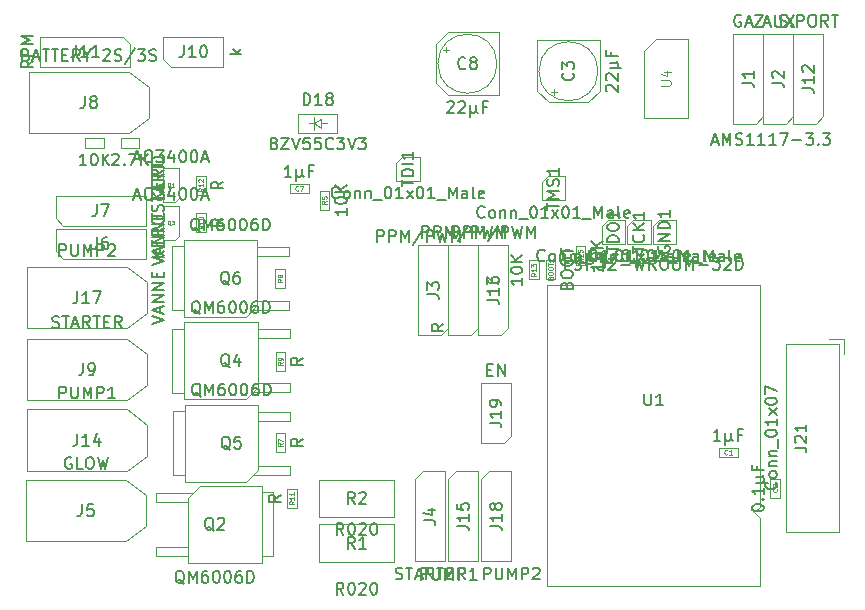
<source format=gbr>
%TF.GenerationSoftware,KiCad,Pcbnew,7.0.11-rc3*%
%TF.CreationDate,2024-12-28T02:26:29+01:00*%
%TF.ProjectId,jf-ecu32.7,6a662d65-6375-4333-922e-372e6b696361,rev?*%
%TF.SameCoordinates,Original*%
%TF.FileFunction,AssemblyDrawing,Top*%
%FSLAX46Y46*%
G04 Gerber Fmt 4.6, Leading zero omitted, Abs format (unit mm)*
G04 Created by KiCad (PCBNEW 7.0.11-rc3) date 2024-12-28 02:26:29*
%MOMM*%
%LPD*%
G01*
G04 APERTURE LIST*
%ADD10C,0.150000*%
%ADD11C,0.060000*%
%ADD12C,0.050000*%
%ADD13C,0.120000*%
%ADD14C,0.100000*%
G04 APERTURE END LIST*
D10*
X41537665Y-165487580D02*
X41490046Y-165535200D01*
X41490046Y-165535200D02*
X41347189Y-165582819D01*
X41347189Y-165582819D02*
X41251951Y-165582819D01*
X41251951Y-165582819D02*
X41109094Y-165535200D01*
X41109094Y-165535200D02*
X41013856Y-165439961D01*
X41013856Y-165439961D02*
X40966237Y-165344723D01*
X40966237Y-165344723D02*
X40918618Y-165154247D01*
X40918618Y-165154247D02*
X40918618Y-165011390D01*
X40918618Y-165011390D02*
X40966237Y-164820914D01*
X40966237Y-164820914D02*
X41013856Y-164725676D01*
X41013856Y-164725676D02*
X41109094Y-164630438D01*
X41109094Y-164630438D02*
X41251951Y-164582819D01*
X41251951Y-164582819D02*
X41347189Y-164582819D01*
X41347189Y-164582819D02*
X41490046Y-164630438D01*
X41490046Y-164630438D02*
X41537665Y-164678057D01*
X42109094Y-165582819D02*
X42013856Y-165535200D01*
X42013856Y-165535200D02*
X41966237Y-165487580D01*
X41966237Y-165487580D02*
X41918618Y-165392342D01*
X41918618Y-165392342D02*
X41918618Y-165106628D01*
X41918618Y-165106628D02*
X41966237Y-165011390D01*
X41966237Y-165011390D02*
X42013856Y-164963771D01*
X42013856Y-164963771D02*
X42109094Y-164916152D01*
X42109094Y-164916152D02*
X42251951Y-164916152D01*
X42251951Y-164916152D02*
X42347189Y-164963771D01*
X42347189Y-164963771D02*
X42394808Y-165011390D01*
X42394808Y-165011390D02*
X42442427Y-165106628D01*
X42442427Y-165106628D02*
X42442427Y-165392342D01*
X42442427Y-165392342D02*
X42394808Y-165487580D01*
X42394808Y-165487580D02*
X42347189Y-165535200D01*
X42347189Y-165535200D02*
X42251951Y-165582819D01*
X42251951Y-165582819D02*
X42109094Y-165582819D01*
X42870999Y-164916152D02*
X42870999Y-165582819D01*
X42870999Y-165011390D02*
X42918618Y-164963771D01*
X42918618Y-164963771D02*
X43013856Y-164916152D01*
X43013856Y-164916152D02*
X43156713Y-164916152D01*
X43156713Y-164916152D02*
X43251951Y-164963771D01*
X43251951Y-164963771D02*
X43299570Y-165059009D01*
X43299570Y-165059009D02*
X43299570Y-165582819D01*
X43775761Y-164916152D02*
X43775761Y-165582819D01*
X43775761Y-165011390D02*
X43823380Y-164963771D01*
X43823380Y-164963771D02*
X43918618Y-164916152D01*
X43918618Y-164916152D02*
X44061475Y-164916152D01*
X44061475Y-164916152D02*
X44156713Y-164963771D01*
X44156713Y-164963771D02*
X44204332Y-165059009D01*
X44204332Y-165059009D02*
X44204332Y-165582819D01*
X44442428Y-165678057D02*
X45204332Y-165678057D01*
X45632904Y-164582819D02*
X45728142Y-164582819D01*
X45728142Y-164582819D02*
X45823380Y-164630438D01*
X45823380Y-164630438D02*
X45870999Y-164678057D01*
X45870999Y-164678057D02*
X45918618Y-164773295D01*
X45918618Y-164773295D02*
X45966237Y-164963771D01*
X45966237Y-164963771D02*
X45966237Y-165201866D01*
X45966237Y-165201866D02*
X45918618Y-165392342D01*
X45918618Y-165392342D02*
X45870999Y-165487580D01*
X45870999Y-165487580D02*
X45823380Y-165535200D01*
X45823380Y-165535200D02*
X45728142Y-165582819D01*
X45728142Y-165582819D02*
X45632904Y-165582819D01*
X45632904Y-165582819D02*
X45537666Y-165535200D01*
X45537666Y-165535200D02*
X45490047Y-165487580D01*
X45490047Y-165487580D02*
X45442428Y-165392342D01*
X45442428Y-165392342D02*
X45394809Y-165201866D01*
X45394809Y-165201866D02*
X45394809Y-164963771D01*
X45394809Y-164963771D02*
X45442428Y-164773295D01*
X45442428Y-164773295D02*
X45490047Y-164678057D01*
X45490047Y-164678057D02*
X45537666Y-164630438D01*
X45537666Y-164630438D02*
X45632904Y-164582819D01*
X46918618Y-165582819D02*
X46347190Y-165582819D01*
X46632904Y-165582819D02*
X46632904Y-164582819D01*
X46632904Y-164582819D02*
X46537666Y-164725676D01*
X46537666Y-164725676D02*
X46442428Y-164820914D01*
X46442428Y-164820914D02*
X46347190Y-164868533D01*
X47251952Y-165582819D02*
X47775761Y-164916152D01*
X47251952Y-164916152D02*
X47775761Y-165582819D01*
X48347190Y-164582819D02*
X48442428Y-164582819D01*
X48442428Y-164582819D02*
X48537666Y-164630438D01*
X48537666Y-164630438D02*
X48585285Y-164678057D01*
X48585285Y-164678057D02*
X48632904Y-164773295D01*
X48632904Y-164773295D02*
X48680523Y-164963771D01*
X48680523Y-164963771D02*
X48680523Y-165201866D01*
X48680523Y-165201866D02*
X48632904Y-165392342D01*
X48632904Y-165392342D02*
X48585285Y-165487580D01*
X48585285Y-165487580D02*
X48537666Y-165535200D01*
X48537666Y-165535200D02*
X48442428Y-165582819D01*
X48442428Y-165582819D02*
X48347190Y-165582819D01*
X48347190Y-165582819D02*
X48251952Y-165535200D01*
X48251952Y-165535200D02*
X48204333Y-165487580D01*
X48204333Y-165487580D02*
X48156714Y-165392342D01*
X48156714Y-165392342D02*
X48109095Y-165201866D01*
X48109095Y-165201866D02*
X48109095Y-164963771D01*
X48109095Y-164963771D02*
X48156714Y-164773295D01*
X48156714Y-164773295D02*
X48204333Y-164678057D01*
X48204333Y-164678057D02*
X48251952Y-164630438D01*
X48251952Y-164630438D02*
X48347190Y-164582819D01*
X49632904Y-165582819D02*
X49061476Y-165582819D01*
X49347190Y-165582819D02*
X49347190Y-164582819D01*
X49347190Y-164582819D02*
X49251952Y-164725676D01*
X49251952Y-164725676D02*
X49156714Y-164820914D01*
X49156714Y-164820914D02*
X49061476Y-164868533D01*
X49823381Y-165678057D02*
X50585285Y-165678057D01*
X50823381Y-165582819D02*
X50823381Y-164582819D01*
X50823381Y-164582819D02*
X51156714Y-165297104D01*
X51156714Y-165297104D02*
X51490047Y-164582819D01*
X51490047Y-164582819D02*
X51490047Y-165582819D01*
X52394809Y-165582819D02*
X52394809Y-165059009D01*
X52394809Y-165059009D02*
X52347190Y-164963771D01*
X52347190Y-164963771D02*
X52251952Y-164916152D01*
X52251952Y-164916152D02*
X52061476Y-164916152D01*
X52061476Y-164916152D02*
X51966238Y-164963771D01*
X52394809Y-165535200D02*
X52299571Y-165582819D01*
X52299571Y-165582819D02*
X52061476Y-165582819D01*
X52061476Y-165582819D02*
X51966238Y-165535200D01*
X51966238Y-165535200D02*
X51918619Y-165439961D01*
X51918619Y-165439961D02*
X51918619Y-165344723D01*
X51918619Y-165344723D02*
X51966238Y-165249485D01*
X51966238Y-165249485D02*
X52061476Y-165201866D01*
X52061476Y-165201866D02*
X52299571Y-165201866D01*
X52299571Y-165201866D02*
X52394809Y-165154247D01*
X53013857Y-165582819D02*
X52918619Y-165535200D01*
X52918619Y-165535200D02*
X52871000Y-165439961D01*
X52871000Y-165439961D02*
X52871000Y-164582819D01*
X53775762Y-165535200D02*
X53680524Y-165582819D01*
X53680524Y-165582819D02*
X53490048Y-165582819D01*
X53490048Y-165582819D02*
X53394810Y-165535200D01*
X53394810Y-165535200D02*
X53347191Y-165439961D01*
X53347191Y-165439961D02*
X53347191Y-165059009D01*
X53347191Y-165059009D02*
X53394810Y-164963771D01*
X53394810Y-164963771D02*
X53490048Y-164916152D01*
X53490048Y-164916152D02*
X53680524Y-164916152D01*
X53680524Y-164916152D02*
X53775762Y-164963771D01*
X53775762Y-164963771D02*
X53823381Y-165059009D01*
X53823381Y-165059009D02*
X53823381Y-165154247D01*
X53823381Y-165154247D02*
X53347191Y-165249485D01*
X46825819Y-164567999D02*
X46825819Y-163996571D01*
X47825819Y-164282285D02*
X46825819Y-164282285D01*
X47825819Y-163663237D02*
X46825819Y-163663237D01*
X46825819Y-163663237D02*
X46825819Y-163425142D01*
X46825819Y-163425142D02*
X46873438Y-163282285D01*
X46873438Y-163282285D02*
X46968676Y-163187047D01*
X46968676Y-163187047D02*
X47063914Y-163139428D01*
X47063914Y-163139428D02*
X47254390Y-163091809D01*
X47254390Y-163091809D02*
X47397247Y-163091809D01*
X47397247Y-163091809D02*
X47587723Y-163139428D01*
X47587723Y-163139428D02*
X47682961Y-163187047D01*
X47682961Y-163187047D02*
X47778200Y-163282285D01*
X47778200Y-163282285D02*
X47825819Y-163425142D01*
X47825819Y-163425142D02*
X47825819Y-163663237D01*
X47825819Y-162663237D02*
X46825819Y-162663237D01*
X47825819Y-161663238D02*
X47825819Y-162234666D01*
X47825819Y-161948952D02*
X46825819Y-161948952D01*
X46825819Y-161948952D02*
X46968676Y-162044190D01*
X46968676Y-162044190D02*
X47063914Y-162139428D01*
X47063914Y-162139428D02*
X47111533Y-162234666D01*
X29833761Y-182360057D02*
X29738523Y-182312438D01*
X29738523Y-182312438D02*
X29643285Y-182217200D01*
X29643285Y-182217200D02*
X29500428Y-182074342D01*
X29500428Y-182074342D02*
X29405190Y-182026723D01*
X29405190Y-182026723D02*
X29309952Y-182026723D01*
X29357571Y-182264819D02*
X29262333Y-182217200D01*
X29262333Y-182217200D02*
X29167095Y-182121961D01*
X29167095Y-182121961D02*
X29119476Y-181931485D01*
X29119476Y-181931485D02*
X29119476Y-181598152D01*
X29119476Y-181598152D02*
X29167095Y-181407676D01*
X29167095Y-181407676D02*
X29262333Y-181312438D01*
X29262333Y-181312438D02*
X29357571Y-181264819D01*
X29357571Y-181264819D02*
X29548047Y-181264819D01*
X29548047Y-181264819D02*
X29643285Y-181312438D01*
X29643285Y-181312438D02*
X29738523Y-181407676D01*
X29738523Y-181407676D02*
X29786142Y-181598152D01*
X29786142Y-181598152D02*
X29786142Y-181931485D01*
X29786142Y-181931485D02*
X29738523Y-182121961D01*
X29738523Y-182121961D02*
X29643285Y-182217200D01*
X29643285Y-182217200D02*
X29548047Y-182264819D01*
X29548047Y-182264819D02*
X29357571Y-182264819D01*
X30214714Y-182264819D02*
X30214714Y-181264819D01*
X30214714Y-181264819D02*
X30548047Y-181979104D01*
X30548047Y-181979104D02*
X30881380Y-181264819D01*
X30881380Y-181264819D02*
X30881380Y-182264819D01*
X31786142Y-181264819D02*
X31595666Y-181264819D01*
X31595666Y-181264819D02*
X31500428Y-181312438D01*
X31500428Y-181312438D02*
X31452809Y-181360057D01*
X31452809Y-181360057D02*
X31357571Y-181502914D01*
X31357571Y-181502914D02*
X31309952Y-181693390D01*
X31309952Y-181693390D02*
X31309952Y-182074342D01*
X31309952Y-182074342D02*
X31357571Y-182169580D01*
X31357571Y-182169580D02*
X31405190Y-182217200D01*
X31405190Y-182217200D02*
X31500428Y-182264819D01*
X31500428Y-182264819D02*
X31690904Y-182264819D01*
X31690904Y-182264819D02*
X31786142Y-182217200D01*
X31786142Y-182217200D02*
X31833761Y-182169580D01*
X31833761Y-182169580D02*
X31881380Y-182074342D01*
X31881380Y-182074342D02*
X31881380Y-181836247D01*
X31881380Y-181836247D02*
X31833761Y-181741009D01*
X31833761Y-181741009D02*
X31786142Y-181693390D01*
X31786142Y-181693390D02*
X31690904Y-181645771D01*
X31690904Y-181645771D02*
X31500428Y-181645771D01*
X31500428Y-181645771D02*
X31405190Y-181693390D01*
X31405190Y-181693390D02*
X31357571Y-181741009D01*
X31357571Y-181741009D02*
X31309952Y-181836247D01*
X32500428Y-181264819D02*
X32595666Y-181264819D01*
X32595666Y-181264819D02*
X32690904Y-181312438D01*
X32690904Y-181312438D02*
X32738523Y-181360057D01*
X32738523Y-181360057D02*
X32786142Y-181455295D01*
X32786142Y-181455295D02*
X32833761Y-181645771D01*
X32833761Y-181645771D02*
X32833761Y-181883866D01*
X32833761Y-181883866D02*
X32786142Y-182074342D01*
X32786142Y-182074342D02*
X32738523Y-182169580D01*
X32738523Y-182169580D02*
X32690904Y-182217200D01*
X32690904Y-182217200D02*
X32595666Y-182264819D01*
X32595666Y-182264819D02*
X32500428Y-182264819D01*
X32500428Y-182264819D02*
X32405190Y-182217200D01*
X32405190Y-182217200D02*
X32357571Y-182169580D01*
X32357571Y-182169580D02*
X32309952Y-182074342D01*
X32309952Y-182074342D02*
X32262333Y-181883866D01*
X32262333Y-181883866D02*
X32262333Y-181645771D01*
X32262333Y-181645771D02*
X32309952Y-181455295D01*
X32309952Y-181455295D02*
X32357571Y-181360057D01*
X32357571Y-181360057D02*
X32405190Y-181312438D01*
X32405190Y-181312438D02*
X32500428Y-181264819D01*
X33452809Y-181264819D02*
X33548047Y-181264819D01*
X33548047Y-181264819D02*
X33643285Y-181312438D01*
X33643285Y-181312438D02*
X33690904Y-181360057D01*
X33690904Y-181360057D02*
X33738523Y-181455295D01*
X33738523Y-181455295D02*
X33786142Y-181645771D01*
X33786142Y-181645771D02*
X33786142Y-181883866D01*
X33786142Y-181883866D02*
X33738523Y-182074342D01*
X33738523Y-182074342D02*
X33690904Y-182169580D01*
X33690904Y-182169580D02*
X33643285Y-182217200D01*
X33643285Y-182217200D02*
X33548047Y-182264819D01*
X33548047Y-182264819D02*
X33452809Y-182264819D01*
X33452809Y-182264819D02*
X33357571Y-182217200D01*
X33357571Y-182217200D02*
X33309952Y-182169580D01*
X33309952Y-182169580D02*
X33262333Y-182074342D01*
X33262333Y-182074342D02*
X33214714Y-181883866D01*
X33214714Y-181883866D02*
X33214714Y-181645771D01*
X33214714Y-181645771D02*
X33262333Y-181455295D01*
X33262333Y-181455295D02*
X33309952Y-181360057D01*
X33309952Y-181360057D02*
X33357571Y-181312438D01*
X33357571Y-181312438D02*
X33452809Y-181264819D01*
X34643285Y-181264819D02*
X34452809Y-181264819D01*
X34452809Y-181264819D02*
X34357571Y-181312438D01*
X34357571Y-181312438D02*
X34309952Y-181360057D01*
X34309952Y-181360057D02*
X34214714Y-181502914D01*
X34214714Y-181502914D02*
X34167095Y-181693390D01*
X34167095Y-181693390D02*
X34167095Y-182074342D01*
X34167095Y-182074342D02*
X34214714Y-182169580D01*
X34214714Y-182169580D02*
X34262333Y-182217200D01*
X34262333Y-182217200D02*
X34357571Y-182264819D01*
X34357571Y-182264819D02*
X34548047Y-182264819D01*
X34548047Y-182264819D02*
X34643285Y-182217200D01*
X34643285Y-182217200D02*
X34690904Y-182169580D01*
X34690904Y-182169580D02*
X34738523Y-182074342D01*
X34738523Y-182074342D02*
X34738523Y-181836247D01*
X34738523Y-181836247D02*
X34690904Y-181741009D01*
X34690904Y-181741009D02*
X34643285Y-181693390D01*
X34643285Y-181693390D02*
X34548047Y-181645771D01*
X34548047Y-181645771D02*
X34357571Y-181645771D01*
X34357571Y-181645771D02*
X34262333Y-181693390D01*
X34262333Y-181693390D02*
X34214714Y-181741009D01*
X34214714Y-181741009D02*
X34167095Y-181836247D01*
X35167095Y-182264819D02*
X35167095Y-181264819D01*
X35167095Y-181264819D02*
X35405190Y-181264819D01*
X35405190Y-181264819D02*
X35548047Y-181312438D01*
X35548047Y-181312438D02*
X35643285Y-181407676D01*
X35643285Y-181407676D02*
X35690904Y-181502914D01*
X35690904Y-181502914D02*
X35738523Y-181693390D01*
X35738523Y-181693390D02*
X35738523Y-181836247D01*
X35738523Y-181836247D02*
X35690904Y-182026723D01*
X35690904Y-182026723D02*
X35643285Y-182121961D01*
X35643285Y-182121961D02*
X35548047Y-182217200D01*
X35548047Y-182217200D02*
X35405190Y-182264819D01*
X35405190Y-182264819D02*
X35167095Y-182264819D01*
X32333761Y-186860057D02*
X32238523Y-186812438D01*
X32238523Y-186812438D02*
X32143285Y-186717200D01*
X32143285Y-186717200D02*
X32000428Y-186574342D01*
X32000428Y-186574342D02*
X31905190Y-186526723D01*
X31905190Y-186526723D02*
X31809952Y-186526723D01*
X31857571Y-186764819D02*
X31762333Y-186717200D01*
X31762333Y-186717200D02*
X31667095Y-186621961D01*
X31667095Y-186621961D02*
X31619476Y-186431485D01*
X31619476Y-186431485D02*
X31619476Y-186098152D01*
X31619476Y-186098152D02*
X31667095Y-185907676D01*
X31667095Y-185907676D02*
X31762333Y-185812438D01*
X31762333Y-185812438D02*
X31857571Y-185764819D01*
X31857571Y-185764819D02*
X32048047Y-185764819D01*
X32048047Y-185764819D02*
X32143285Y-185812438D01*
X32143285Y-185812438D02*
X32238523Y-185907676D01*
X32238523Y-185907676D02*
X32286142Y-186098152D01*
X32286142Y-186098152D02*
X32286142Y-186431485D01*
X32286142Y-186431485D02*
X32238523Y-186621961D01*
X32238523Y-186621961D02*
X32143285Y-186717200D01*
X32143285Y-186717200D02*
X32048047Y-186764819D01*
X32048047Y-186764819D02*
X31857571Y-186764819D01*
X33190904Y-185764819D02*
X32714714Y-185764819D01*
X32714714Y-185764819D02*
X32667095Y-186241009D01*
X32667095Y-186241009D02*
X32714714Y-186193390D01*
X32714714Y-186193390D02*
X32809952Y-186145771D01*
X32809952Y-186145771D02*
X33048047Y-186145771D01*
X33048047Y-186145771D02*
X33143285Y-186193390D01*
X33143285Y-186193390D02*
X33190904Y-186241009D01*
X33190904Y-186241009D02*
X33238523Y-186336247D01*
X33238523Y-186336247D02*
X33238523Y-186574342D01*
X33238523Y-186574342D02*
X33190904Y-186669580D01*
X33190904Y-186669580D02*
X33143285Y-186717200D01*
X33143285Y-186717200D02*
X33048047Y-186764819D01*
X33048047Y-186764819D02*
X32809952Y-186764819D01*
X32809952Y-186764819D02*
X32714714Y-186717200D01*
X32714714Y-186717200D02*
X32667095Y-186669580D01*
X29754761Y-168388057D02*
X29659523Y-168340438D01*
X29659523Y-168340438D02*
X29564285Y-168245200D01*
X29564285Y-168245200D02*
X29421428Y-168102342D01*
X29421428Y-168102342D02*
X29326190Y-168054723D01*
X29326190Y-168054723D02*
X29230952Y-168054723D01*
X29278571Y-168292819D02*
X29183333Y-168245200D01*
X29183333Y-168245200D02*
X29088095Y-168149961D01*
X29088095Y-168149961D02*
X29040476Y-167959485D01*
X29040476Y-167959485D02*
X29040476Y-167626152D01*
X29040476Y-167626152D02*
X29088095Y-167435676D01*
X29088095Y-167435676D02*
X29183333Y-167340438D01*
X29183333Y-167340438D02*
X29278571Y-167292819D01*
X29278571Y-167292819D02*
X29469047Y-167292819D01*
X29469047Y-167292819D02*
X29564285Y-167340438D01*
X29564285Y-167340438D02*
X29659523Y-167435676D01*
X29659523Y-167435676D02*
X29707142Y-167626152D01*
X29707142Y-167626152D02*
X29707142Y-167959485D01*
X29707142Y-167959485D02*
X29659523Y-168149961D01*
X29659523Y-168149961D02*
X29564285Y-168245200D01*
X29564285Y-168245200D02*
X29469047Y-168292819D01*
X29469047Y-168292819D02*
X29278571Y-168292819D01*
X30135714Y-168292819D02*
X30135714Y-167292819D01*
X30135714Y-167292819D02*
X30469047Y-168007104D01*
X30469047Y-168007104D02*
X30802380Y-167292819D01*
X30802380Y-167292819D02*
X30802380Y-168292819D01*
X31707142Y-167292819D02*
X31516666Y-167292819D01*
X31516666Y-167292819D02*
X31421428Y-167340438D01*
X31421428Y-167340438D02*
X31373809Y-167388057D01*
X31373809Y-167388057D02*
X31278571Y-167530914D01*
X31278571Y-167530914D02*
X31230952Y-167721390D01*
X31230952Y-167721390D02*
X31230952Y-168102342D01*
X31230952Y-168102342D02*
X31278571Y-168197580D01*
X31278571Y-168197580D02*
X31326190Y-168245200D01*
X31326190Y-168245200D02*
X31421428Y-168292819D01*
X31421428Y-168292819D02*
X31611904Y-168292819D01*
X31611904Y-168292819D02*
X31707142Y-168245200D01*
X31707142Y-168245200D02*
X31754761Y-168197580D01*
X31754761Y-168197580D02*
X31802380Y-168102342D01*
X31802380Y-168102342D02*
X31802380Y-167864247D01*
X31802380Y-167864247D02*
X31754761Y-167769009D01*
X31754761Y-167769009D02*
X31707142Y-167721390D01*
X31707142Y-167721390D02*
X31611904Y-167673771D01*
X31611904Y-167673771D02*
X31421428Y-167673771D01*
X31421428Y-167673771D02*
X31326190Y-167721390D01*
X31326190Y-167721390D02*
X31278571Y-167769009D01*
X31278571Y-167769009D02*
X31230952Y-167864247D01*
X32421428Y-167292819D02*
X32516666Y-167292819D01*
X32516666Y-167292819D02*
X32611904Y-167340438D01*
X32611904Y-167340438D02*
X32659523Y-167388057D01*
X32659523Y-167388057D02*
X32707142Y-167483295D01*
X32707142Y-167483295D02*
X32754761Y-167673771D01*
X32754761Y-167673771D02*
X32754761Y-167911866D01*
X32754761Y-167911866D02*
X32707142Y-168102342D01*
X32707142Y-168102342D02*
X32659523Y-168197580D01*
X32659523Y-168197580D02*
X32611904Y-168245200D01*
X32611904Y-168245200D02*
X32516666Y-168292819D01*
X32516666Y-168292819D02*
X32421428Y-168292819D01*
X32421428Y-168292819D02*
X32326190Y-168245200D01*
X32326190Y-168245200D02*
X32278571Y-168197580D01*
X32278571Y-168197580D02*
X32230952Y-168102342D01*
X32230952Y-168102342D02*
X32183333Y-167911866D01*
X32183333Y-167911866D02*
X32183333Y-167673771D01*
X32183333Y-167673771D02*
X32230952Y-167483295D01*
X32230952Y-167483295D02*
X32278571Y-167388057D01*
X32278571Y-167388057D02*
X32326190Y-167340438D01*
X32326190Y-167340438D02*
X32421428Y-167292819D01*
X33373809Y-167292819D02*
X33469047Y-167292819D01*
X33469047Y-167292819D02*
X33564285Y-167340438D01*
X33564285Y-167340438D02*
X33611904Y-167388057D01*
X33611904Y-167388057D02*
X33659523Y-167483295D01*
X33659523Y-167483295D02*
X33707142Y-167673771D01*
X33707142Y-167673771D02*
X33707142Y-167911866D01*
X33707142Y-167911866D02*
X33659523Y-168102342D01*
X33659523Y-168102342D02*
X33611904Y-168197580D01*
X33611904Y-168197580D02*
X33564285Y-168245200D01*
X33564285Y-168245200D02*
X33469047Y-168292819D01*
X33469047Y-168292819D02*
X33373809Y-168292819D01*
X33373809Y-168292819D02*
X33278571Y-168245200D01*
X33278571Y-168245200D02*
X33230952Y-168197580D01*
X33230952Y-168197580D02*
X33183333Y-168102342D01*
X33183333Y-168102342D02*
X33135714Y-167911866D01*
X33135714Y-167911866D02*
X33135714Y-167673771D01*
X33135714Y-167673771D02*
X33183333Y-167483295D01*
X33183333Y-167483295D02*
X33230952Y-167388057D01*
X33230952Y-167388057D02*
X33278571Y-167340438D01*
X33278571Y-167340438D02*
X33373809Y-167292819D01*
X34564285Y-167292819D02*
X34373809Y-167292819D01*
X34373809Y-167292819D02*
X34278571Y-167340438D01*
X34278571Y-167340438D02*
X34230952Y-167388057D01*
X34230952Y-167388057D02*
X34135714Y-167530914D01*
X34135714Y-167530914D02*
X34088095Y-167721390D01*
X34088095Y-167721390D02*
X34088095Y-168102342D01*
X34088095Y-168102342D02*
X34135714Y-168197580D01*
X34135714Y-168197580D02*
X34183333Y-168245200D01*
X34183333Y-168245200D02*
X34278571Y-168292819D01*
X34278571Y-168292819D02*
X34469047Y-168292819D01*
X34469047Y-168292819D02*
X34564285Y-168245200D01*
X34564285Y-168245200D02*
X34611904Y-168197580D01*
X34611904Y-168197580D02*
X34659523Y-168102342D01*
X34659523Y-168102342D02*
X34659523Y-167864247D01*
X34659523Y-167864247D02*
X34611904Y-167769009D01*
X34611904Y-167769009D02*
X34564285Y-167721390D01*
X34564285Y-167721390D02*
X34469047Y-167673771D01*
X34469047Y-167673771D02*
X34278571Y-167673771D01*
X34278571Y-167673771D02*
X34183333Y-167721390D01*
X34183333Y-167721390D02*
X34135714Y-167769009D01*
X34135714Y-167769009D02*
X34088095Y-167864247D01*
X35088095Y-168292819D02*
X35088095Y-167292819D01*
X35088095Y-167292819D02*
X35326190Y-167292819D01*
X35326190Y-167292819D02*
X35469047Y-167340438D01*
X35469047Y-167340438D02*
X35564285Y-167435676D01*
X35564285Y-167435676D02*
X35611904Y-167530914D01*
X35611904Y-167530914D02*
X35659523Y-167721390D01*
X35659523Y-167721390D02*
X35659523Y-167864247D01*
X35659523Y-167864247D02*
X35611904Y-168054723D01*
X35611904Y-168054723D02*
X35564285Y-168149961D01*
X35564285Y-168149961D02*
X35469047Y-168245200D01*
X35469047Y-168245200D02*
X35326190Y-168292819D01*
X35326190Y-168292819D02*
X35088095Y-168292819D01*
X32254761Y-172888057D02*
X32159523Y-172840438D01*
X32159523Y-172840438D02*
X32064285Y-172745200D01*
X32064285Y-172745200D02*
X31921428Y-172602342D01*
X31921428Y-172602342D02*
X31826190Y-172554723D01*
X31826190Y-172554723D02*
X31730952Y-172554723D01*
X31778571Y-172792819D02*
X31683333Y-172745200D01*
X31683333Y-172745200D02*
X31588095Y-172649961D01*
X31588095Y-172649961D02*
X31540476Y-172459485D01*
X31540476Y-172459485D02*
X31540476Y-172126152D01*
X31540476Y-172126152D02*
X31588095Y-171935676D01*
X31588095Y-171935676D02*
X31683333Y-171840438D01*
X31683333Y-171840438D02*
X31778571Y-171792819D01*
X31778571Y-171792819D02*
X31969047Y-171792819D01*
X31969047Y-171792819D02*
X32064285Y-171840438D01*
X32064285Y-171840438D02*
X32159523Y-171935676D01*
X32159523Y-171935676D02*
X32207142Y-172126152D01*
X32207142Y-172126152D02*
X32207142Y-172459485D01*
X32207142Y-172459485D02*
X32159523Y-172649961D01*
X32159523Y-172649961D02*
X32064285Y-172745200D01*
X32064285Y-172745200D02*
X31969047Y-172792819D01*
X31969047Y-172792819D02*
X31778571Y-172792819D01*
X33064285Y-171792819D02*
X32873809Y-171792819D01*
X32873809Y-171792819D02*
X32778571Y-171840438D01*
X32778571Y-171840438D02*
X32730952Y-171888057D01*
X32730952Y-171888057D02*
X32635714Y-172030914D01*
X32635714Y-172030914D02*
X32588095Y-172221390D01*
X32588095Y-172221390D02*
X32588095Y-172602342D01*
X32588095Y-172602342D02*
X32635714Y-172697580D01*
X32635714Y-172697580D02*
X32683333Y-172745200D01*
X32683333Y-172745200D02*
X32778571Y-172792819D01*
X32778571Y-172792819D02*
X32969047Y-172792819D01*
X32969047Y-172792819D02*
X33064285Y-172745200D01*
X33064285Y-172745200D02*
X33111904Y-172697580D01*
X33111904Y-172697580D02*
X33159523Y-172602342D01*
X33159523Y-172602342D02*
X33159523Y-172364247D01*
X33159523Y-172364247D02*
X33111904Y-172269009D01*
X33111904Y-172269009D02*
X33064285Y-172221390D01*
X33064285Y-172221390D02*
X32969047Y-172173771D01*
X32969047Y-172173771D02*
X32778571Y-172173771D01*
X32778571Y-172173771D02*
X32683333Y-172221390D01*
X32683333Y-172221390D02*
X32635714Y-172269009D01*
X32635714Y-172269009D02*
X32588095Y-172364247D01*
X22338000Y-161889057D02*
X22385619Y-161841438D01*
X22385619Y-161841438D02*
X22480857Y-161793819D01*
X22480857Y-161793819D02*
X22718952Y-161793819D01*
X22718952Y-161793819D02*
X22814190Y-161841438D01*
X22814190Y-161841438D02*
X22861809Y-161889057D01*
X22861809Y-161889057D02*
X22909428Y-161984295D01*
X22909428Y-161984295D02*
X22909428Y-162079533D01*
X22909428Y-162079533D02*
X22861809Y-162222390D01*
X22861809Y-162222390D02*
X22290381Y-162793819D01*
X22290381Y-162793819D02*
X22909428Y-162793819D01*
X23338000Y-162698580D02*
X23385619Y-162746200D01*
X23385619Y-162746200D02*
X23338000Y-162793819D01*
X23338000Y-162793819D02*
X23290381Y-162746200D01*
X23290381Y-162746200D02*
X23338000Y-162698580D01*
X23338000Y-162698580D02*
X23338000Y-162793819D01*
X23718952Y-161793819D02*
X24385618Y-161793819D01*
X24385618Y-161793819D02*
X23957047Y-162793819D01*
X24766571Y-162793819D02*
X24766571Y-161793819D01*
X25337999Y-162793819D02*
X24909428Y-162222390D01*
X25337999Y-161793819D02*
X24766571Y-162365247D01*
X60822409Y-172947142D02*
X60870028Y-172804285D01*
X60870028Y-172804285D02*
X60917647Y-172756666D01*
X60917647Y-172756666D02*
X61012885Y-172709047D01*
X61012885Y-172709047D02*
X61155742Y-172709047D01*
X61155742Y-172709047D02*
X61250980Y-172756666D01*
X61250980Y-172756666D02*
X61298600Y-172804285D01*
X61298600Y-172804285D02*
X61346219Y-172899523D01*
X61346219Y-172899523D02*
X61346219Y-173280475D01*
X61346219Y-173280475D02*
X60346219Y-173280475D01*
X60346219Y-173280475D02*
X60346219Y-172947142D01*
X60346219Y-172947142D02*
X60393838Y-172851904D01*
X60393838Y-172851904D02*
X60441457Y-172804285D01*
X60441457Y-172804285D02*
X60536695Y-172756666D01*
X60536695Y-172756666D02*
X60631933Y-172756666D01*
X60631933Y-172756666D02*
X60727171Y-172804285D01*
X60727171Y-172804285D02*
X60774790Y-172851904D01*
X60774790Y-172851904D02*
X60822409Y-172947142D01*
X60822409Y-172947142D02*
X60822409Y-173280475D01*
X60346219Y-172089999D02*
X60346219Y-171899523D01*
X60346219Y-171899523D02*
X60393838Y-171804285D01*
X60393838Y-171804285D02*
X60489076Y-171709047D01*
X60489076Y-171709047D02*
X60679552Y-171661428D01*
X60679552Y-171661428D02*
X61012885Y-171661428D01*
X61012885Y-171661428D02*
X61203361Y-171709047D01*
X61203361Y-171709047D02*
X61298600Y-171804285D01*
X61298600Y-171804285D02*
X61346219Y-171899523D01*
X61346219Y-171899523D02*
X61346219Y-172089999D01*
X61346219Y-172089999D02*
X61298600Y-172185237D01*
X61298600Y-172185237D02*
X61203361Y-172280475D01*
X61203361Y-172280475D02*
X61012885Y-172328094D01*
X61012885Y-172328094D02*
X60679552Y-172328094D01*
X60679552Y-172328094D02*
X60489076Y-172280475D01*
X60489076Y-172280475D02*
X60393838Y-172185237D01*
X60393838Y-172185237D02*
X60346219Y-172089999D01*
X60346219Y-171042380D02*
X60346219Y-170851904D01*
X60346219Y-170851904D02*
X60393838Y-170756666D01*
X60393838Y-170756666D02*
X60489076Y-170661428D01*
X60489076Y-170661428D02*
X60679552Y-170613809D01*
X60679552Y-170613809D02*
X61012885Y-170613809D01*
X61012885Y-170613809D02*
X61203361Y-170661428D01*
X61203361Y-170661428D02*
X61298600Y-170756666D01*
X61298600Y-170756666D02*
X61346219Y-170851904D01*
X61346219Y-170851904D02*
X61346219Y-171042380D01*
X61346219Y-171042380D02*
X61298600Y-171137618D01*
X61298600Y-171137618D02*
X61203361Y-171232856D01*
X61203361Y-171232856D02*
X61012885Y-171280475D01*
X61012885Y-171280475D02*
X60679552Y-171280475D01*
X60679552Y-171280475D02*
X60489076Y-171232856D01*
X60489076Y-171232856D02*
X60393838Y-171137618D01*
X60393838Y-171137618D02*
X60346219Y-171042380D01*
X60346219Y-170328094D02*
X60346219Y-169756666D01*
X61346219Y-170042380D02*
X60346219Y-170042380D01*
D11*
X59433803Y-172323333D02*
X59452851Y-172266190D01*
X59452851Y-172266190D02*
X59471899Y-172247143D01*
X59471899Y-172247143D02*
X59509994Y-172228095D01*
X59509994Y-172228095D02*
X59567137Y-172228095D01*
X59567137Y-172228095D02*
X59605232Y-172247143D01*
X59605232Y-172247143D02*
X59624280Y-172266190D01*
X59624280Y-172266190D02*
X59643327Y-172304285D01*
X59643327Y-172304285D02*
X59643327Y-172456666D01*
X59643327Y-172456666D02*
X59243327Y-172456666D01*
X59243327Y-172456666D02*
X59243327Y-172323333D01*
X59243327Y-172323333D02*
X59262375Y-172285238D01*
X59262375Y-172285238D02*
X59281422Y-172266190D01*
X59281422Y-172266190D02*
X59319518Y-172247143D01*
X59319518Y-172247143D02*
X59357613Y-172247143D01*
X59357613Y-172247143D02*
X59395708Y-172266190D01*
X59395708Y-172266190D02*
X59414756Y-172285238D01*
X59414756Y-172285238D02*
X59433803Y-172323333D01*
X59433803Y-172323333D02*
X59433803Y-172456666D01*
X59243327Y-171980476D02*
X59243327Y-171904285D01*
X59243327Y-171904285D02*
X59262375Y-171866190D01*
X59262375Y-171866190D02*
X59300470Y-171828095D01*
X59300470Y-171828095D02*
X59376660Y-171809047D01*
X59376660Y-171809047D02*
X59509994Y-171809047D01*
X59509994Y-171809047D02*
X59586184Y-171828095D01*
X59586184Y-171828095D02*
X59624280Y-171866190D01*
X59624280Y-171866190D02*
X59643327Y-171904285D01*
X59643327Y-171904285D02*
X59643327Y-171980476D01*
X59643327Y-171980476D02*
X59624280Y-172018571D01*
X59624280Y-172018571D02*
X59586184Y-172056666D01*
X59586184Y-172056666D02*
X59509994Y-172075714D01*
X59509994Y-172075714D02*
X59376660Y-172075714D01*
X59376660Y-172075714D02*
X59300470Y-172056666D01*
X59300470Y-172056666D02*
X59262375Y-172018571D01*
X59262375Y-172018571D02*
X59243327Y-171980476D01*
X59243327Y-171561428D02*
X59243327Y-171485237D01*
X59243327Y-171485237D02*
X59262375Y-171447142D01*
X59262375Y-171447142D02*
X59300470Y-171409047D01*
X59300470Y-171409047D02*
X59376660Y-171389999D01*
X59376660Y-171389999D02*
X59509994Y-171389999D01*
X59509994Y-171389999D02*
X59586184Y-171409047D01*
X59586184Y-171409047D02*
X59624280Y-171447142D01*
X59624280Y-171447142D02*
X59643327Y-171485237D01*
X59643327Y-171485237D02*
X59643327Y-171561428D01*
X59643327Y-171561428D02*
X59624280Y-171599523D01*
X59624280Y-171599523D02*
X59586184Y-171637618D01*
X59586184Y-171637618D02*
X59509994Y-171656666D01*
X59509994Y-171656666D02*
X59376660Y-171656666D01*
X59376660Y-171656666D02*
X59300470Y-171637618D01*
X59300470Y-171637618D02*
X59262375Y-171599523D01*
X59262375Y-171599523D02*
X59243327Y-171561428D01*
X59243327Y-171275713D02*
X59243327Y-171047142D01*
X59643327Y-171161428D02*
X59243327Y-171161428D01*
X59643327Y-170704285D02*
X59643327Y-170932856D01*
X59643327Y-170818570D02*
X59243327Y-170818570D01*
X59243327Y-170818570D02*
X59300470Y-170856666D01*
X59300470Y-170856666D02*
X59338565Y-170894761D01*
X59338565Y-170894761D02*
X59357613Y-170932856D01*
D10*
X37496533Y-163769219D02*
X36925105Y-163769219D01*
X37210819Y-163769219D02*
X37210819Y-162769219D01*
X37210819Y-162769219D02*
X37115581Y-162912076D01*
X37115581Y-162912076D02*
X37020343Y-163007314D01*
X37020343Y-163007314D02*
X36925105Y-163054933D01*
X37925105Y-163102552D02*
X37925105Y-164102552D01*
X38401295Y-163626361D02*
X38448914Y-163721600D01*
X38448914Y-163721600D02*
X38544152Y-163769219D01*
X37925105Y-163626361D02*
X37972724Y-163721600D01*
X37972724Y-163721600D02*
X38067962Y-163769219D01*
X38067962Y-163769219D02*
X38258438Y-163769219D01*
X38258438Y-163769219D02*
X38353676Y-163721600D01*
X38353676Y-163721600D02*
X38401295Y-163626361D01*
X38401295Y-163626361D02*
X38401295Y-163102552D01*
X39306057Y-163245409D02*
X38972724Y-163245409D01*
X38972724Y-163769219D02*
X38972724Y-162769219D01*
X38972724Y-162769219D02*
X39448914Y-162769219D01*
D11*
X38096533Y-164888232D02*
X38077485Y-164907280D01*
X38077485Y-164907280D02*
X38020343Y-164926327D01*
X38020343Y-164926327D02*
X37982247Y-164926327D01*
X37982247Y-164926327D02*
X37925104Y-164907280D01*
X37925104Y-164907280D02*
X37887009Y-164869184D01*
X37887009Y-164869184D02*
X37867962Y-164831089D01*
X37867962Y-164831089D02*
X37848914Y-164754899D01*
X37848914Y-164754899D02*
X37848914Y-164697756D01*
X37848914Y-164697756D02*
X37867962Y-164621565D01*
X37867962Y-164621565D02*
X37887009Y-164583470D01*
X37887009Y-164583470D02*
X37925104Y-164545375D01*
X37925104Y-164545375D02*
X37982247Y-164526327D01*
X37982247Y-164526327D02*
X38020343Y-164526327D01*
X38020343Y-164526327D02*
X38077485Y-164545375D01*
X38077485Y-164545375D02*
X38096533Y-164564422D01*
X38229866Y-164526327D02*
X38496533Y-164526327D01*
X38496533Y-164526327D02*
X38325104Y-164926327D01*
D10*
X51110000Y-168924819D02*
X51110000Y-167924819D01*
X51110000Y-167924819D02*
X51490952Y-167924819D01*
X51490952Y-167924819D02*
X51586190Y-167972438D01*
X51586190Y-167972438D02*
X51633809Y-168020057D01*
X51633809Y-168020057D02*
X51681428Y-168115295D01*
X51681428Y-168115295D02*
X51681428Y-168258152D01*
X51681428Y-168258152D02*
X51633809Y-168353390D01*
X51633809Y-168353390D02*
X51586190Y-168401009D01*
X51586190Y-168401009D02*
X51490952Y-168448628D01*
X51490952Y-168448628D02*
X51110000Y-168448628D01*
X52110000Y-168924819D02*
X52110000Y-167924819D01*
X52110000Y-167924819D02*
X52490952Y-167924819D01*
X52490952Y-167924819D02*
X52586190Y-167972438D01*
X52586190Y-167972438D02*
X52633809Y-168020057D01*
X52633809Y-168020057D02*
X52681428Y-168115295D01*
X52681428Y-168115295D02*
X52681428Y-168258152D01*
X52681428Y-168258152D02*
X52633809Y-168353390D01*
X52633809Y-168353390D02*
X52586190Y-168401009D01*
X52586190Y-168401009D02*
X52490952Y-168448628D01*
X52490952Y-168448628D02*
X52110000Y-168448628D01*
X53110000Y-168924819D02*
X53110000Y-167924819D01*
X53110000Y-167924819D02*
X53443333Y-168639104D01*
X53443333Y-168639104D02*
X53776666Y-167924819D01*
X53776666Y-167924819D02*
X53776666Y-168924819D01*
X54967142Y-167877200D02*
X54110000Y-169162914D01*
X55300476Y-168924819D02*
X55300476Y-167924819D01*
X55300476Y-167924819D02*
X55681428Y-167924819D01*
X55681428Y-167924819D02*
X55776666Y-167972438D01*
X55776666Y-167972438D02*
X55824285Y-168020057D01*
X55824285Y-168020057D02*
X55871904Y-168115295D01*
X55871904Y-168115295D02*
X55871904Y-168258152D01*
X55871904Y-168258152D02*
X55824285Y-168353390D01*
X55824285Y-168353390D02*
X55776666Y-168401009D01*
X55776666Y-168401009D02*
X55681428Y-168448628D01*
X55681428Y-168448628D02*
X55300476Y-168448628D01*
X56205238Y-167924819D02*
X56443333Y-168924819D01*
X56443333Y-168924819D02*
X56633809Y-168210533D01*
X56633809Y-168210533D02*
X56824285Y-168924819D01*
X56824285Y-168924819D02*
X57062381Y-167924819D01*
X57443333Y-168924819D02*
X57443333Y-167924819D01*
X57443333Y-167924819D02*
X57776666Y-168639104D01*
X57776666Y-168639104D02*
X58109999Y-167924819D01*
X58109999Y-167924819D02*
X58109999Y-168924819D01*
X54064819Y-174149523D02*
X54779104Y-174149523D01*
X54779104Y-174149523D02*
X54921961Y-174197142D01*
X54921961Y-174197142D02*
X55017200Y-174292380D01*
X55017200Y-174292380D02*
X55064819Y-174435237D01*
X55064819Y-174435237D02*
X55064819Y-174530475D01*
X55064819Y-173149523D02*
X55064819Y-173720951D01*
X55064819Y-173435237D02*
X54064819Y-173435237D01*
X54064819Y-173435237D02*
X54207676Y-173530475D01*
X54207676Y-173530475D02*
X54302914Y-173625713D01*
X54302914Y-173625713D02*
X54350533Y-173720951D01*
X54064819Y-172292380D02*
X54064819Y-172482856D01*
X54064819Y-172482856D02*
X54112438Y-172578094D01*
X54112438Y-172578094D02*
X54160057Y-172625713D01*
X54160057Y-172625713D02*
X54302914Y-172720951D01*
X54302914Y-172720951D02*
X54493390Y-172768570D01*
X54493390Y-172768570D02*
X54874342Y-172768570D01*
X54874342Y-172768570D02*
X54969580Y-172720951D01*
X54969580Y-172720951D02*
X55017200Y-172673332D01*
X55017200Y-172673332D02*
X55064819Y-172578094D01*
X55064819Y-172578094D02*
X55064819Y-172387618D01*
X55064819Y-172387618D02*
X55017200Y-172292380D01*
X55017200Y-172292380D02*
X54969580Y-172244761D01*
X54969580Y-172244761D02*
X54874342Y-172197142D01*
X54874342Y-172197142D02*
X54636247Y-172197142D01*
X54636247Y-172197142D02*
X54541009Y-172244761D01*
X54541009Y-172244761D02*
X54493390Y-172292380D01*
X54493390Y-172292380D02*
X54445771Y-172387618D01*
X54445771Y-172387618D02*
X54445771Y-172578094D01*
X54445771Y-172578094D02*
X54493390Y-172673332D01*
X54493390Y-172673332D02*
X54541009Y-172720951D01*
X54541009Y-172720951D02*
X54636247Y-172768570D01*
X20137523Y-162793819D02*
X19566095Y-162793819D01*
X19851809Y-162793819D02*
X19851809Y-161793819D01*
X19851809Y-161793819D02*
X19756571Y-161936676D01*
X19756571Y-161936676D02*
X19661333Y-162031914D01*
X19661333Y-162031914D02*
X19566095Y-162079533D01*
X20756571Y-161793819D02*
X20851809Y-161793819D01*
X20851809Y-161793819D02*
X20947047Y-161841438D01*
X20947047Y-161841438D02*
X20994666Y-161889057D01*
X20994666Y-161889057D02*
X21042285Y-161984295D01*
X21042285Y-161984295D02*
X21089904Y-162174771D01*
X21089904Y-162174771D02*
X21089904Y-162412866D01*
X21089904Y-162412866D02*
X21042285Y-162603342D01*
X21042285Y-162603342D02*
X20994666Y-162698580D01*
X20994666Y-162698580D02*
X20947047Y-162746200D01*
X20947047Y-162746200D02*
X20851809Y-162793819D01*
X20851809Y-162793819D02*
X20756571Y-162793819D01*
X20756571Y-162793819D02*
X20661333Y-162746200D01*
X20661333Y-162746200D02*
X20613714Y-162698580D01*
X20613714Y-162698580D02*
X20566095Y-162603342D01*
X20566095Y-162603342D02*
X20518476Y-162412866D01*
X20518476Y-162412866D02*
X20518476Y-162174771D01*
X20518476Y-162174771D02*
X20566095Y-161984295D01*
X20566095Y-161984295D02*
X20613714Y-161889057D01*
X20613714Y-161889057D02*
X20661333Y-161841438D01*
X20661333Y-161841438D02*
X20756571Y-161793819D01*
X21518476Y-162793819D02*
X21518476Y-161793819D01*
X22089904Y-162793819D02*
X21661333Y-162222390D01*
X22089904Y-161793819D02*
X21518476Y-162365247D01*
X36584819Y-190675476D02*
X36108628Y-191008809D01*
X36584819Y-191246904D02*
X35584819Y-191246904D01*
X35584819Y-191246904D02*
X35584819Y-190865952D01*
X35584819Y-190865952D02*
X35632438Y-190770714D01*
X35632438Y-190770714D02*
X35680057Y-190723095D01*
X35680057Y-190723095D02*
X35775295Y-190675476D01*
X35775295Y-190675476D02*
X35918152Y-190675476D01*
X35918152Y-190675476D02*
X36013390Y-190723095D01*
X36013390Y-190723095D02*
X36061009Y-190770714D01*
X36061009Y-190770714D02*
X36108628Y-190865952D01*
X36108628Y-190865952D02*
X36108628Y-191246904D01*
D11*
X37741927Y-191242142D02*
X37551451Y-191375475D01*
X37741927Y-191470713D02*
X37341927Y-191470713D01*
X37341927Y-191470713D02*
X37341927Y-191318332D01*
X37341927Y-191318332D02*
X37360975Y-191280237D01*
X37360975Y-191280237D02*
X37380022Y-191261190D01*
X37380022Y-191261190D02*
X37418118Y-191242142D01*
X37418118Y-191242142D02*
X37475260Y-191242142D01*
X37475260Y-191242142D02*
X37513356Y-191261190D01*
X37513356Y-191261190D02*
X37532403Y-191280237D01*
X37532403Y-191280237D02*
X37551451Y-191318332D01*
X37551451Y-191318332D02*
X37551451Y-191470713D01*
X37741927Y-190861190D02*
X37741927Y-191089761D01*
X37741927Y-190975475D02*
X37341927Y-190975475D01*
X37341927Y-190975475D02*
X37399070Y-191013571D01*
X37399070Y-191013571D02*
X37437165Y-191051666D01*
X37437165Y-191051666D02*
X37456213Y-191089761D01*
X37741927Y-190480238D02*
X37741927Y-190708809D01*
X37741927Y-190594523D02*
X37341927Y-190594523D01*
X37341927Y-190594523D02*
X37399070Y-190632619D01*
X37399070Y-190632619D02*
X37437165Y-190670714D01*
X37437165Y-190670714D02*
X37456213Y-190708809D01*
D10*
X53796667Y-197834819D02*
X53796667Y-196834819D01*
X53796667Y-196834819D02*
X54177619Y-196834819D01*
X54177619Y-196834819D02*
X54272857Y-196882438D01*
X54272857Y-196882438D02*
X54320476Y-196930057D01*
X54320476Y-196930057D02*
X54368095Y-197025295D01*
X54368095Y-197025295D02*
X54368095Y-197168152D01*
X54368095Y-197168152D02*
X54320476Y-197263390D01*
X54320476Y-197263390D02*
X54272857Y-197311009D01*
X54272857Y-197311009D02*
X54177619Y-197358628D01*
X54177619Y-197358628D02*
X53796667Y-197358628D01*
X54796667Y-196834819D02*
X54796667Y-197644342D01*
X54796667Y-197644342D02*
X54844286Y-197739580D01*
X54844286Y-197739580D02*
X54891905Y-197787200D01*
X54891905Y-197787200D02*
X54987143Y-197834819D01*
X54987143Y-197834819D02*
X55177619Y-197834819D01*
X55177619Y-197834819D02*
X55272857Y-197787200D01*
X55272857Y-197787200D02*
X55320476Y-197739580D01*
X55320476Y-197739580D02*
X55368095Y-197644342D01*
X55368095Y-197644342D02*
X55368095Y-196834819D01*
X55844286Y-197834819D02*
X55844286Y-196834819D01*
X55844286Y-196834819D02*
X56177619Y-197549104D01*
X56177619Y-197549104D02*
X56510952Y-196834819D01*
X56510952Y-196834819D02*
X56510952Y-197834819D01*
X56987143Y-197834819D02*
X56987143Y-196834819D01*
X56987143Y-196834819D02*
X57368095Y-196834819D01*
X57368095Y-196834819D02*
X57463333Y-196882438D01*
X57463333Y-196882438D02*
X57510952Y-196930057D01*
X57510952Y-196930057D02*
X57558571Y-197025295D01*
X57558571Y-197025295D02*
X57558571Y-197168152D01*
X57558571Y-197168152D02*
X57510952Y-197263390D01*
X57510952Y-197263390D02*
X57463333Y-197311009D01*
X57463333Y-197311009D02*
X57368095Y-197358628D01*
X57368095Y-197358628D02*
X56987143Y-197358628D01*
X57939524Y-196930057D02*
X57987143Y-196882438D01*
X57987143Y-196882438D02*
X58082381Y-196834819D01*
X58082381Y-196834819D02*
X58320476Y-196834819D01*
X58320476Y-196834819D02*
X58415714Y-196882438D01*
X58415714Y-196882438D02*
X58463333Y-196930057D01*
X58463333Y-196930057D02*
X58510952Y-197025295D01*
X58510952Y-197025295D02*
X58510952Y-197120533D01*
X58510952Y-197120533D02*
X58463333Y-197263390D01*
X58463333Y-197263390D02*
X57891905Y-197834819D01*
X57891905Y-197834819D02*
X58510952Y-197834819D01*
X54314819Y-193319523D02*
X55029104Y-193319523D01*
X55029104Y-193319523D02*
X55171961Y-193367142D01*
X55171961Y-193367142D02*
X55267200Y-193462380D01*
X55267200Y-193462380D02*
X55314819Y-193605237D01*
X55314819Y-193605237D02*
X55314819Y-193700475D01*
X55314819Y-192319523D02*
X55314819Y-192890951D01*
X55314819Y-192605237D02*
X54314819Y-192605237D01*
X54314819Y-192605237D02*
X54457676Y-192700475D01*
X54457676Y-192700475D02*
X54552914Y-192795713D01*
X54552914Y-192795713D02*
X54600533Y-192890951D01*
X54743390Y-191748094D02*
X54695771Y-191843332D01*
X54695771Y-191843332D02*
X54648152Y-191890951D01*
X54648152Y-191890951D02*
X54552914Y-191938570D01*
X54552914Y-191938570D02*
X54505295Y-191938570D01*
X54505295Y-191938570D02*
X54410057Y-191890951D01*
X54410057Y-191890951D02*
X54362438Y-191843332D01*
X54362438Y-191843332D02*
X54314819Y-191748094D01*
X54314819Y-191748094D02*
X54314819Y-191557618D01*
X54314819Y-191557618D02*
X54362438Y-191462380D01*
X54362438Y-191462380D02*
X54410057Y-191414761D01*
X54410057Y-191414761D02*
X54505295Y-191367142D01*
X54505295Y-191367142D02*
X54552914Y-191367142D01*
X54552914Y-191367142D02*
X54648152Y-191414761D01*
X54648152Y-191414761D02*
X54695771Y-191462380D01*
X54695771Y-191462380D02*
X54743390Y-191557618D01*
X54743390Y-191557618D02*
X54743390Y-191748094D01*
X54743390Y-191748094D02*
X54791009Y-191843332D01*
X54791009Y-191843332D02*
X54838628Y-191890951D01*
X54838628Y-191890951D02*
X54933866Y-191938570D01*
X54933866Y-191938570D02*
X55124342Y-191938570D01*
X55124342Y-191938570D02*
X55219580Y-191890951D01*
X55219580Y-191890951D02*
X55267200Y-191843332D01*
X55267200Y-191843332D02*
X55314819Y-191748094D01*
X55314819Y-191748094D02*
X55314819Y-191557618D01*
X55314819Y-191557618D02*
X55267200Y-191462380D01*
X55267200Y-191462380D02*
X55219580Y-191414761D01*
X55219580Y-191414761D02*
X55124342Y-191367142D01*
X55124342Y-191367142D02*
X54933866Y-191367142D01*
X54933866Y-191367142D02*
X54838628Y-191414761D01*
X54838628Y-191414761D02*
X54791009Y-191462380D01*
X54791009Y-191462380D02*
X54743390Y-191557618D01*
X25675819Y-171243047D02*
X26675819Y-170909714D01*
X26675819Y-170909714D02*
X25675819Y-170576381D01*
X26390104Y-170290666D02*
X26390104Y-169814476D01*
X26675819Y-170385904D02*
X25675819Y-170052571D01*
X25675819Y-170052571D02*
X26675819Y-169719238D01*
X26675819Y-169385904D02*
X25675819Y-169385904D01*
X25675819Y-169385904D02*
X26675819Y-168814476D01*
X26675819Y-168814476D02*
X25675819Y-168814476D01*
X26675819Y-168338285D02*
X25675819Y-168338285D01*
X25675819Y-168338285D02*
X26675819Y-167766857D01*
X26675819Y-167766857D02*
X25675819Y-167766857D01*
X26152009Y-167290666D02*
X26152009Y-166957333D01*
X26675819Y-166814476D02*
X26675819Y-167290666D01*
X26675819Y-167290666D02*
X25675819Y-167290666D01*
X25675819Y-167290666D02*
X25675819Y-166814476D01*
X26675819Y-165623999D02*
X25675819Y-165623999D01*
X26675819Y-165052571D02*
X26104390Y-165481142D01*
X25675819Y-165052571D02*
X26247247Y-165623999D01*
X26152009Y-164623999D02*
X26152009Y-164290666D01*
X26675819Y-164147809D02*
X26675819Y-164623999D01*
X26675819Y-164623999D02*
X25675819Y-164623999D01*
X25675819Y-164623999D02*
X25675819Y-164147809D01*
X26675819Y-163147809D02*
X26199628Y-163481142D01*
X26675819Y-163719237D02*
X25675819Y-163719237D01*
X25675819Y-163719237D02*
X25675819Y-163338285D01*
X25675819Y-163338285D02*
X25723438Y-163243047D01*
X25723438Y-163243047D02*
X25771057Y-163195428D01*
X25771057Y-163195428D02*
X25866295Y-163147809D01*
X25866295Y-163147809D02*
X26009152Y-163147809D01*
X26009152Y-163147809D02*
X26104390Y-163195428D01*
X26104390Y-163195428D02*
X26152009Y-163243047D01*
X26152009Y-163243047D02*
X26199628Y-163338285D01*
X26199628Y-163338285D02*
X26199628Y-163719237D01*
X25675819Y-162528761D02*
X25675819Y-162338285D01*
X25675819Y-162338285D02*
X25723438Y-162243047D01*
X25723438Y-162243047D02*
X25818676Y-162147809D01*
X25818676Y-162147809D02*
X26009152Y-162100190D01*
X26009152Y-162100190D02*
X26342485Y-162100190D01*
X26342485Y-162100190D02*
X26532961Y-162147809D01*
X26532961Y-162147809D02*
X26628200Y-162243047D01*
X26628200Y-162243047D02*
X26675819Y-162338285D01*
X26675819Y-162338285D02*
X26675819Y-162528761D01*
X26675819Y-162528761D02*
X26628200Y-162623999D01*
X26628200Y-162623999D02*
X26532961Y-162719237D01*
X26532961Y-162719237D02*
X26342485Y-162766856D01*
X26342485Y-162766856D02*
X26009152Y-162766856D01*
X26009152Y-162766856D02*
X25818676Y-162719237D01*
X25818676Y-162719237D02*
X25723438Y-162623999D01*
X25723438Y-162623999D02*
X25675819Y-162528761D01*
X21017666Y-166078819D02*
X21017666Y-166793104D01*
X21017666Y-166793104D02*
X20970047Y-166935961D01*
X20970047Y-166935961D02*
X20874809Y-167031200D01*
X20874809Y-167031200D02*
X20731952Y-167078819D01*
X20731952Y-167078819D02*
X20636714Y-167078819D01*
X21398619Y-166078819D02*
X22065285Y-166078819D01*
X22065285Y-166078819D02*
X21636714Y-167078819D01*
X78509580Y-189608095D02*
X78557200Y-189655714D01*
X78557200Y-189655714D02*
X78604819Y-189798571D01*
X78604819Y-189798571D02*
X78604819Y-189893809D01*
X78604819Y-189893809D02*
X78557200Y-190036666D01*
X78557200Y-190036666D02*
X78461961Y-190131904D01*
X78461961Y-190131904D02*
X78366723Y-190179523D01*
X78366723Y-190179523D02*
X78176247Y-190227142D01*
X78176247Y-190227142D02*
X78033390Y-190227142D01*
X78033390Y-190227142D02*
X77842914Y-190179523D01*
X77842914Y-190179523D02*
X77747676Y-190131904D01*
X77747676Y-190131904D02*
X77652438Y-190036666D01*
X77652438Y-190036666D02*
X77604819Y-189893809D01*
X77604819Y-189893809D02*
X77604819Y-189798571D01*
X77604819Y-189798571D02*
X77652438Y-189655714D01*
X77652438Y-189655714D02*
X77700057Y-189608095D01*
X78604819Y-189036666D02*
X78557200Y-189131904D01*
X78557200Y-189131904D02*
X78509580Y-189179523D01*
X78509580Y-189179523D02*
X78414342Y-189227142D01*
X78414342Y-189227142D02*
X78128628Y-189227142D01*
X78128628Y-189227142D02*
X78033390Y-189179523D01*
X78033390Y-189179523D02*
X77985771Y-189131904D01*
X77985771Y-189131904D02*
X77938152Y-189036666D01*
X77938152Y-189036666D02*
X77938152Y-188893809D01*
X77938152Y-188893809D02*
X77985771Y-188798571D01*
X77985771Y-188798571D02*
X78033390Y-188750952D01*
X78033390Y-188750952D02*
X78128628Y-188703333D01*
X78128628Y-188703333D02*
X78414342Y-188703333D01*
X78414342Y-188703333D02*
X78509580Y-188750952D01*
X78509580Y-188750952D02*
X78557200Y-188798571D01*
X78557200Y-188798571D02*
X78604819Y-188893809D01*
X78604819Y-188893809D02*
X78604819Y-189036666D01*
X77938152Y-188274761D02*
X78604819Y-188274761D01*
X78033390Y-188274761D02*
X77985771Y-188227142D01*
X77985771Y-188227142D02*
X77938152Y-188131904D01*
X77938152Y-188131904D02*
X77938152Y-187989047D01*
X77938152Y-187989047D02*
X77985771Y-187893809D01*
X77985771Y-187893809D02*
X78081009Y-187846190D01*
X78081009Y-187846190D02*
X78604819Y-187846190D01*
X77938152Y-187369999D02*
X78604819Y-187369999D01*
X78033390Y-187369999D02*
X77985771Y-187322380D01*
X77985771Y-187322380D02*
X77938152Y-187227142D01*
X77938152Y-187227142D02*
X77938152Y-187084285D01*
X77938152Y-187084285D02*
X77985771Y-186989047D01*
X77985771Y-186989047D02*
X78081009Y-186941428D01*
X78081009Y-186941428D02*
X78604819Y-186941428D01*
X78700057Y-186703333D02*
X78700057Y-185941428D01*
X77604819Y-185512856D02*
X77604819Y-185417618D01*
X77604819Y-185417618D02*
X77652438Y-185322380D01*
X77652438Y-185322380D02*
X77700057Y-185274761D01*
X77700057Y-185274761D02*
X77795295Y-185227142D01*
X77795295Y-185227142D02*
X77985771Y-185179523D01*
X77985771Y-185179523D02*
X78223866Y-185179523D01*
X78223866Y-185179523D02*
X78414342Y-185227142D01*
X78414342Y-185227142D02*
X78509580Y-185274761D01*
X78509580Y-185274761D02*
X78557200Y-185322380D01*
X78557200Y-185322380D02*
X78604819Y-185417618D01*
X78604819Y-185417618D02*
X78604819Y-185512856D01*
X78604819Y-185512856D02*
X78557200Y-185608094D01*
X78557200Y-185608094D02*
X78509580Y-185655713D01*
X78509580Y-185655713D02*
X78414342Y-185703332D01*
X78414342Y-185703332D02*
X78223866Y-185750951D01*
X78223866Y-185750951D02*
X77985771Y-185750951D01*
X77985771Y-185750951D02*
X77795295Y-185703332D01*
X77795295Y-185703332D02*
X77700057Y-185655713D01*
X77700057Y-185655713D02*
X77652438Y-185608094D01*
X77652438Y-185608094D02*
X77604819Y-185512856D01*
X78604819Y-184227142D02*
X78604819Y-184798570D01*
X78604819Y-184512856D02*
X77604819Y-184512856D01*
X77604819Y-184512856D02*
X77747676Y-184608094D01*
X77747676Y-184608094D02*
X77842914Y-184703332D01*
X77842914Y-184703332D02*
X77890533Y-184798570D01*
X78604819Y-183893808D02*
X77938152Y-183369999D01*
X77938152Y-183893808D02*
X78604819Y-183369999D01*
X77604819Y-182798570D02*
X77604819Y-182703332D01*
X77604819Y-182703332D02*
X77652438Y-182608094D01*
X77652438Y-182608094D02*
X77700057Y-182560475D01*
X77700057Y-182560475D02*
X77795295Y-182512856D01*
X77795295Y-182512856D02*
X77985771Y-182465237D01*
X77985771Y-182465237D02*
X78223866Y-182465237D01*
X78223866Y-182465237D02*
X78414342Y-182512856D01*
X78414342Y-182512856D02*
X78509580Y-182560475D01*
X78509580Y-182560475D02*
X78557200Y-182608094D01*
X78557200Y-182608094D02*
X78604819Y-182703332D01*
X78604819Y-182703332D02*
X78604819Y-182798570D01*
X78604819Y-182798570D02*
X78557200Y-182893808D01*
X78557200Y-182893808D02*
X78509580Y-182941427D01*
X78509580Y-182941427D02*
X78414342Y-182989046D01*
X78414342Y-182989046D02*
X78223866Y-183036665D01*
X78223866Y-183036665D02*
X77985771Y-183036665D01*
X77985771Y-183036665D02*
X77795295Y-182989046D01*
X77795295Y-182989046D02*
X77700057Y-182941427D01*
X77700057Y-182941427D02*
X77652438Y-182893808D01*
X77652438Y-182893808D02*
X77604819Y-182798570D01*
X77604819Y-182131903D02*
X77604819Y-181465237D01*
X77604819Y-181465237D02*
X78604819Y-181893808D01*
X80104819Y-186679523D02*
X80819104Y-186679523D01*
X80819104Y-186679523D02*
X80961961Y-186727142D01*
X80961961Y-186727142D02*
X81057200Y-186822380D01*
X81057200Y-186822380D02*
X81104819Y-186965237D01*
X81104819Y-186965237D02*
X81104819Y-187060475D01*
X80200057Y-186250951D02*
X80152438Y-186203332D01*
X80152438Y-186203332D02*
X80104819Y-186108094D01*
X80104819Y-186108094D02*
X80104819Y-185869999D01*
X80104819Y-185869999D02*
X80152438Y-185774761D01*
X80152438Y-185774761D02*
X80200057Y-185727142D01*
X80200057Y-185727142D02*
X80295295Y-185679523D01*
X80295295Y-185679523D02*
X80390533Y-185679523D01*
X80390533Y-185679523D02*
X80533390Y-185727142D01*
X80533390Y-185727142D02*
X81104819Y-186298570D01*
X81104819Y-186298570D02*
X81104819Y-185679523D01*
X81104819Y-184727142D02*
X81104819Y-185298570D01*
X81104819Y-185012856D02*
X80104819Y-185012856D01*
X80104819Y-185012856D02*
X80247676Y-185108094D01*
X80247676Y-185108094D02*
X80342914Y-185203332D01*
X80342914Y-185203332D02*
X80390533Y-185298570D01*
X46318028Y-197787200D02*
X46460885Y-197834819D01*
X46460885Y-197834819D02*
X46698980Y-197834819D01*
X46698980Y-197834819D02*
X46794218Y-197787200D01*
X46794218Y-197787200D02*
X46841837Y-197739580D01*
X46841837Y-197739580D02*
X46889456Y-197644342D01*
X46889456Y-197644342D02*
X46889456Y-197549104D01*
X46889456Y-197549104D02*
X46841837Y-197453866D01*
X46841837Y-197453866D02*
X46794218Y-197406247D01*
X46794218Y-197406247D02*
X46698980Y-197358628D01*
X46698980Y-197358628D02*
X46508504Y-197311009D01*
X46508504Y-197311009D02*
X46413266Y-197263390D01*
X46413266Y-197263390D02*
X46365647Y-197215771D01*
X46365647Y-197215771D02*
X46318028Y-197120533D01*
X46318028Y-197120533D02*
X46318028Y-197025295D01*
X46318028Y-197025295D02*
X46365647Y-196930057D01*
X46365647Y-196930057D02*
X46413266Y-196882438D01*
X46413266Y-196882438D02*
X46508504Y-196834819D01*
X46508504Y-196834819D02*
X46746599Y-196834819D01*
X46746599Y-196834819D02*
X46889456Y-196882438D01*
X47175171Y-196834819D02*
X47746599Y-196834819D01*
X47460885Y-197834819D02*
X47460885Y-196834819D01*
X48032314Y-197549104D02*
X48508504Y-197549104D01*
X47937076Y-197834819D02*
X48270409Y-196834819D01*
X48270409Y-196834819D02*
X48603742Y-197834819D01*
X49508504Y-197834819D02*
X49175171Y-197358628D01*
X48937076Y-197834819D02*
X48937076Y-196834819D01*
X48937076Y-196834819D02*
X49318028Y-196834819D01*
X49318028Y-196834819D02*
X49413266Y-196882438D01*
X49413266Y-196882438D02*
X49460885Y-196930057D01*
X49460885Y-196930057D02*
X49508504Y-197025295D01*
X49508504Y-197025295D02*
X49508504Y-197168152D01*
X49508504Y-197168152D02*
X49460885Y-197263390D01*
X49460885Y-197263390D02*
X49413266Y-197311009D01*
X49413266Y-197311009D02*
X49318028Y-197358628D01*
X49318028Y-197358628D02*
X48937076Y-197358628D01*
X49794219Y-196834819D02*
X50365647Y-196834819D01*
X50079933Y-197834819D02*
X50079933Y-196834819D01*
X50698981Y-197311009D02*
X51032314Y-197311009D01*
X51175171Y-197834819D02*
X50698981Y-197834819D01*
X50698981Y-197834819D02*
X50698981Y-196834819D01*
X50698981Y-196834819D02*
X51175171Y-196834819D01*
X52175171Y-197834819D02*
X51841838Y-197358628D01*
X51603743Y-197834819D02*
X51603743Y-196834819D01*
X51603743Y-196834819D02*
X51984695Y-196834819D01*
X51984695Y-196834819D02*
X52079933Y-196882438D01*
X52079933Y-196882438D02*
X52127552Y-196930057D01*
X52127552Y-196930057D02*
X52175171Y-197025295D01*
X52175171Y-197025295D02*
X52175171Y-197168152D01*
X52175171Y-197168152D02*
X52127552Y-197263390D01*
X52127552Y-197263390D02*
X52079933Y-197311009D01*
X52079933Y-197311009D02*
X51984695Y-197358628D01*
X51984695Y-197358628D02*
X51603743Y-197358628D01*
X48701419Y-192843333D02*
X49415704Y-192843333D01*
X49415704Y-192843333D02*
X49558561Y-192890952D01*
X49558561Y-192890952D02*
X49653800Y-192986190D01*
X49653800Y-192986190D02*
X49701419Y-193129047D01*
X49701419Y-193129047D02*
X49701419Y-193224285D01*
X49034752Y-191938571D02*
X49701419Y-191938571D01*
X48653800Y-192176666D02*
X49368085Y-192414761D01*
X49368085Y-192414761D02*
X49368085Y-191795714D01*
X48462667Y-197849819D02*
X48462667Y-196849819D01*
X48462667Y-196849819D02*
X48843619Y-196849819D01*
X48843619Y-196849819D02*
X48938857Y-196897438D01*
X48938857Y-196897438D02*
X48986476Y-196945057D01*
X48986476Y-196945057D02*
X49034095Y-197040295D01*
X49034095Y-197040295D02*
X49034095Y-197183152D01*
X49034095Y-197183152D02*
X48986476Y-197278390D01*
X48986476Y-197278390D02*
X48938857Y-197326009D01*
X48938857Y-197326009D02*
X48843619Y-197373628D01*
X48843619Y-197373628D02*
X48462667Y-197373628D01*
X49462667Y-196849819D02*
X49462667Y-197659342D01*
X49462667Y-197659342D02*
X49510286Y-197754580D01*
X49510286Y-197754580D02*
X49557905Y-197802200D01*
X49557905Y-197802200D02*
X49653143Y-197849819D01*
X49653143Y-197849819D02*
X49843619Y-197849819D01*
X49843619Y-197849819D02*
X49938857Y-197802200D01*
X49938857Y-197802200D02*
X49986476Y-197754580D01*
X49986476Y-197754580D02*
X50034095Y-197659342D01*
X50034095Y-197659342D02*
X50034095Y-196849819D01*
X50510286Y-197849819D02*
X50510286Y-196849819D01*
X50510286Y-196849819D02*
X50843619Y-197564104D01*
X50843619Y-197564104D02*
X51176952Y-196849819D01*
X51176952Y-196849819D02*
X51176952Y-197849819D01*
X51653143Y-197849819D02*
X51653143Y-196849819D01*
X51653143Y-196849819D02*
X52034095Y-196849819D01*
X52034095Y-196849819D02*
X52129333Y-196897438D01*
X52129333Y-196897438D02*
X52176952Y-196945057D01*
X52176952Y-196945057D02*
X52224571Y-197040295D01*
X52224571Y-197040295D02*
X52224571Y-197183152D01*
X52224571Y-197183152D02*
X52176952Y-197278390D01*
X52176952Y-197278390D02*
X52129333Y-197326009D01*
X52129333Y-197326009D02*
X52034095Y-197373628D01*
X52034095Y-197373628D02*
X51653143Y-197373628D01*
X53176952Y-197849819D02*
X52605524Y-197849819D01*
X52891238Y-197849819D02*
X52891238Y-196849819D01*
X52891238Y-196849819D02*
X52796000Y-196992676D01*
X52796000Y-196992676D02*
X52700762Y-197087914D01*
X52700762Y-197087914D02*
X52605524Y-197135533D01*
X51520819Y-193319523D02*
X52235104Y-193319523D01*
X52235104Y-193319523D02*
X52377961Y-193367142D01*
X52377961Y-193367142D02*
X52473200Y-193462380D01*
X52473200Y-193462380D02*
X52520819Y-193605237D01*
X52520819Y-193605237D02*
X52520819Y-193700475D01*
X52520819Y-192319523D02*
X52520819Y-192890951D01*
X52520819Y-192605237D02*
X51520819Y-192605237D01*
X51520819Y-192605237D02*
X51663676Y-192700475D01*
X51663676Y-192700475D02*
X51758914Y-192795713D01*
X51758914Y-192795713D02*
X51806533Y-192890951D01*
X51520819Y-191414761D02*
X51520819Y-191890951D01*
X51520819Y-191890951D02*
X51997009Y-191938570D01*
X51997009Y-191938570D02*
X51949390Y-191890951D01*
X51949390Y-191890951D02*
X51901771Y-191795713D01*
X51901771Y-191795713D02*
X51901771Y-191557618D01*
X51901771Y-191557618D02*
X51949390Y-191462380D01*
X51949390Y-191462380D02*
X51997009Y-191414761D01*
X51997009Y-191414761D02*
X52092247Y-191367142D01*
X52092247Y-191367142D02*
X52330342Y-191367142D01*
X52330342Y-191367142D02*
X52425580Y-191414761D01*
X52425580Y-191414761D02*
X52473200Y-191462380D01*
X52473200Y-191462380D02*
X52520819Y-191557618D01*
X52520819Y-191557618D02*
X52520819Y-191795713D01*
X52520819Y-191795713D02*
X52473200Y-191890951D01*
X52473200Y-191890951D02*
X52425580Y-191938570D01*
X33264819Y-153328666D02*
X32264819Y-153328666D01*
X32883866Y-153233428D02*
X33264819Y-152947714D01*
X32598152Y-152947714D02*
X32979104Y-153328666D01*
X28400476Y-152616819D02*
X28400476Y-153331104D01*
X28400476Y-153331104D02*
X28352857Y-153473961D01*
X28352857Y-153473961D02*
X28257619Y-153569200D01*
X28257619Y-153569200D02*
X28114762Y-153616819D01*
X28114762Y-153616819D02*
X28019524Y-153616819D01*
X29400476Y-153616819D02*
X28829048Y-153616819D01*
X29114762Y-153616819D02*
X29114762Y-152616819D01*
X29114762Y-152616819D02*
X29019524Y-152759676D01*
X29019524Y-152759676D02*
X28924286Y-152854914D01*
X28924286Y-152854914D02*
X28829048Y-152902533D01*
X30019524Y-152616819D02*
X30114762Y-152616819D01*
X30114762Y-152616819D02*
X30210000Y-152664438D01*
X30210000Y-152664438D02*
X30257619Y-152712057D01*
X30257619Y-152712057D02*
X30305238Y-152807295D01*
X30305238Y-152807295D02*
X30352857Y-152997771D01*
X30352857Y-152997771D02*
X30352857Y-153235866D01*
X30352857Y-153235866D02*
X30305238Y-153426342D01*
X30305238Y-153426342D02*
X30257619Y-153521580D01*
X30257619Y-153521580D02*
X30210000Y-153569200D01*
X30210000Y-153569200D02*
X30114762Y-153616819D01*
X30114762Y-153616819D02*
X30019524Y-153616819D01*
X30019524Y-153616819D02*
X29924286Y-153569200D01*
X29924286Y-153569200D02*
X29876667Y-153521580D01*
X29876667Y-153521580D02*
X29829048Y-153426342D01*
X29829048Y-153426342D02*
X29781429Y-153235866D01*
X29781429Y-153235866D02*
X29781429Y-152997771D01*
X29781429Y-152997771D02*
X29829048Y-152807295D01*
X29829048Y-152807295D02*
X29876667Y-152712057D01*
X29876667Y-152712057D02*
X29924286Y-152664438D01*
X29924286Y-152664438D02*
X30019524Y-152616819D01*
X38460819Y-185935476D02*
X37984628Y-186268809D01*
X38460819Y-186506904D02*
X37460819Y-186506904D01*
X37460819Y-186506904D02*
X37460819Y-186125952D01*
X37460819Y-186125952D02*
X37508438Y-186030714D01*
X37508438Y-186030714D02*
X37556057Y-185983095D01*
X37556057Y-185983095D02*
X37651295Y-185935476D01*
X37651295Y-185935476D02*
X37794152Y-185935476D01*
X37794152Y-185935476D02*
X37889390Y-185983095D01*
X37889390Y-185983095D02*
X37937009Y-186030714D01*
X37937009Y-186030714D02*
X37984628Y-186125952D01*
X37984628Y-186125952D02*
X37984628Y-186506904D01*
D11*
X36757927Y-186311666D02*
X36567451Y-186444999D01*
X36757927Y-186540237D02*
X36357927Y-186540237D01*
X36357927Y-186540237D02*
X36357927Y-186387856D01*
X36357927Y-186387856D02*
X36376975Y-186349761D01*
X36376975Y-186349761D02*
X36396022Y-186330714D01*
X36396022Y-186330714D02*
X36434118Y-186311666D01*
X36434118Y-186311666D02*
X36491260Y-186311666D01*
X36491260Y-186311666D02*
X36529356Y-186330714D01*
X36529356Y-186330714D02*
X36548403Y-186349761D01*
X36548403Y-186349761D02*
X36567451Y-186387856D01*
X36567451Y-186387856D02*
X36567451Y-186540237D01*
X36357927Y-186178333D02*
X36357927Y-185911666D01*
X36357927Y-185911666D02*
X36757927Y-186083095D01*
D10*
X54091905Y-180111009D02*
X54425238Y-180111009D01*
X54568095Y-180634819D02*
X54091905Y-180634819D01*
X54091905Y-180634819D02*
X54091905Y-179634819D01*
X54091905Y-179634819D02*
X54568095Y-179634819D01*
X54996667Y-180634819D02*
X54996667Y-179634819D01*
X54996667Y-179634819D02*
X55568095Y-180634819D01*
X55568095Y-180634819D02*
X55568095Y-179634819D01*
X54284819Y-184589523D02*
X54999104Y-184589523D01*
X54999104Y-184589523D02*
X55141961Y-184637142D01*
X55141961Y-184637142D02*
X55237200Y-184732380D01*
X55237200Y-184732380D02*
X55284819Y-184875237D01*
X55284819Y-184875237D02*
X55284819Y-184970475D01*
X55284819Y-183589523D02*
X55284819Y-184160951D01*
X55284819Y-183875237D02*
X54284819Y-183875237D01*
X54284819Y-183875237D02*
X54427676Y-183970475D01*
X54427676Y-183970475D02*
X54522914Y-184065713D01*
X54522914Y-184065713D02*
X54570533Y-184160951D01*
X55284819Y-183113332D02*
X55284819Y-182922856D01*
X55284819Y-182922856D02*
X55237200Y-182827618D01*
X55237200Y-182827618D02*
X55189580Y-182779999D01*
X55189580Y-182779999D02*
X55046723Y-182684761D01*
X55046723Y-182684761D02*
X54856247Y-182637142D01*
X54856247Y-182637142D02*
X54475295Y-182637142D01*
X54475295Y-182637142D02*
X54380057Y-182684761D01*
X54380057Y-182684761D02*
X54332438Y-182732380D01*
X54332438Y-182732380D02*
X54284819Y-182827618D01*
X54284819Y-182827618D02*
X54284819Y-183018094D01*
X54284819Y-183018094D02*
X54332438Y-183113332D01*
X54332438Y-183113332D02*
X54380057Y-183160951D01*
X54380057Y-183160951D02*
X54475295Y-183208570D01*
X54475295Y-183208570D02*
X54713390Y-183208570D01*
X54713390Y-183208570D02*
X54808628Y-183160951D01*
X54808628Y-183160951D02*
X54856247Y-183113332D01*
X54856247Y-183113332D02*
X54903866Y-183018094D01*
X54903866Y-183018094D02*
X54903866Y-182827618D01*
X54903866Y-182827618D02*
X54856247Y-182732380D01*
X54856247Y-182732380D02*
X54808628Y-182684761D01*
X54808628Y-182684761D02*
X54713390Y-182637142D01*
X31729819Y-164155476D02*
X31253628Y-164488809D01*
X31729819Y-164726904D02*
X30729819Y-164726904D01*
X30729819Y-164726904D02*
X30729819Y-164345952D01*
X30729819Y-164345952D02*
X30777438Y-164250714D01*
X30777438Y-164250714D02*
X30825057Y-164203095D01*
X30825057Y-164203095D02*
X30920295Y-164155476D01*
X30920295Y-164155476D02*
X31063152Y-164155476D01*
X31063152Y-164155476D02*
X31158390Y-164203095D01*
X31158390Y-164203095D02*
X31206009Y-164250714D01*
X31206009Y-164250714D02*
X31253628Y-164345952D01*
X31253628Y-164345952D02*
X31253628Y-164726904D01*
D11*
X30026927Y-164722142D02*
X29836451Y-164855475D01*
X30026927Y-164950713D02*
X29626927Y-164950713D01*
X29626927Y-164950713D02*
X29626927Y-164798332D01*
X29626927Y-164798332D02*
X29645975Y-164760237D01*
X29645975Y-164760237D02*
X29665022Y-164741190D01*
X29665022Y-164741190D02*
X29703118Y-164722142D01*
X29703118Y-164722142D02*
X29760260Y-164722142D01*
X29760260Y-164722142D02*
X29798356Y-164741190D01*
X29798356Y-164741190D02*
X29817403Y-164760237D01*
X29817403Y-164760237D02*
X29836451Y-164798332D01*
X29836451Y-164798332D02*
X29836451Y-164950713D01*
X30026927Y-164341190D02*
X30026927Y-164569761D01*
X30026927Y-164455475D02*
X29626927Y-164455475D01*
X29626927Y-164455475D02*
X29684070Y-164493571D01*
X29684070Y-164493571D02*
X29722165Y-164531666D01*
X29722165Y-164531666D02*
X29741213Y-164569761D01*
X29665022Y-164188809D02*
X29645975Y-164169761D01*
X29645975Y-164169761D02*
X29626927Y-164131666D01*
X29626927Y-164131666D02*
X29626927Y-164036428D01*
X29626927Y-164036428D02*
X29645975Y-163998333D01*
X29645975Y-163998333D02*
X29665022Y-163979285D01*
X29665022Y-163979285D02*
X29703118Y-163960238D01*
X29703118Y-163960238D02*
X29741213Y-163960238D01*
X29741213Y-163960238D02*
X29798356Y-163979285D01*
X29798356Y-163979285D02*
X30026927Y-164207857D01*
X30026927Y-164207857D02*
X30026927Y-163960238D01*
D10*
X17264428Y-176493200D02*
X17407285Y-176540819D01*
X17407285Y-176540819D02*
X17645380Y-176540819D01*
X17645380Y-176540819D02*
X17740618Y-176493200D01*
X17740618Y-176493200D02*
X17788237Y-176445580D01*
X17788237Y-176445580D02*
X17835856Y-176350342D01*
X17835856Y-176350342D02*
X17835856Y-176255104D01*
X17835856Y-176255104D02*
X17788237Y-176159866D01*
X17788237Y-176159866D02*
X17740618Y-176112247D01*
X17740618Y-176112247D02*
X17645380Y-176064628D01*
X17645380Y-176064628D02*
X17454904Y-176017009D01*
X17454904Y-176017009D02*
X17359666Y-175969390D01*
X17359666Y-175969390D02*
X17312047Y-175921771D01*
X17312047Y-175921771D02*
X17264428Y-175826533D01*
X17264428Y-175826533D02*
X17264428Y-175731295D01*
X17264428Y-175731295D02*
X17312047Y-175636057D01*
X17312047Y-175636057D02*
X17359666Y-175588438D01*
X17359666Y-175588438D02*
X17454904Y-175540819D01*
X17454904Y-175540819D02*
X17692999Y-175540819D01*
X17692999Y-175540819D02*
X17835856Y-175588438D01*
X18121571Y-175540819D02*
X18692999Y-175540819D01*
X18407285Y-176540819D02*
X18407285Y-175540819D01*
X18978714Y-176255104D02*
X19454904Y-176255104D01*
X18883476Y-176540819D02*
X19216809Y-175540819D01*
X19216809Y-175540819D02*
X19550142Y-176540819D01*
X20454904Y-176540819D02*
X20121571Y-176064628D01*
X19883476Y-176540819D02*
X19883476Y-175540819D01*
X19883476Y-175540819D02*
X20264428Y-175540819D01*
X20264428Y-175540819D02*
X20359666Y-175588438D01*
X20359666Y-175588438D02*
X20407285Y-175636057D01*
X20407285Y-175636057D02*
X20454904Y-175731295D01*
X20454904Y-175731295D02*
X20454904Y-175874152D01*
X20454904Y-175874152D02*
X20407285Y-175969390D01*
X20407285Y-175969390D02*
X20359666Y-176017009D01*
X20359666Y-176017009D02*
X20264428Y-176064628D01*
X20264428Y-176064628D02*
X19883476Y-176064628D01*
X20740619Y-175540819D02*
X21312047Y-175540819D01*
X21026333Y-176540819D02*
X21026333Y-175540819D01*
X21645381Y-176017009D02*
X21978714Y-176017009D01*
X22121571Y-176540819D02*
X21645381Y-176540819D01*
X21645381Y-176540819D02*
X21645381Y-175540819D01*
X21645381Y-175540819D02*
X22121571Y-175540819D01*
X23121571Y-176540819D02*
X22788238Y-176064628D01*
X22550143Y-176540819D02*
X22550143Y-175540819D01*
X22550143Y-175540819D02*
X22931095Y-175540819D01*
X22931095Y-175540819D02*
X23026333Y-175588438D01*
X23026333Y-175588438D02*
X23073952Y-175636057D01*
X23073952Y-175636057D02*
X23121571Y-175731295D01*
X23121571Y-175731295D02*
X23121571Y-175874152D01*
X23121571Y-175874152D02*
X23073952Y-175969390D01*
X23073952Y-175969390D02*
X23026333Y-176017009D01*
X23026333Y-176017009D02*
X22931095Y-176064628D01*
X22931095Y-176064628D02*
X22550143Y-176064628D01*
X19859666Y-179540819D02*
X19859666Y-180255104D01*
X19859666Y-180255104D02*
X19812047Y-180397961D01*
X19812047Y-180397961D02*
X19716809Y-180493200D01*
X19716809Y-180493200D02*
X19573952Y-180540819D01*
X19573952Y-180540819D02*
X19478714Y-180540819D01*
X20383476Y-180540819D02*
X20573952Y-180540819D01*
X20573952Y-180540819D02*
X20669190Y-180493200D01*
X20669190Y-180493200D02*
X20716809Y-180445580D01*
X20716809Y-180445580D02*
X20812047Y-180302723D01*
X20812047Y-180302723D02*
X20859666Y-180112247D01*
X20859666Y-180112247D02*
X20859666Y-179731295D01*
X20859666Y-179731295D02*
X20812047Y-179636057D01*
X20812047Y-179636057D02*
X20764428Y-179588438D01*
X20764428Y-179588438D02*
X20669190Y-179540819D01*
X20669190Y-179540819D02*
X20478714Y-179540819D01*
X20478714Y-179540819D02*
X20383476Y-179588438D01*
X20383476Y-179588438D02*
X20335857Y-179636057D01*
X20335857Y-179636057D02*
X20288238Y-179731295D01*
X20288238Y-179731295D02*
X20288238Y-179969390D01*
X20288238Y-179969390D02*
X20335857Y-180064628D01*
X20335857Y-180064628D02*
X20383476Y-180112247D01*
X20383476Y-180112247D02*
X20478714Y-180159866D01*
X20478714Y-180159866D02*
X20669190Y-180159866D01*
X20669190Y-180159866D02*
X20764428Y-180112247D01*
X20764428Y-180112247D02*
X20812047Y-180064628D01*
X20812047Y-180064628D02*
X20859666Y-179969390D01*
X63254665Y-170821580D02*
X63207046Y-170869200D01*
X63207046Y-170869200D02*
X63064189Y-170916819D01*
X63064189Y-170916819D02*
X62968951Y-170916819D01*
X62968951Y-170916819D02*
X62826094Y-170869200D01*
X62826094Y-170869200D02*
X62730856Y-170773961D01*
X62730856Y-170773961D02*
X62683237Y-170678723D01*
X62683237Y-170678723D02*
X62635618Y-170488247D01*
X62635618Y-170488247D02*
X62635618Y-170345390D01*
X62635618Y-170345390D02*
X62683237Y-170154914D01*
X62683237Y-170154914D02*
X62730856Y-170059676D01*
X62730856Y-170059676D02*
X62826094Y-169964438D01*
X62826094Y-169964438D02*
X62968951Y-169916819D01*
X62968951Y-169916819D02*
X63064189Y-169916819D01*
X63064189Y-169916819D02*
X63207046Y-169964438D01*
X63207046Y-169964438D02*
X63254665Y-170012057D01*
X63826094Y-170916819D02*
X63730856Y-170869200D01*
X63730856Y-170869200D02*
X63683237Y-170821580D01*
X63683237Y-170821580D02*
X63635618Y-170726342D01*
X63635618Y-170726342D02*
X63635618Y-170440628D01*
X63635618Y-170440628D02*
X63683237Y-170345390D01*
X63683237Y-170345390D02*
X63730856Y-170297771D01*
X63730856Y-170297771D02*
X63826094Y-170250152D01*
X63826094Y-170250152D02*
X63968951Y-170250152D01*
X63968951Y-170250152D02*
X64064189Y-170297771D01*
X64064189Y-170297771D02*
X64111808Y-170345390D01*
X64111808Y-170345390D02*
X64159427Y-170440628D01*
X64159427Y-170440628D02*
X64159427Y-170726342D01*
X64159427Y-170726342D02*
X64111808Y-170821580D01*
X64111808Y-170821580D02*
X64064189Y-170869200D01*
X64064189Y-170869200D02*
X63968951Y-170916819D01*
X63968951Y-170916819D02*
X63826094Y-170916819D01*
X64587999Y-170250152D02*
X64587999Y-170916819D01*
X64587999Y-170345390D02*
X64635618Y-170297771D01*
X64635618Y-170297771D02*
X64730856Y-170250152D01*
X64730856Y-170250152D02*
X64873713Y-170250152D01*
X64873713Y-170250152D02*
X64968951Y-170297771D01*
X64968951Y-170297771D02*
X65016570Y-170393009D01*
X65016570Y-170393009D02*
X65016570Y-170916819D01*
X65492761Y-170250152D02*
X65492761Y-170916819D01*
X65492761Y-170345390D02*
X65540380Y-170297771D01*
X65540380Y-170297771D02*
X65635618Y-170250152D01*
X65635618Y-170250152D02*
X65778475Y-170250152D01*
X65778475Y-170250152D02*
X65873713Y-170297771D01*
X65873713Y-170297771D02*
X65921332Y-170393009D01*
X65921332Y-170393009D02*
X65921332Y-170916819D01*
X66159428Y-171012057D02*
X66921332Y-171012057D01*
X67349904Y-169916819D02*
X67445142Y-169916819D01*
X67445142Y-169916819D02*
X67540380Y-169964438D01*
X67540380Y-169964438D02*
X67587999Y-170012057D01*
X67587999Y-170012057D02*
X67635618Y-170107295D01*
X67635618Y-170107295D02*
X67683237Y-170297771D01*
X67683237Y-170297771D02*
X67683237Y-170535866D01*
X67683237Y-170535866D02*
X67635618Y-170726342D01*
X67635618Y-170726342D02*
X67587999Y-170821580D01*
X67587999Y-170821580D02*
X67540380Y-170869200D01*
X67540380Y-170869200D02*
X67445142Y-170916819D01*
X67445142Y-170916819D02*
X67349904Y-170916819D01*
X67349904Y-170916819D02*
X67254666Y-170869200D01*
X67254666Y-170869200D02*
X67207047Y-170821580D01*
X67207047Y-170821580D02*
X67159428Y-170726342D01*
X67159428Y-170726342D02*
X67111809Y-170535866D01*
X67111809Y-170535866D02*
X67111809Y-170297771D01*
X67111809Y-170297771D02*
X67159428Y-170107295D01*
X67159428Y-170107295D02*
X67207047Y-170012057D01*
X67207047Y-170012057D02*
X67254666Y-169964438D01*
X67254666Y-169964438D02*
X67349904Y-169916819D01*
X68635618Y-170916819D02*
X68064190Y-170916819D01*
X68349904Y-170916819D02*
X68349904Y-169916819D01*
X68349904Y-169916819D02*
X68254666Y-170059676D01*
X68254666Y-170059676D02*
X68159428Y-170154914D01*
X68159428Y-170154914D02*
X68064190Y-170202533D01*
X68968952Y-170916819D02*
X69492761Y-170250152D01*
X68968952Y-170250152D02*
X69492761Y-170916819D01*
X70064190Y-169916819D02*
X70159428Y-169916819D01*
X70159428Y-169916819D02*
X70254666Y-169964438D01*
X70254666Y-169964438D02*
X70302285Y-170012057D01*
X70302285Y-170012057D02*
X70349904Y-170107295D01*
X70349904Y-170107295D02*
X70397523Y-170297771D01*
X70397523Y-170297771D02*
X70397523Y-170535866D01*
X70397523Y-170535866D02*
X70349904Y-170726342D01*
X70349904Y-170726342D02*
X70302285Y-170821580D01*
X70302285Y-170821580D02*
X70254666Y-170869200D01*
X70254666Y-170869200D02*
X70159428Y-170916819D01*
X70159428Y-170916819D02*
X70064190Y-170916819D01*
X70064190Y-170916819D02*
X69968952Y-170869200D01*
X69968952Y-170869200D02*
X69921333Y-170821580D01*
X69921333Y-170821580D02*
X69873714Y-170726342D01*
X69873714Y-170726342D02*
X69826095Y-170535866D01*
X69826095Y-170535866D02*
X69826095Y-170297771D01*
X69826095Y-170297771D02*
X69873714Y-170107295D01*
X69873714Y-170107295D02*
X69921333Y-170012057D01*
X69921333Y-170012057D02*
X69968952Y-169964438D01*
X69968952Y-169964438D02*
X70064190Y-169916819D01*
X71349904Y-170916819D02*
X70778476Y-170916819D01*
X71064190Y-170916819D02*
X71064190Y-169916819D01*
X71064190Y-169916819D02*
X70968952Y-170059676D01*
X70968952Y-170059676D02*
X70873714Y-170154914D01*
X70873714Y-170154914D02*
X70778476Y-170202533D01*
X71540381Y-171012057D02*
X72302285Y-171012057D01*
X72540381Y-170916819D02*
X72540381Y-169916819D01*
X72540381Y-169916819D02*
X72873714Y-170631104D01*
X72873714Y-170631104D02*
X73207047Y-169916819D01*
X73207047Y-169916819D02*
X73207047Y-170916819D01*
X74111809Y-170916819D02*
X74111809Y-170393009D01*
X74111809Y-170393009D02*
X74064190Y-170297771D01*
X74064190Y-170297771D02*
X73968952Y-170250152D01*
X73968952Y-170250152D02*
X73778476Y-170250152D01*
X73778476Y-170250152D02*
X73683238Y-170297771D01*
X74111809Y-170869200D02*
X74016571Y-170916819D01*
X74016571Y-170916819D02*
X73778476Y-170916819D01*
X73778476Y-170916819D02*
X73683238Y-170869200D01*
X73683238Y-170869200D02*
X73635619Y-170773961D01*
X73635619Y-170773961D02*
X73635619Y-170678723D01*
X73635619Y-170678723D02*
X73683238Y-170583485D01*
X73683238Y-170583485D02*
X73778476Y-170535866D01*
X73778476Y-170535866D02*
X74016571Y-170535866D01*
X74016571Y-170535866D02*
X74111809Y-170488247D01*
X74730857Y-170916819D02*
X74635619Y-170869200D01*
X74635619Y-170869200D02*
X74588000Y-170773961D01*
X74588000Y-170773961D02*
X74588000Y-169916819D01*
X75492762Y-170869200D02*
X75397524Y-170916819D01*
X75397524Y-170916819D02*
X75207048Y-170916819D01*
X75207048Y-170916819D02*
X75111810Y-170869200D01*
X75111810Y-170869200D02*
X75064191Y-170773961D01*
X75064191Y-170773961D02*
X75064191Y-170393009D01*
X75064191Y-170393009D02*
X75111810Y-170297771D01*
X75111810Y-170297771D02*
X75207048Y-170250152D01*
X75207048Y-170250152D02*
X75397524Y-170250152D01*
X75397524Y-170250152D02*
X75492762Y-170297771D01*
X75492762Y-170297771D02*
X75540381Y-170393009D01*
X75540381Y-170393009D02*
X75540381Y-170488247D01*
X75540381Y-170488247D02*
X75064191Y-170583485D01*
X68590438Y-169640095D02*
X68542819Y-169735333D01*
X68542819Y-169735333D02*
X68542819Y-169878190D01*
X68542819Y-169878190D02*
X68590438Y-170021047D01*
X68590438Y-170021047D02*
X68685676Y-170116285D01*
X68685676Y-170116285D02*
X68780914Y-170163904D01*
X68780914Y-170163904D02*
X68971390Y-170211523D01*
X68971390Y-170211523D02*
X69114247Y-170211523D01*
X69114247Y-170211523D02*
X69304723Y-170163904D01*
X69304723Y-170163904D02*
X69399961Y-170116285D01*
X69399961Y-170116285D02*
X69495200Y-170021047D01*
X69495200Y-170021047D02*
X69542819Y-169878190D01*
X69542819Y-169878190D02*
X69542819Y-169782952D01*
X69542819Y-169782952D02*
X69495200Y-169640095D01*
X69495200Y-169640095D02*
X69447580Y-169592476D01*
X69447580Y-169592476D02*
X69114247Y-169592476D01*
X69114247Y-169592476D02*
X69114247Y-169782952D01*
X69542819Y-169163904D02*
X68542819Y-169163904D01*
X68542819Y-169163904D02*
X69542819Y-168592476D01*
X69542819Y-168592476D02*
X68542819Y-168592476D01*
X69542819Y-168116285D02*
X68542819Y-168116285D01*
X68542819Y-168116285D02*
X68542819Y-167878190D01*
X68542819Y-167878190D02*
X68590438Y-167735333D01*
X68590438Y-167735333D02*
X68685676Y-167640095D01*
X68685676Y-167640095D02*
X68780914Y-167592476D01*
X68780914Y-167592476D02*
X68971390Y-167544857D01*
X68971390Y-167544857D02*
X69114247Y-167544857D01*
X69114247Y-167544857D02*
X69304723Y-167592476D01*
X69304723Y-167592476D02*
X69399961Y-167640095D01*
X69399961Y-167640095D02*
X69495200Y-167735333D01*
X69495200Y-167735333D02*
X69542819Y-167878190D01*
X69542819Y-167878190D02*
X69542819Y-168116285D01*
X69542819Y-166592476D02*
X69542819Y-167163904D01*
X69542819Y-166878190D02*
X68542819Y-166878190D01*
X68542819Y-166878190D02*
X68685676Y-166973428D01*
X68685676Y-166973428D02*
X68780914Y-167068666D01*
X68780914Y-167068666D02*
X68828533Y-167163904D01*
X29789761Y-175375057D02*
X29694523Y-175327438D01*
X29694523Y-175327438D02*
X29599285Y-175232200D01*
X29599285Y-175232200D02*
X29456428Y-175089342D01*
X29456428Y-175089342D02*
X29361190Y-175041723D01*
X29361190Y-175041723D02*
X29265952Y-175041723D01*
X29313571Y-175279819D02*
X29218333Y-175232200D01*
X29218333Y-175232200D02*
X29123095Y-175136961D01*
X29123095Y-175136961D02*
X29075476Y-174946485D01*
X29075476Y-174946485D02*
X29075476Y-174613152D01*
X29075476Y-174613152D02*
X29123095Y-174422676D01*
X29123095Y-174422676D02*
X29218333Y-174327438D01*
X29218333Y-174327438D02*
X29313571Y-174279819D01*
X29313571Y-174279819D02*
X29504047Y-174279819D01*
X29504047Y-174279819D02*
X29599285Y-174327438D01*
X29599285Y-174327438D02*
X29694523Y-174422676D01*
X29694523Y-174422676D02*
X29742142Y-174613152D01*
X29742142Y-174613152D02*
X29742142Y-174946485D01*
X29742142Y-174946485D02*
X29694523Y-175136961D01*
X29694523Y-175136961D02*
X29599285Y-175232200D01*
X29599285Y-175232200D02*
X29504047Y-175279819D01*
X29504047Y-175279819D02*
X29313571Y-175279819D01*
X30170714Y-175279819D02*
X30170714Y-174279819D01*
X30170714Y-174279819D02*
X30504047Y-174994104D01*
X30504047Y-174994104D02*
X30837380Y-174279819D01*
X30837380Y-174279819D02*
X30837380Y-175279819D01*
X31742142Y-174279819D02*
X31551666Y-174279819D01*
X31551666Y-174279819D02*
X31456428Y-174327438D01*
X31456428Y-174327438D02*
X31408809Y-174375057D01*
X31408809Y-174375057D02*
X31313571Y-174517914D01*
X31313571Y-174517914D02*
X31265952Y-174708390D01*
X31265952Y-174708390D02*
X31265952Y-175089342D01*
X31265952Y-175089342D02*
X31313571Y-175184580D01*
X31313571Y-175184580D02*
X31361190Y-175232200D01*
X31361190Y-175232200D02*
X31456428Y-175279819D01*
X31456428Y-175279819D02*
X31646904Y-175279819D01*
X31646904Y-175279819D02*
X31742142Y-175232200D01*
X31742142Y-175232200D02*
X31789761Y-175184580D01*
X31789761Y-175184580D02*
X31837380Y-175089342D01*
X31837380Y-175089342D02*
X31837380Y-174851247D01*
X31837380Y-174851247D02*
X31789761Y-174756009D01*
X31789761Y-174756009D02*
X31742142Y-174708390D01*
X31742142Y-174708390D02*
X31646904Y-174660771D01*
X31646904Y-174660771D02*
X31456428Y-174660771D01*
X31456428Y-174660771D02*
X31361190Y-174708390D01*
X31361190Y-174708390D02*
X31313571Y-174756009D01*
X31313571Y-174756009D02*
X31265952Y-174851247D01*
X32456428Y-174279819D02*
X32551666Y-174279819D01*
X32551666Y-174279819D02*
X32646904Y-174327438D01*
X32646904Y-174327438D02*
X32694523Y-174375057D01*
X32694523Y-174375057D02*
X32742142Y-174470295D01*
X32742142Y-174470295D02*
X32789761Y-174660771D01*
X32789761Y-174660771D02*
X32789761Y-174898866D01*
X32789761Y-174898866D02*
X32742142Y-175089342D01*
X32742142Y-175089342D02*
X32694523Y-175184580D01*
X32694523Y-175184580D02*
X32646904Y-175232200D01*
X32646904Y-175232200D02*
X32551666Y-175279819D01*
X32551666Y-175279819D02*
X32456428Y-175279819D01*
X32456428Y-175279819D02*
X32361190Y-175232200D01*
X32361190Y-175232200D02*
X32313571Y-175184580D01*
X32313571Y-175184580D02*
X32265952Y-175089342D01*
X32265952Y-175089342D02*
X32218333Y-174898866D01*
X32218333Y-174898866D02*
X32218333Y-174660771D01*
X32218333Y-174660771D02*
X32265952Y-174470295D01*
X32265952Y-174470295D02*
X32313571Y-174375057D01*
X32313571Y-174375057D02*
X32361190Y-174327438D01*
X32361190Y-174327438D02*
X32456428Y-174279819D01*
X33408809Y-174279819D02*
X33504047Y-174279819D01*
X33504047Y-174279819D02*
X33599285Y-174327438D01*
X33599285Y-174327438D02*
X33646904Y-174375057D01*
X33646904Y-174375057D02*
X33694523Y-174470295D01*
X33694523Y-174470295D02*
X33742142Y-174660771D01*
X33742142Y-174660771D02*
X33742142Y-174898866D01*
X33742142Y-174898866D02*
X33694523Y-175089342D01*
X33694523Y-175089342D02*
X33646904Y-175184580D01*
X33646904Y-175184580D02*
X33599285Y-175232200D01*
X33599285Y-175232200D02*
X33504047Y-175279819D01*
X33504047Y-175279819D02*
X33408809Y-175279819D01*
X33408809Y-175279819D02*
X33313571Y-175232200D01*
X33313571Y-175232200D02*
X33265952Y-175184580D01*
X33265952Y-175184580D02*
X33218333Y-175089342D01*
X33218333Y-175089342D02*
X33170714Y-174898866D01*
X33170714Y-174898866D02*
X33170714Y-174660771D01*
X33170714Y-174660771D02*
X33218333Y-174470295D01*
X33218333Y-174470295D02*
X33265952Y-174375057D01*
X33265952Y-174375057D02*
X33313571Y-174327438D01*
X33313571Y-174327438D02*
X33408809Y-174279819D01*
X34599285Y-174279819D02*
X34408809Y-174279819D01*
X34408809Y-174279819D02*
X34313571Y-174327438D01*
X34313571Y-174327438D02*
X34265952Y-174375057D01*
X34265952Y-174375057D02*
X34170714Y-174517914D01*
X34170714Y-174517914D02*
X34123095Y-174708390D01*
X34123095Y-174708390D02*
X34123095Y-175089342D01*
X34123095Y-175089342D02*
X34170714Y-175184580D01*
X34170714Y-175184580D02*
X34218333Y-175232200D01*
X34218333Y-175232200D02*
X34313571Y-175279819D01*
X34313571Y-175279819D02*
X34504047Y-175279819D01*
X34504047Y-175279819D02*
X34599285Y-175232200D01*
X34599285Y-175232200D02*
X34646904Y-175184580D01*
X34646904Y-175184580D02*
X34694523Y-175089342D01*
X34694523Y-175089342D02*
X34694523Y-174851247D01*
X34694523Y-174851247D02*
X34646904Y-174756009D01*
X34646904Y-174756009D02*
X34599285Y-174708390D01*
X34599285Y-174708390D02*
X34504047Y-174660771D01*
X34504047Y-174660771D02*
X34313571Y-174660771D01*
X34313571Y-174660771D02*
X34218333Y-174708390D01*
X34218333Y-174708390D02*
X34170714Y-174756009D01*
X34170714Y-174756009D02*
X34123095Y-174851247D01*
X35123095Y-175279819D02*
X35123095Y-174279819D01*
X35123095Y-174279819D02*
X35361190Y-174279819D01*
X35361190Y-174279819D02*
X35504047Y-174327438D01*
X35504047Y-174327438D02*
X35599285Y-174422676D01*
X35599285Y-174422676D02*
X35646904Y-174517914D01*
X35646904Y-174517914D02*
X35694523Y-174708390D01*
X35694523Y-174708390D02*
X35694523Y-174851247D01*
X35694523Y-174851247D02*
X35646904Y-175041723D01*
X35646904Y-175041723D02*
X35599285Y-175136961D01*
X35599285Y-175136961D02*
X35504047Y-175232200D01*
X35504047Y-175232200D02*
X35361190Y-175279819D01*
X35361190Y-175279819D02*
X35123095Y-175279819D01*
X32289761Y-179875057D02*
X32194523Y-179827438D01*
X32194523Y-179827438D02*
X32099285Y-179732200D01*
X32099285Y-179732200D02*
X31956428Y-179589342D01*
X31956428Y-179589342D02*
X31861190Y-179541723D01*
X31861190Y-179541723D02*
X31765952Y-179541723D01*
X31813571Y-179779819D02*
X31718333Y-179732200D01*
X31718333Y-179732200D02*
X31623095Y-179636961D01*
X31623095Y-179636961D02*
X31575476Y-179446485D01*
X31575476Y-179446485D02*
X31575476Y-179113152D01*
X31575476Y-179113152D02*
X31623095Y-178922676D01*
X31623095Y-178922676D02*
X31718333Y-178827438D01*
X31718333Y-178827438D02*
X31813571Y-178779819D01*
X31813571Y-178779819D02*
X32004047Y-178779819D01*
X32004047Y-178779819D02*
X32099285Y-178827438D01*
X32099285Y-178827438D02*
X32194523Y-178922676D01*
X32194523Y-178922676D02*
X32242142Y-179113152D01*
X32242142Y-179113152D02*
X32242142Y-179446485D01*
X32242142Y-179446485D02*
X32194523Y-179636961D01*
X32194523Y-179636961D02*
X32099285Y-179732200D01*
X32099285Y-179732200D02*
X32004047Y-179779819D01*
X32004047Y-179779819D02*
X31813571Y-179779819D01*
X33099285Y-179113152D02*
X33099285Y-179779819D01*
X32861190Y-178732200D02*
X32623095Y-179446485D01*
X32623095Y-179446485D02*
X33242142Y-179446485D01*
X41910952Y-194064819D02*
X41577619Y-193588628D01*
X41339524Y-194064819D02*
X41339524Y-193064819D01*
X41339524Y-193064819D02*
X41720476Y-193064819D01*
X41720476Y-193064819D02*
X41815714Y-193112438D01*
X41815714Y-193112438D02*
X41863333Y-193160057D01*
X41863333Y-193160057D02*
X41910952Y-193255295D01*
X41910952Y-193255295D02*
X41910952Y-193398152D01*
X41910952Y-193398152D02*
X41863333Y-193493390D01*
X41863333Y-193493390D02*
X41815714Y-193541009D01*
X41815714Y-193541009D02*
X41720476Y-193588628D01*
X41720476Y-193588628D02*
X41339524Y-193588628D01*
X42530000Y-193064819D02*
X42625238Y-193064819D01*
X42625238Y-193064819D02*
X42720476Y-193112438D01*
X42720476Y-193112438D02*
X42768095Y-193160057D01*
X42768095Y-193160057D02*
X42815714Y-193255295D01*
X42815714Y-193255295D02*
X42863333Y-193445771D01*
X42863333Y-193445771D02*
X42863333Y-193683866D01*
X42863333Y-193683866D02*
X42815714Y-193874342D01*
X42815714Y-193874342D02*
X42768095Y-193969580D01*
X42768095Y-193969580D02*
X42720476Y-194017200D01*
X42720476Y-194017200D02*
X42625238Y-194064819D01*
X42625238Y-194064819D02*
X42530000Y-194064819D01*
X42530000Y-194064819D02*
X42434762Y-194017200D01*
X42434762Y-194017200D02*
X42387143Y-193969580D01*
X42387143Y-193969580D02*
X42339524Y-193874342D01*
X42339524Y-193874342D02*
X42291905Y-193683866D01*
X42291905Y-193683866D02*
X42291905Y-193445771D01*
X42291905Y-193445771D02*
X42339524Y-193255295D01*
X42339524Y-193255295D02*
X42387143Y-193160057D01*
X42387143Y-193160057D02*
X42434762Y-193112438D01*
X42434762Y-193112438D02*
X42530000Y-193064819D01*
X43244286Y-193160057D02*
X43291905Y-193112438D01*
X43291905Y-193112438D02*
X43387143Y-193064819D01*
X43387143Y-193064819D02*
X43625238Y-193064819D01*
X43625238Y-193064819D02*
X43720476Y-193112438D01*
X43720476Y-193112438D02*
X43768095Y-193160057D01*
X43768095Y-193160057D02*
X43815714Y-193255295D01*
X43815714Y-193255295D02*
X43815714Y-193350533D01*
X43815714Y-193350533D02*
X43768095Y-193493390D01*
X43768095Y-193493390D02*
X43196667Y-194064819D01*
X43196667Y-194064819D02*
X43815714Y-194064819D01*
X44434762Y-193064819D02*
X44530000Y-193064819D01*
X44530000Y-193064819D02*
X44625238Y-193112438D01*
X44625238Y-193112438D02*
X44672857Y-193160057D01*
X44672857Y-193160057D02*
X44720476Y-193255295D01*
X44720476Y-193255295D02*
X44768095Y-193445771D01*
X44768095Y-193445771D02*
X44768095Y-193683866D01*
X44768095Y-193683866D02*
X44720476Y-193874342D01*
X44720476Y-193874342D02*
X44672857Y-193969580D01*
X44672857Y-193969580D02*
X44625238Y-194017200D01*
X44625238Y-194017200D02*
X44530000Y-194064819D01*
X44530000Y-194064819D02*
X44434762Y-194064819D01*
X44434762Y-194064819D02*
X44339524Y-194017200D01*
X44339524Y-194017200D02*
X44291905Y-193969580D01*
X44291905Y-193969580D02*
X44244286Y-193874342D01*
X44244286Y-193874342D02*
X44196667Y-193683866D01*
X44196667Y-193683866D02*
X44196667Y-193445771D01*
X44196667Y-193445771D02*
X44244286Y-193255295D01*
X44244286Y-193255295D02*
X44291905Y-193160057D01*
X44291905Y-193160057D02*
X44339524Y-193112438D01*
X44339524Y-193112438D02*
X44434762Y-193064819D01*
X42863333Y-191444819D02*
X42530000Y-190968628D01*
X42291905Y-191444819D02*
X42291905Y-190444819D01*
X42291905Y-190444819D02*
X42672857Y-190444819D01*
X42672857Y-190444819D02*
X42768095Y-190492438D01*
X42768095Y-190492438D02*
X42815714Y-190540057D01*
X42815714Y-190540057D02*
X42863333Y-190635295D01*
X42863333Y-190635295D02*
X42863333Y-190778152D01*
X42863333Y-190778152D02*
X42815714Y-190873390D01*
X42815714Y-190873390D02*
X42768095Y-190921009D01*
X42768095Y-190921009D02*
X42672857Y-190968628D01*
X42672857Y-190968628D02*
X42291905Y-190968628D01*
X43244286Y-190540057D02*
X43291905Y-190492438D01*
X43291905Y-190492438D02*
X43387143Y-190444819D01*
X43387143Y-190444819D02*
X43625238Y-190444819D01*
X43625238Y-190444819D02*
X43720476Y-190492438D01*
X43720476Y-190492438D02*
X43768095Y-190540057D01*
X43768095Y-190540057D02*
X43815714Y-190635295D01*
X43815714Y-190635295D02*
X43815714Y-190730533D01*
X43815714Y-190730533D02*
X43768095Y-190873390D01*
X43768095Y-190873390D02*
X43196667Y-191444819D01*
X43196667Y-191444819D02*
X43815714Y-191444819D01*
X63860819Y-171124476D02*
X63860819Y-171695904D01*
X63860819Y-171410190D02*
X62860819Y-171410190D01*
X62860819Y-171410190D02*
X63003676Y-171505428D01*
X63003676Y-171505428D02*
X63098914Y-171600666D01*
X63098914Y-171600666D02*
X63146533Y-171695904D01*
X62860819Y-170505428D02*
X62860819Y-170410190D01*
X62860819Y-170410190D02*
X62908438Y-170314952D01*
X62908438Y-170314952D02*
X62956057Y-170267333D01*
X62956057Y-170267333D02*
X63051295Y-170219714D01*
X63051295Y-170219714D02*
X63241771Y-170172095D01*
X63241771Y-170172095D02*
X63479866Y-170172095D01*
X63479866Y-170172095D02*
X63670342Y-170219714D01*
X63670342Y-170219714D02*
X63765580Y-170267333D01*
X63765580Y-170267333D02*
X63813200Y-170314952D01*
X63813200Y-170314952D02*
X63860819Y-170410190D01*
X63860819Y-170410190D02*
X63860819Y-170505428D01*
X63860819Y-170505428D02*
X63813200Y-170600666D01*
X63813200Y-170600666D02*
X63765580Y-170648285D01*
X63765580Y-170648285D02*
X63670342Y-170695904D01*
X63670342Y-170695904D02*
X63479866Y-170743523D01*
X63479866Y-170743523D02*
X63241771Y-170743523D01*
X63241771Y-170743523D02*
X63051295Y-170695904D01*
X63051295Y-170695904D02*
X62956057Y-170648285D01*
X62956057Y-170648285D02*
X62908438Y-170600666D01*
X62908438Y-170600666D02*
X62860819Y-170505428D01*
X63860819Y-169743523D02*
X62860819Y-169743523D01*
X63860819Y-169172095D02*
X63289390Y-169600666D01*
X62860819Y-169172095D02*
X63432247Y-169743523D01*
D11*
X62157927Y-170691142D02*
X61967451Y-170824475D01*
X62157927Y-170919713D02*
X61757927Y-170919713D01*
X61757927Y-170919713D02*
X61757927Y-170767332D01*
X61757927Y-170767332D02*
X61776975Y-170729237D01*
X61776975Y-170729237D02*
X61796022Y-170710190D01*
X61796022Y-170710190D02*
X61834118Y-170691142D01*
X61834118Y-170691142D02*
X61891260Y-170691142D01*
X61891260Y-170691142D02*
X61929356Y-170710190D01*
X61929356Y-170710190D02*
X61948403Y-170729237D01*
X61948403Y-170729237D02*
X61967451Y-170767332D01*
X61967451Y-170767332D02*
X61967451Y-170919713D01*
X62157927Y-170310190D02*
X62157927Y-170538761D01*
X62157927Y-170424475D02*
X61757927Y-170424475D01*
X61757927Y-170424475D02*
X61815070Y-170462571D01*
X61815070Y-170462571D02*
X61853165Y-170500666D01*
X61853165Y-170500666D02*
X61872213Y-170538761D01*
X61757927Y-169948285D02*
X61757927Y-170138761D01*
X61757927Y-170138761D02*
X61948403Y-170157809D01*
X61948403Y-170157809D02*
X61929356Y-170138761D01*
X61929356Y-170138761D02*
X61910308Y-170100666D01*
X61910308Y-170100666D02*
X61910308Y-170005428D01*
X61910308Y-170005428D02*
X61929356Y-169967333D01*
X61929356Y-169967333D02*
X61948403Y-169948285D01*
X61948403Y-169948285D02*
X61986499Y-169929238D01*
X61986499Y-169929238D02*
X62081737Y-169929238D01*
X62081737Y-169929238D02*
X62119832Y-169948285D01*
X62119832Y-169948285D02*
X62138880Y-169967333D01*
X62138880Y-169967333D02*
X62157927Y-170005428D01*
X62157927Y-170005428D02*
X62157927Y-170100666D01*
X62157927Y-170100666D02*
X62138880Y-170138761D01*
X62138880Y-170138761D02*
X62119832Y-170157809D01*
D10*
X25675819Y-176203714D02*
X26675819Y-175870381D01*
X26675819Y-175870381D02*
X25675819Y-175537048D01*
X26390104Y-175251333D02*
X26390104Y-174775143D01*
X26675819Y-175346571D02*
X25675819Y-175013238D01*
X25675819Y-175013238D02*
X26675819Y-174679905D01*
X26675819Y-174346571D02*
X25675819Y-174346571D01*
X25675819Y-174346571D02*
X26675819Y-173775143D01*
X26675819Y-173775143D02*
X25675819Y-173775143D01*
X26675819Y-173298952D02*
X25675819Y-173298952D01*
X25675819Y-173298952D02*
X26675819Y-172727524D01*
X26675819Y-172727524D02*
X25675819Y-172727524D01*
X26152009Y-172251333D02*
X26152009Y-171918000D01*
X26675819Y-171775143D02*
X26675819Y-172251333D01*
X26675819Y-172251333D02*
X25675819Y-172251333D01*
X25675819Y-172251333D02*
X25675819Y-171775143D01*
X26675819Y-170584666D02*
X25675819Y-170584666D01*
X26675819Y-170013238D02*
X26104390Y-170441809D01*
X25675819Y-170013238D02*
X26247247Y-170584666D01*
X26152009Y-169584666D02*
X26152009Y-169251333D01*
X26675819Y-169108476D02*
X26675819Y-169584666D01*
X26675819Y-169584666D02*
X25675819Y-169584666D01*
X25675819Y-169584666D02*
X25675819Y-169108476D01*
X26675819Y-168108476D02*
X26199628Y-168441809D01*
X26675819Y-168679904D02*
X25675819Y-168679904D01*
X25675819Y-168679904D02*
X25675819Y-168298952D01*
X25675819Y-168298952D02*
X25723438Y-168203714D01*
X25723438Y-168203714D02*
X25771057Y-168156095D01*
X25771057Y-168156095D02*
X25866295Y-168108476D01*
X25866295Y-168108476D02*
X26009152Y-168108476D01*
X26009152Y-168108476D02*
X26104390Y-168156095D01*
X26104390Y-168156095D02*
X26152009Y-168203714D01*
X26152009Y-168203714D02*
X26199628Y-168298952D01*
X26199628Y-168298952D02*
X26199628Y-168679904D01*
X25675819Y-167489428D02*
X25675819Y-167298952D01*
X25675819Y-167298952D02*
X25723438Y-167203714D01*
X25723438Y-167203714D02*
X25818676Y-167108476D01*
X25818676Y-167108476D02*
X26009152Y-167060857D01*
X26009152Y-167060857D02*
X26342485Y-167060857D01*
X26342485Y-167060857D02*
X26532961Y-167108476D01*
X26532961Y-167108476D02*
X26628200Y-167203714D01*
X26628200Y-167203714D02*
X26675819Y-167298952D01*
X26675819Y-167298952D02*
X26675819Y-167489428D01*
X26675819Y-167489428D02*
X26628200Y-167584666D01*
X26628200Y-167584666D02*
X26532961Y-167679904D01*
X26532961Y-167679904D02*
X26342485Y-167727523D01*
X26342485Y-167727523D02*
X26009152Y-167727523D01*
X26009152Y-167727523D02*
X25818676Y-167679904D01*
X25818676Y-167679904D02*
X25723438Y-167584666D01*
X25723438Y-167584666D02*
X25675819Y-167489428D01*
X26628200Y-166679904D02*
X26675819Y-166537047D01*
X26675819Y-166537047D02*
X26675819Y-166298952D01*
X26675819Y-166298952D02*
X26628200Y-166203714D01*
X26628200Y-166203714D02*
X26580580Y-166156095D01*
X26580580Y-166156095D02*
X26485342Y-166108476D01*
X26485342Y-166108476D02*
X26390104Y-166108476D01*
X26390104Y-166108476D02*
X26294866Y-166156095D01*
X26294866Y-166156095D02*
X26247247Y-166203714D01*
X26247247Y-166203714D02*
X26199628Y-166298952D01*
X26199628Y-166298952D02*
X26152009Y-166489428D01*
X26152009Y-166489428D02*
X26104390Y-166584666D01*
X26104390Y-166584666D02*
X26056771Y-166632285D01*
X26056771Y-166632285D02*
X25961533Y-166679904D01*
X25961533Y-166679904D02*
X25866295Y-166679904D01*
X25866295Y-166679904D02*
X25771057Y-166632285D01*
X25771057Y-166632285D02*
X25723438Y-166584666D01*
X25723438Y-166584666D02*
X25675819Y-166489428D01*
X25675819Y-166489428D02*
X25675819Y-166251333D01*
X25675819Y-166251333D02*
X25723438Y-166108476D01*
X25675819Y-165822761D02*
X25675819Y-165251333D01*
X26675819Y-165537047D02*
X25675819Y-165537047D01*
X26390104Y-164965618D02*
X26390104Y-164489428D01*
X26675819Y-165060856D02*
X25675819Y-164727523D01*
X25675819Y-164727523D02*
X26675819Y-164394190D01*
X26675819Y-163489428D02*
X26199628Y-163822761D01*
X26675819Y-164060856D02*
X25675819Y-164060856D01*
X25675819Y-164060856D02*
X25675819Y-163679904D01*
X25675819Y-163679904D02*
X25723438Y-163584666D01*
X25723438Y-163584666D02*
X25771057Y-163537047D01*
X25771057Y-163537047D02*
X25866295Y-163489428D01*
X25866295Y-163489428D02*
X26009152Y-163489428D01*
X26009152Y-163489428D02*
X26104390Y-163537047D01*
X26104390Y-163537047D02*
X26152009Y-163584666D01*
X26152009Y-163584666D02*
X26199628Y-163679904D01*
X26199628Y-163679904D02*
X26199628Y-164060856D01*
X25675819Y-163203713D02*
X25675819Y-162632285D01*
X26675819Y-162917999D02*
X25675819Y-162917999D01*
X21017666Y-168872819D02*
X21017666Y-169587104D01*
X21017666Y-169587104D02*
X20970047Y-169729961D01*
X20970047Y-169729961D02*
X20874809Y-169825200D01*
X20874809Y-169825200D02*
X20731952Y-169872819D01*
X20731952Y-169872819D02*
X20636714Y-169872819D01*
X21922428Y-168872819D02*
X21731952Y-168872819D01*
X21731952Y-168872819D02*
X21636714Y-168920438D01*
X21636714Y-168920438D02*
X21589095Y-168968057D01*
X21589095Y-168968057D02*
X21493857Y-169110914D01*
X21493857Y-169110914D02*
X21446238Y-169301390D01*
X21446238Y-169301390D02*
X21446238Y-169682342D01*
X21446238Y-169682342D02*
X21493857Y-169777580D01*
X21493857Y-169777580D02*
X21541476Y-169825200D01*
X21541476Y-169825200D02*
X21636714Y-169872819D01*
X21636714Y-169872819D02*
X21827190Y-169872819D01*
X21827190Y-169872819D02*
X21922428Y-169825200D01*
X21922428Y-169825200D02*
X21970047Y-169777580D01*
X21970047Y-169777580D02*
X22017666Y-169682342D01*
X22017666Y-169682342D02*
X22017666Y-169444247D01*
X22017666Y-169444247D02*
X21970047Y-169349009D01*
X21970047Y-169349009D02*
X21922428Y-169301390D01*
X21922428Y-169301390D02*
X21827190Y-169253771D01*
X21827190Y-169253771D02*
X21636714Y-169253771D01*
X21636714Y-169253771D02*
X21541476Y-169301390D01*
X21541476Y-169301390D02*
X21493857Y-169349009D01*
X21493857Y-169349009D02*
X21446238Y-169444247D01*
X36084333Y-160913609D02*
X36227190Y-160961228D01*
X36227190Y-160961228D02*
X36274809Y-161008847D01*
X36274809Y-161008847D02*
X36322428Y-161104085D01*
X36322428Y-161104085D02*
X36322428Y-161246942D01*
X36322428Y-161246942D02*
X36274809Y-161342180D01*
X36274809Y-161342180D02*
X36227190Y-161389800D01*
X36227190Y-161389800D02*
X36131952Y-161437419D01*
X36131952Y-161437419D02*
X35751000Y-161437419D01*
X35751000Y-161437419D02*
X35751000Y-160437419D01*
X35751000Y-160437419D02*
X36084333Y-160437419D01*
X36084333Y-160437419D02*
X36179571Y-160485038D01*
X36179571Y-160485038D02*
X36227190Y-160532657D01*
X36227190Y-160532657D02*
X36274809Y-160627895D01*
X36274809Y-160627895D02*
X36274809Y-160723133D01*
X36274809Y-160723133D02*
X36227190Y-160818371D01*
X36227190Y-160818371D02*
X36179571Y-160865990D01*
X36179571Y-160865990D02*
X36084333Y-160913609D01*
X36084333Y-160913609D02*
X35751000Y-160913609D01*
X36655762Y-160437419D02*
X37322428Y-160437419D01*
X37322428Y-160437419D02*
X36655762Y-161437419D01*
X36655762Y-161437419D02*
X37322428Y-161437419D01*
X37560524Y-160437419D02*
X37893857Y-161437419D01*
X37893857Y-161437419D02*
X38227190Y-160437419D01*
X39036714Y-160437419D02*
X38560524Y-160437419D01*
X38560524Y-160437419D02*
X38512905Y-160913609D01*
X38512905Y-160913609D02*
X38560524Y-160865990D01*
X38560524Y-160865990D02*
X38655762Y-160818371D01*
X38655762Y-160818371D02*
X38893857Y-160818371D01*
X38893857Y-160818371D02*
X38989095Y-160865990D01*
X38989095Y-160865990D02*
X39036714Y-160913609D01*
X39036714Y-160913609D02*
X39084333Y-161008847D01*
X39084333Y-161008847D02*
X39084333Y-161246942D01*
X39084333Y-161246942D02*
X39036714Y-161342180D01*
X39036714Y-161342180D02*
X38989095Y-161389800D01*
X38989095Y-161389800D02*
X38893857Y-161437419D01*
X38893857Y-161437419D02*
X38655762Y-161437419D01*
X38655762Y-161437419D02*
X38560524Y-161389800D01*
X38560524Y-161389800D02*
X38512905Y-161342180D01*
X39989095Y-160437419D02*
X39512905Y-160437419D01*
X39512905Y-160437419D02*
X39465286Y-160913609D01*
X39465286Y-160913609D02*
X39512905Y-160865990D01*
X39512905Y-160865990D02*
X39608143Y-160818371D01*
X39608143Y-160818371D02*
X39846238Y-160818371D01*
X39846238Y-160818371D02*
X39941476Y-160865990D01*
X39941476Y-160865990D02*
X39989095Y-160913609D01*
X39989095Y-160913609D02*
X40036714Y-161008847D01*
X40036714Y-161008847D02*
X40036714Y-161246942D01*
X40036714Y-161246942D02*
X39989095Y-161342180D01*
X39989095Y-161342180D02*
X39941476Y-161389800D01*
X39941476Y-161389800D02*
X39846238Y-161437419D01*
X39846238Y-161437419D02*
X39608143Y-161437419D01*
X39608143Y-161437419D02*
X39512905Y-161389800D01*
X39512905Y-161389800D02*
X39465286Y-161342180D01*
X41036714Y-161342180D02*
X40989095Y-161389800D01*
X40989095Y-161389800D02*
X40846238Y-161437419D01*
X40846238Y-161437419D02*
X40751000Y-161437419D01*
X40751000Y-161437419D02*
X40608143Y-161389800D01*
X40608143Y-161389800D02*
X40512905Y-161294561D01*
X40512905Y-161294561D02*
X40465286Y-161199323D01*
X40465286Y-161199323D02*
X40417667Y-161008847D01*
X40417667Y-161008847D02*
X40417667Y-160865990D01*
X40417667Y-160865990D02*
X40465286Y-160675514D01*
X40465286Y-160675514D02*
X40512905Y-160580276D01*
X40512905Y-160580276D02*
X40608143Y-160485038D01*
X40608143Y-160485038D02*
X40751000Y-160437419D01*
X40751000Y-160437419D02*
X40846238Y-160437419D01*
X40846238Y-160437419D02*
X40989095Y-160485038D01*
X40989095Y-160485038D02*
X41036714Y-160532657D01*
X41370048Y-160437419D02*
X41989095Y-160437419D01*
X41989095Y-160437419D02*
X41655762Y-160818371D01*
X41655762Y-160818371D02*
X41798619Y-160818371D01*
X41798619Y-160818371D02*
X41893857Y-160865990D01*
X41893857Y-160865990D02*
X41941476Y-160913609D01*
X41941476Y-160913609D02*
X41989095Y-161008847D01*
X41989095Y-161008847D02*
X41989095Y-161246942D01*
X41989095Y-161246942D02*
X41941476Y-161342180D01*
X41941476Y-161342180D02*
X41893857Y-161389800D01*
X41893857Y-161389800D02*
X41798619Y-161437419D01*
X41798619Y-161437419D02*
X41512905Y-161437419D01*
X41512905Y-161437419D02*
X41417667Y-161389800D01*
X41417667Y-161389800D02*
X41370048Y-161342180D01*
X42274810Y-160437419D02*
X42608143Y-161437419D01*
X42608143Y-161437419D02*
X42941476Y-160437419D01*
X43179572Y-160437419D02*
X43798619Y-160437419D01*
X43798619Y-160437419D02*
X43465286Y-160818371D01*
X43465286Y-160818371D02*
X43608143Y-160818371D01*
X43608143Y-160818371D02*
X43703381Y-160865990D01*
X43703381Y-160865990D02*
X43751000Y-160913609D01*
X43751000Y-160913609D02*
X43798619Y-161008847D01*
X43798619Y-161008847D02*
X43798619Y-161246942D01*
X43798619Y-161246942D02*
X43751000Y-161342180D01*
X43751000Y-161342180D02*
X43703381Y-161389800D01*
X43703381Y-161389800D02*
X43608143Y-161437419D01*
X43608143Y-161437419D02*
X43322429Y-161437419D01*
X43322429Y-161437419D02*
X43227191Y-161389800D01*
X43227191Y-161389800D02*
X43179572Y-161342180D01*
X38536714Y-157687419D02*
X38536714Y-156687419D01*
X38536714Y-156687419D02*
X38774809Y-156687419D01*
X38774809Y-156687419D02*
X38917666Y-156735038D01*
X38917666Y-156735038D02*
X39012904Y-156830276D01*
X39012904Y-156830276D02*
X39060523Y-156925514D01*
X39060523Y-156925514D02*
X39108142Y-157115990D01*
X39108142Y-157115990D02*
X39108142Y-157258847D01*
X39108142Y-157258847D02*
X39060523Y-157449323D01*
X39060523Y-157449323D02*
X39012904Y-157544561D01*
X39012904Y-157544561D02*
X38917666Y-157639800D01*
X38917666Y-157639800D02*
X38774809Y-157687419D01*
X38774809Y-157687419D02*
X38536714Y-157687419D01*
X40060523Y-157687419D02*
X39489095Y-157687419D01*
X39774809Y-157687419D02*
X39774809Y-156687419D01*
X39774809Y-156687419D02*
X39679571Y-156830276D01*
X39679571Y-156830276D02*
X39584333Y-156925514D01*
X39584333Y-156925514D02*
X39489095Y-156973133D01*
X40631952Y-157115990D02*
X40536714Y-157068371D01*
X40536714Y-157068371D02*
X40489095Y-157020752D01*
X40489095Y-157020752D02*
X40441476Y-156925514D01*
X40441476Y-156925514D02*
X40441476Y-156877895D01*
X40441476Y-156877895D02*
X40489095Y-156782657D01*
X40489095Y-156782657D02*
X40536714Y-156735038D01*
X40536714Y-156735038D02*
X40631952Y-156687419D01*
X40631952Y-156687419D02*
X40822428Y-156687419D01*
X40822428Y-156687419D02*
X40917666Y-156735038D01*
X40917666Y-156735038D02*
X40965285Y-156782657D01*
X40965285Y-156782657D02*
X41012904Y-156877895D01*
X41012904Y-156877895D02*
X41012904Y-156925514D01*
X41012904Y-156925514D02*
X40965285Y-157020752D01*
X40965285Y-157020752D02*
X40917666Y-157068371D01*
X40917666Y-157068371D02*
X40822428Y-157115990D01*
X40822428Y-157115990D02*
X40631952Y-157115990D01*
X40631952Y-157115990D02*
X40536714Y-157163609D01*
X40536714Y-157163609D02*
X40489095Y-157211228D01*
X40489095Y-157211228D02*
X40441476Y-157306466D01*
X40441476Y-157306466D02*
X40441476Y-157496942D01*
X40441476Y-157496942D02*
X40489095Y-157592180D01*
X40489095Y-157592180D02*
X40536714Y-157639800D01*
X40536714Y-157639800D02*
X40631952Y-157687419D01*
X40631952Y-157687419D02*
X40822428Y-157687419D01*
X40822428Y-157687419D02*
X40917666Y-157639800D01*
X40917666Y-157639800D02*
X40965285Y-157592180D01*
X40965285Y-157592180D02*
X41012904Y-157496942D01*
X41012904Y-157496942D02*
X41012904Y-157306466D01*
X41012904Y-157306466D02*
X40965285Y-157211228D01*
X40965285Y-157211228D02*
X40917666Y-157163609D01*
X40917666Y-157163609D02*
X40822428Y-157115990D01*
X53856665Y-167138580D02*
X53809046Y-167186200D01*
X53809046Y-167186200D02*
X53666189Y-167233819D01*
X53666189Y-167233819D02*
X53570951Y-167233819D01*
X53570951Y-167233819D02*
X53428094Y-167186200D01*
X53428094Y-167186200D02*
X53332856Y-167090961D01*
X53332856Y-167090961D02*
X53285237Y-166995723D01*
X53285237Y-166995723D02*
X53237618Y-166805247D01*
X53237618Y-166805247D02*
X53237618Y-166662390D01*
X53237618Y-166662390D02*
X53285237Y-166471914D01*
X53285237Y-166471914D02*
X53332856Y-166376676D01*
X53332856Y-166376676D02*
X53428094Y-166281438D01*
X53428094Y-166281438D02*
X53570951Y-166233819D01*
X53570951Y-166233819D02*
X53666189Y-166233819D01*
X53666189Y-166233819D02*
X53809046Y-166281438D01*
X53809046Y-166281438D02*
X53856665Y-166329057D01*
X54428094Y-167233819D02*
X54332856Y-167186200D01*
X54332856Y-167186200D02*
X54285237Y-167138580D01*
X54285237Y-167138580D02*
X54237618Y-167043342D01*
X54237618Y-167043342D02*
X54237618Y-166757628D01*
X54237618Y-166757628D02*
X54285237Y-166662390D01*
X54285237Y-166662390D02*
X54332856Y-166614771D01*
X54332856Y-166614771D02*
X54428094Y-166567152D01*
X54428094Y-166567152D02*
X54570951Y-166567152D01*
X54570951Y-166567152D02*
X54666189Y-166614771D01*
X54666189Y-166614771D02*
X54713808Y-166662390D01*
X54713808Y-166662390D02*
X54761427Y-166757628D01*
X54761427Y-166757628D02*
X54761427Y-167043342D01*
X54761427Y-167043342D02*
X54713808Y-167138580D01*
X54713808Y-167138580D02*
X54666189Y-167186200D01*
X54666189Y-167186200D02*
X54570951Y-167233819D01*
X54570951Y-167233819D02*
X54428094Y-167233819D01*
X55189999Y-166567152D02*
X55189999Y-167233819D01*
X55189999Y-166662390D02*
X55237618Y-166614771D01*
X55237618Y-166614771D02*
X55332856Y-166567152D01*
X55332856Y-166567152D02*
X55475713Y-166567152D01*
X55475713Y-166567152D02*
X55570951Y-166614771D01*
X55570951Y-166614771D02*
X55618570Y-166710009D01*
X55618570Y-166710009D02*
X55618570Y-167233819D01*
X56094761Y-166567152D02*
X56094761Y-167233819D01*
X56094761Y-166662390D02*
X56142380Y-166614771D01*
X56142380Y-166614771D02*
X56237618Y-166567152D01*
X56237618Y-166567152D02*
X56380475Y-166567152D01*
X56380475Y-166567152D02*
X56475713Y-166614771D01*
X56475713Y-166614771D02*
X56523332Y-166710009D01*
X56523332Y-166710009D02*
X56523332Y-167233819D01*
X56761428Y-167329057D02*
X57523332Y-167329057D01*
X57951904Y-166233819D02*
X58047142Y-166233819D01*
X58047142Y-166233819D02*
X58142380Y-166281438D01*
X58142380Y-166281438D02*
X58189999Y-166329057D01*
X58189999Y-166329057D02*
X58237618Y-166424295D01*
X58237618Y-166424295D02*
X58285237Y-166614771D01*
X58285237Y-166614771D02*
X58285237Y-166852866D01*
X58285237Y-166852866D02*
X58237618Y-167043342D01*
X58237618Y-167043342D02*
X58189999Y-167138580D01*
X58189999Y-167138580D02*
X58142380Y-167186200D01*
X58142380Y-167186200D02*
X58047142Y-167233819D01*
X58047142Y-167233819D02*
X57951904Y-167233819D01*
X57951904Y-167233819D02*
X57856666Y-167186200D01*
X57856666Y-167186200D02*
X57809047Y-167138580D01*
X57809047Y-167138580D02*
X57761428Y-167043342D01*
X57761428Y-167043342D02*
X57713809Y-166852866D01*
X57713809Y-166852866D02*
X57713809Y-166614771D01*
X57713809Y-166614771D02*
X57761428Y-166424295D01*
X57761428Y-166424295D02*
X57809047Y-166329057D01*
X57809047Y-166329057D02*
X57856666Y-166281438D01*
X57856666Y-166281438D02*
X57951904Y-166233819D01*
X59237618Y-167233819D02*
X58666190Y-167233819D01*
X58951904Y-167233819D02*
X58951904Y-166233819D01*
X58951904Y-166233819D02*
X58856666Y-166376676D01*
X58856666Y-166376676D02*
X58761428Y-166471914D01*
X58761428Y-166471914D02*
X58666190Y-166519533D01*
X59570952Y-167233819D02*
X60094761Y-166567152D01*
X59570952Y-166567152D02*
X60094761Y-167233819D01*
X60666190Y-166233819D02*
X60761428Y-166233819D01*
X60761428Y-166233819D02*
X60856666Y-166281438D01*
X60856666Y-166281438D02*
X60904285Y-166329057D01*
X60904285Y-166329057D02*
X60951904Y-166424295D01*
X60951904Y-166424295D02*
X60999523Y-166614771D01*
X60999523Y-166614771D02*
X60999523Y-166852866D01*
X60999523Y-166852866D02*
X60951904Y-167043342D01*
X60951904Y-167043342D02*
X60904285Y-167138580D01*
X60904285Y-167138580D02*
X60856666Y-167186200D01*
X60856666Y-167186200D02*
X60761428Y-167233819D01*
X60761428Y-167233819D02*
X60666190Y-167233819D01*
X60666190Y-167233819D02*
X60570952Y-167186200D01*
X60570952Y-167186200D02*
X60523333Y-167138580D01*
X60523333Y-167138580D02*
X60475714Y-167043342D01*
X60475714Y-167043342D02*
X60428095Y-166852866D01*
X60428095Y-166852866D02*
X60428095Y-166614771D01*
X60428095Y-166614771D02*
X60475714Y-166424295D01*
X60475714Y-166424295D02*
X60523333Y-166329057D01*
X60523333Y-166329057D02*
X60570952Y-166281438D01*
X60570952Y-166281438D02*
X60666190Y-166233819D01*
X61951904Y-167233819D02*
X61380476Y-167233819D01*
X61666190Y-167233819D02*
X61666190Y-166233819D01*
X61666190Y-166233819D02*
X61570952Y-166376676D01*
X61570952Y-166376676D02*
X61475714Y-166471914D01*
X61475714Y-166471914D02*
X61380476Y-166519533D01*
X62142381Y-167329057D02*
X62904285Y-167329057D01*
X63142381Y-167233819D02*
X63142381Y-166233819D01*
X63142381Y-166233819D02*
X63475714Y-166948104D01*
X63475714Y-166948104D02*
X63809047Y-166233819D01*
X63809047Y-166233819D02*
X63809047Y-167233819D01*
X64713809Y-167233819D02*
X64713809Y-166710009D01*
X64713809Y-166710009D02*
X64666190Y-166614771D01*
X64666190Y-166614771D02*
X64570952Y-166567152D01*
X64570952Y-166567152D02*
X64380476Y-166567152D01*
X64380476Y-166567152D02*
X64285238Y-166614771D01*
X64713809Y-167186200D02*
X64618571Y-167233819D01*
X64618571Y-167233819D02*
X64380476Y-167233819D01*
X64380476Y-167233819D02*
X64285238Y-167186200D01*
X64285238Y-167186200D02*
X64237619Y-167090961D01*
X64237619Y-167090961D02*
X64237619Y-166995723D01*
X64237619Y-166995723D02*
X64285238Y-166900485D01*
X64285238Y-166900485D02*
X64380476Y-166852866D01*
X64380476Y-166852866D02*
X64618571Y-166852866D01*
X64618571Y-166852866D02*
X64713809Y-166805247D01*
X65332857Y-167233819D02*
X65237619Y-167186200D01*
X65237619Y-167186200D02*
X65190000Y-167090961D01*
X65190000Y-167090961D02*
X65190000Y-166233819D01*
X66094762Y-167186200D02*
X65999524Y-167233819D01*
X65999524Y-167233819D02*
X65809048Y-167233819D01*
X65809048Y-167233819D02*
X65713810Y-167186200D01*
X65713810Y-167186200D02*
X65666191Y-167090961D01*
X65666191Y-167090961D02*
X65666191Y-166710009D01*
X65666191Y-166710009D02*
X65713810Y-166614771D01*
X65713810Y-166614771D02*
X65809048Y-166567152D01*
X65809048Y-166567152D02*
X65999524Y-166567152D01*
X65999524Y-166567152D02*
X66094762Y-166614771D01*
X66094762Y-166614771D02*
X66142381Y-166710009D01*
X66142381Y-166710009D02*
X66142381Y-166805247D01*
X66142381Y-166805247D02*
X65666191Y-166900485D01*
X59144819Y-166528523D02*
X59144819Y-165957095D01*
X60144819Y-166242809D02*
X59144819Y-166242809D01*
X60144819Y-165623761D02*
X59144819Y-165623761D01*
X59144819Y-165623761D02*
X59859104Y-165290428D01*
X59859104Y-165290428D02*
X59144819Y-164957095D01*
X59144819Y-164957095D02*
X60144819Y-164957095D01*
X60097200Y-164528523D02*
X60144819Y-164385666D01*
X60144819Y-164385666D02*
X60144819Y-164147571D01*
X60144819Y-164147571D02*
X60097200Y-164052333D01*
X60097200Y-164052333D02*
X60049580Y-164004714D01*
X60049580Y-164004714D02*
X59954342Y-163957095D01*
X59954342Y-163957095D02*
X59859104Y-163957095D01*
X59859104Y-163957095D02*
X59763866Y-164004714D01*
X59763866Y-164004714D02*
X59716247Y-164052333D01*
X59716247Y-164052333D02*
X59668628Y-164147571D01*
X59668628Y-164147571D02*
X59621009Y-164338047D01*
X59621009Y-164338047D02*
X59573390Y-164433285D01*
X59573390Y-164433285D02*
X59525771Y-164480904D01*
X59525771Y-164480904D02*
X59430533Y-164528523D01*
X59430533Y-164528523D02*
X59335295Y-164528523D01*
X59335295Y-164528523D02*
X59240057Y-164480904D01*
X59240057Y-164480904D02*
X59192438Y-164433285D01*
X59192438Y-164433285D02*
X59144819Y-164338047D01*
X59144819Y-164338047D02*
X59144819Y-164099952D01*
X59144819Y-164099952D02*
X59192438Y-163957095D01*
X60144819Y-163004714D02*
X60144819Y-163576142D01*
X60144819Y-163290428D02*
X59144819Y-163290428D01*
X59144819Y-163290428D02*
X59287676Y-163385666D01*
X59287676Y-163385666D02*
X59382914Y-163480904D01*
X59382914Y-163480904D02*
X59430533Y-163576142D01*
X61095665Y-170821580D02*
X61048046Y-170869200D01*
X61048046Y-170869200D02*
X60905189Y-170916819D01*
X60905189Y-170916819D02*
X60809951Y-170916819D01*
X60809951Y-170916819D02*
X60667094Y-170869200D01*
X60667094Y-170869200D02*
X60571856Y-170773961D01*
X60571856Y-170773961D02*
X60524237Y-170678723D01*
X60524237Y-170678723D02*
X60476618Y-170488247D01*
X60476618Y-170488247D02*
X60476618Y-170345390D01*
X60476618Y-170345390D02*
X60524237Y-170154914D01*
X60524237Y-170154914D02*
X60571856Y-170059676D01*
X60571856Y-170059676D02*
X60667094Y-169964438D01*
X60667094Y-169964438D02*
X60809951Y-169916819D01*
X60809951Y-169916819D02*
X60905189Y-169916819D01*
X60905189Y-169916819D02*
X61048046Y-169964438D01*
X61048046Y-169964438D02*
X61095665Y-170012057D01*
X61667094Y-170916819D02*
X61571856Y-170869200D01*
X61571856Y-170869200D02*
X61524237Y-170821580D01*
X61524237Y-170821580D02*
X61476618Y-170726342D01*
X61476618Y-170726342D02*
X61476618Y-170440628D01*
X61476618Y-170440628D02*
X61524237Y-170345390D01*
X61524237Y-170345390D02*
X61571856Y-170297771D01*
X61571856Y-170297771D02*
X61667094Y-170250152D01*
X61667094Y-170250152D02*
X61809951Y-170250152D01*
X61809951Y-170250152D02*
X61905189Y-170297771D01*
X61905189Y-170297771D02*
X61952808Y-170345390D01*
X61952808Y-170345390D02*
X62000427Y-170440628D01*
X62000427Y-170440628D02*
X62000427Y-170726342D01*
X62000427Y-170726342D02*
X61952808Y-170821580D01*
X61952808Y-170821580D02*
X61905189Y-170869200D01*
X61905189Y-170869200D02*
X61809951Y-170916819D01*
X61809951Y-170916819D02*
X61667094Y-170916819D01*
X62428999Y-170250152D02*
X62428999Y-170916819D01*
X62428999Y-170345390D02*
X62476618Y-170297771D01*
X62476618Y-170297771D02*
X62571856Y-170250152D01*
X62571856Y-170250152D02*
X62714713Y-170250152D01*
X62714713Y-170250152D02*
X62809951Y-170297771D01*
X62809951Y-170297771D02*
X62857570Y-170393009D01*
X62857570Y-170393009D02*
X62857570Y-170916819D01*
X63333761Y-170250152D02*
X63333761Y-170916819D01*
X63333761Y-170345390D02*
X63381380Y-170297771D01*
X63381380Y-170297771D02*
X63476618Y-170250152D01*
X63476618Y-170250152D02*
X63619475Y-170250152D01*
X63619475Y-170250152D02*
X63714713Y-170297771D01*
X63714713Y-170297771D02*
X63762332Y-170393009D01*
X63762332Y-170393009D02*
X63762332Y-170916819D01*
X64000428Y-171012057D02*
X64762332Y-171012057D01*
X65190904Y-169916819D02*
X65286142Y-169916819D01*
X65286142Y-169916819D02*
X65381380Y-169964438D01*
X65381380Y-169964438D02*
X65428999Y-170012057D01*
X65428999Y-170012057D02*
X65476618Y-170107295D01*
X65476618Y-170107295D02*
X65524237Y-170297771D01*
X65524237Y-170297771D02*
X65524237Y-170535866D01*
X65524237Y-170535866D02*
X65476618Y-170726342D01*
X65476618Y-170726342D02*
X65428999Y-170821580D01*
X65428999Y-170821580D02*
X65381380Y-170869200D01*
X65381380Y-170869200D02*
X65286142Y-170916819D01*
X65286142Y-170916819D02*
X65190904Y-170916819D01*
X65190904Y-170916819D02*
X65095666Y-170869200D01*
X65095666Y-170869200D02*
X65048047Y-170821580D01*
X65048047Y-170821580D02*
X65000428Y-170726342D01*
X65000428Y-170726342D02*
X64952809Y-170535866D01*
X64952809Y-170535866D02*
X64952809Y-170297771D01*
X64952809Y-170297771D02*
X65000428Y-170107295D01*
X65000428Y-170107295D02*
X65048047Y-170012057D01*
X65048047Y-170012057D02*
X65095666Y-169964438D01*
X65095666Y-169964438D02*
X65190904Y-169916819D01*
X66476618Y-170916819D02*
X65905190Y-170916819D01*
X66190904Y-170916819D02*
X66190904Y-169916819D01*
X66190904Y-169916819D02*
X66095666Y-170059676D01*
X66095666Y-170059676D02*
X66000428Y-170154914D01*
X66000428Y-170154914D02*
X65905190Y-170202533D01*
X66809952Y-170916819D02*
X67333761Y-170250152D01*
X66809952Y-170250152D02*
X67333761Y-170916819D01*
X67905190Y-169916819D02*
X68000428Y-169916819D01*
X68000428Y-169916819D02*
X68095666Y-169964438D01*
X68095666Y-169964438D02*
X68143285Y-170012057D01*
X68143285Y-170012057D02*
X68190904Y-170107295D01*
X68190904Y-170107295D02*
X68238523Y-170297771D01*
X68238523Y-170297771D02*
X68238523Y-170535866D01*
X68238523Y-170535866D02*
X68190904Y-170726342D01*
X68190904Y-170726342D02*
X68143285Y-170821580D01*
X68143285Y-170821580D02*
X68095666Y-170869200D01*
X68095666Y-170869200D02*
X68000428Y-170916819D01*
X68000428Y-170916819D02*
X67905190Y-170916819D01*
X67905190Y-170916819D02*
X67809952Y-170869200D01*
X67809952Y-170869200D02*
X67762333Y-170821580D01*
X67762333Y-170821580D02*
X67714714Y-170726342D01*
X67714714Y-170726342D02*
X67667095Y-170535866D01*
X67667095Y-170535866D02*
X67667095Y-170297771D01*
X67667095Y-170297771D02*
X67714714Y-170107295D01*
X67714714Y-170107295D02*
X67762333Y-170012057D01*
X67762333Y-170012057D02*
X67809952Y-169964438D01*
X67809952Y-169964438D02*
X67905190Y-169916819D01*
X69190904Y-170916819D02*
X68619476Y-170916819D01*
X68905190Y-170916819D02*
X68905190Y-169916819D01*
X68905190Y-169916819D02*
X68809952Y-170059676D01*
X68809952Y-170059676D02*
X68714714Y-170154914D01*
X68714714Y-170154914D02*
X68619476Y-170202533D01*
X69381381Y-171012057D02*
X70143285Y-171012057D01*
X70381381Y-170916819D02*
X70381381Y-169916819D01*
X70381381Y-169916819D02*
X70714714Y-170631104D01*
X70714714Y-170631104D02*
X71048047Y-169916819D01*
X71048047Y-169916819D02*
X71048047Y-170916819D01*
X71952809Y-170916819D02*
X71952809Y-170393009D01*
X71952809Y-170393009D02*
X71905190Y-170297771D01*
X71905190Y-170297771D02*
X71809952Y-170250152D01*
X71809952Y-170250152D02*
X71619476Y-170250152D01*
X71619476Y-170250152D02*
X71524238Y-170297771D01*
X71952809Y-170869200D02*
X71857571Y-170916819D01*
X71857571Y-170916819D02*
X71619476Y-170916819D01*
X71619476Y-170916819D02*
X71524238Y-170869200D01*
X71524238Y-170869200D02*
X71476619Y-170773961D01*
X71476619Y-170773961D02*
X71476619Y-170678723D01*
X71476619Y-170678723D02*
X71524238Y-170583485D01*
X71524238Y-170583485D02*
X71619476Y-170535866D01*
X71619476Y-170535866D02*
X71857571Y-170535866D01*
X71857571Y-170535866D02*
X71952809Y-170488247D01*
X72571857Y-170916819D02*
X72476619Y-170869200D01*
X72476619Y-170869200D02*
X72429000Y-170773961D01*
X72429000Y-170773961D02*
X72429000Y-169916819D01*
X73333762Y-170869200D02*
X73238524Y-170916819D01*
X73238524Y-170916819D02*
X73048048Y-170916819D01*
X73048048Y-170916819D02*
X72952810Y-170869200D01*
X72952810Y-170869200D02*
X72905191Y-170773961D01*
X72905191Y-170773961D02*
X72905191Y-170393009D01*
X72905191Y-170393009D02*
X72952810Y-170297771D01*
X72952810Y-170297771D02*
X73048048Y-170250152D01*
X73048048Y-170250152D02*
X73238524Y-170250152D01*
X73238524Y-170250152D02*
X73333762Y-170297771D01*
X73333762Y-170297771D02*
X73381381Y-170393009D01*
X73381381Y-170393009D02*
X73381381Y-170488247D01*
X73381381Y-170488247D02*
X72905191Y-170583485D01*
X66383819Y-170163904D02*
X66383819Y-169592476D01*
X67383819Y-169878190D02*
X66383819Y-169878190D01*
X67288580Y-168687714D02*
X67336200Y-168735333D01*
X67336200Y-168735333D02*
X67383819Y-168878190D01*
X67383819Y-168878190D02*
X67383819Y-168973428D01*
X67383819Y-168973428D02*
X67336200Y-169116285D01*
X67336200Y-169116285D02*
X67240961Y-169211523D01*
X67240961Y-169211523D02*
X67145723Y-169259142D01*
X67145723Y-169259142D02*
X66955247Y-169306761D01*
X66955247Y-169306761D02*
X66812390Y-169306761D01*
X66812390Y-169306761D02*
X66621914Y-169259142D01*
X66621914Y-169259142D02*
X66526676Y-169211523D01*
X66526676Y-169211523D02*
X66431438Y-169116285D01*
X66431438Y-169116285D02*
X66383819Y-168973428D01*
X66383819Y-168973428D02*
X66383819Y-168878190D01*
X66383819Y-168878190D02*
X66431438Y-168735333D01*
X66431438Y-168735333D02*
X66479057Y-168687714D01*
X67383819Y-168259142D02*
X66383819Y-168259142D01*
X67383819Y-167687714D02*
X66812390Y-168116285D01*
X66383819Y-167687714D02*
X66955247Y-168259142D01*
X67383819Y-166735333D02*
X67383819Y-167306761D01*
X67383819Y-167021047D02*
X66383819Y-167021047D01*
X66383819Y-167021047D02*
X66526676Y-167116285D01*
X66526676Y-167116285D02*
X66621914Y-167211523D01*
X66621914Y-167211523D02*
X66669533Y-167306761D01*
X44760000Y-169257319D02*
X44760000Y-168257319D01*
X44760000Y-168257319D02*
X45140952Y-168257319D01*
X45140952Y-168257319D02*
X45236190Y-168304938D01*
X45236190Y-168304938D02*
X45283809Y-168352557D01*
X45283809Y-168352557D02*
X45331428Y-168447795D01*
X45331428Y-168447795D02*
X45331428Y-168590652D01*
X45331428Y-168590652D02*
X45283809Y-168685890D01*
X45283809Y-168685890D02*
X45236190Y-168733509D01*
X45236190Y-168733509D02*
X45140952Y-168781128D01*
X45140952Y-168781128D02*
X44760000Y-168781128D01*
X45760000Y-169257319D02*
X45760000Y-168257319D01*
X45760000Y-168257319D02*
X46140952Y-168257319D01*
X46140952Y-168257319D02*
X46236190Y-168304938D01*
X46236190Y-168304938D02*
X46283809Y-168352557D01*
X46283809Y-168352557D02*
X46331428Y-168447795D01*
X46331428Y-168447795D02*
X46331428Y-168590652D01*
X46331428Y-168590652D02*
X46283809Y-168685890D01*
X46283809Y-168685890D02*
X46236190Y-168733509D01*
X46236190Y-168733509D02*
X46140952Y-168781128D01*
X46140952Y-168781128D02*
X45760000Y-168781128D01*
X46760000Y-169257319D02*
X46760000Y-168257319D01*
X46760000Y-168257319D02*
X47093333Y-168971604D01*
X47093333Y-168971604D02*
X47426666Y-168257319D01*
X47426666Y-168257319D02*
X47426666Y-169257319D01*
X48617142Y-168209700D02*
X47760000Y-169495414D01*
X48950476Y-169257319D02*
X48950476Y-168257319D01*
X48950476Y-168257319D02*
X49331428Y-168257319D01*
X49331428Y-168257319D02*
X49426666Y-168304938D01*
X49426666Y-168304938D02*
X49474285Y-168352557D01*
X49474285Y-168352557D02*
X49521904Y-168447795D01*
X49521904Y-168447795D02*
X49521904Y-168590652D01*
X49521904Y-168590652D02*
X49474285Y-168685890D01*
X49474285Y-168685890D02*
X49426666Y-168733509D01*
X49426666Y-168733509D02*
X49331428Y-168781128D01*
X49331428Y-168781128D02*
X48950476Y-168781128D01*
X49855238Y-168257319D02*
X50093333Y-169257319D01*
X50093333Y-169257319D02*
X50283809Y-168543033D01*
X50283809Y-168543033D02*
X50474285Y-169257319D01*
X50474285Y-169257319D02*
X50712381Y-168257319D01*
X51093333Y-169257319D02*
X51093333Y-168257319D01*
X51093333Y-168257319D02*
X51426666Y-168971604D01*
X51426666Y-168971604D02*
X51759999Y-168257319D01*
X51759999Y-168257319D02*
X51759999Y-169257319D01*
X48984819Y-173688333D02*
X49699104Y-173688333D01*
X49699104Y-173688333D02*
X49841961Y-173735952D01*
X49841961Y-173735952D02*
X49937200Y-173831190D01*
X49937200Y-173831190D02*
X49984819Y-173974047D01*
X49984819Y-173974047D02*
X49984819Y-174069285D01*
X48984819Y-173307380D02*
X48984819Y-172688333D01*
X48984819Y-172688333D02*
X49365771Y-173021666D01*
X49365771Y-173021666D02*
X49365771Y-172878809D01*
X49365771Y-172878809D02*
X49413390Y-172783571D01*
X49413390Y-172783571D02*
X49461009Y-172735952D01*
X49461009Y-172735952D02*
X49556247Y-172688333D01*
X49556247Y-172688333D02*
X49794342Y-172688333D01*
X49794342Y-172688333D02*
X49889580Y-172735952D01*
X49889580Y-172735952D02*
X49937200Y-172783571D01*
X49937200Y-172783571D02*
X49984819Y-172878809D01*
X49984819Y-172878809D02*
X49984819Y-173164523D01*
X49984819Y-173164523D02*
X49937200Y-173259761D01*
X49937200Y-173259761D02*
X49889580Y-173307380D01*
X28427761Y-198218057D02*
X28332523Y-198170438D01*
X28332523Y-198170438D02*
X28237285Y-198075200D01*
X28237285Y-198075200D02*
X28094428Y-197932342D01*
X28094428Y-197932342D02*
X27999190Y-197884723D01*
X27999190Y-197884723D02*
X27903952Y-197884723D01*
X27951571Y-198122819D02*
X27856333Y-198075200D01*
X27856333Y-198075200D02*
X27761095Y-197979961D01*
X27761095Y-197979961D02*
X27713476Y-197789485D01*
X27713476Y-197789485D02*
X27713476Y-197456152D01*
X27713476Y-197456152D02*
X27761095Y-197265676D01*
X27761095Y-197265676D02*
X27856333Y-197170438D01*
X27856333Y-197170438D02*
X27951571Y-197122819D01*
X27951571Y-197122819D02*
X28142047Y-197122819D01*
X28142047Y-197122819D02*
X28237285Y-197170438D01*
X28237285Y-197170438D02*
X28332523Y-197265676D01*
X28332523Y-197265676D02*
X28380142Y-197456152D01*
X28380142Y-197456152D02*
X28380142Y-197789485D01*
X28380142Y-197789485D02*
X28332523Y-197979961D01*
X28332523Y-197979961D02*
X28237285Y-198075200D01*
X28237285Y-198075200D02*
X28142047Y-198122819D01*
X28142047Y-198122819D02*
X27951571Y-198122819D01*
X28808714Y-198122819D02*
X28808714Y-197122819D01*
X28808714Y-197122819D02*
X29142047Y-197837104D01*
X29142047Y-197837104D02*
X29475380Y-197122819D01*
X29475380Y-197122819D02*
X29475380Y-198122819D01*
X30380142Y-197122819D02*
X30189666Y-197122819D01*
X30189666Y-197122819D02*
X30094428Y-197170438D01*
X30094428Y-197170438D02*
X30046809Y-197218057D01*
X30046809Y-197218057D02*
X29951571Y-197360914D01*
X29951571Y-197360914D02*
X29903952Y-197551390D01*
X29903952Y-197551390D02*
X29903952Y-197932342D01*
X29903952Y-197932342D02*
X29951571Y-198027580D01*
X29951571Y-198027580D02*
X29999190Y-198075200D01*
X29999190Y-198075200D02*
X30094428Y-198122819D01*
X30094428Y-198122819D02*
X30284904Y-198122819D01*
X30284904Y-198122819D02*
X30380142Y-198075200D01*
X30380142Y-198075200D02*
X30427761Y-198027580D01*
X30427761Y-198027580D02*
X30475380Y-197932342D01*
X30475380Y-197932342D02*
X30475380Y-197694247D01*
X30475380Y-197694247D02*
X30427761Y-197599009D01*
X30427761Y-197599009D02*
X30380142Y-197551390D01*
X30380142Y-197551390D02*
X30284904Y-197503771D01*
X30284904Y-197503771D02*
X30094428Y-197503771D01*
X30094428Y-197503771D02*
X29999190Y-197551390D01*
X29999190Y-197551390D02*
X29951571Y-197599009D01*
X29951571Y-197599009D02*
X29903952Y-197694247D01*
X31094428Y-197122819D02*
X31189666Y-197122819D01*
X31189666Y-197122819D02*
X31284904Y-197170438D01*
X31284904Y-197170438D02*
X31332523Y-197218057D01*
X31332523Y-197218057D02*
X31380142Y-197313295D01*
X31380142Y-197313295D02*
X31427761Y-197503771D01*
X31427761Y-197503771D02*
X31427761Y-197741866D01*
X31427761Y-197741866D02*
X31380142Y-197932342D01*
X31380142Y-197932342D02*
X31332523Y-198027580D01*
X31332523Y-198027580D02*
X31284904Y-198075200D01*
X31284904Y-198075200D02*
X31189666Y-198122819D01*
X31189666Y-198122819D02*
X31094428Y-198122819D01*
X31094428Y-198122819D02*
X30999190Y-198075200D01*
X30999190Y-198075200D02*
X30951571Y-198027580D01*
X30951571Y-198027580D02*
X30903952Y-197932342D01*
X30903952Y-197932342D02*
X30856333Y-197741866D01*
X30856333Y-197741866D02*
X30856333Y-197503771D01*
X30856333Y-197503771D02*
X30903952Y-197313295D01*
X30903952Y-197313295D02*
X30951571Y-197218057D01*
X30951571Y-197218057D02*
X30999190Y-197170438D01*
X30999190Y-197170438D02*
X31094428Y-197122819D01*
X32046809Y-197122819D02*
X32142047Y-197122819D01*
X32142047Y-197122819D02*
X32237285Y-197170438D01*
X32237285Y-197170438D02*
X32284904Y-197218057D01*
X32284904Y-197218057D02*
X32332523Y-197313295D01*
X32332523Y-197313295D02*
X32380142Y-197503771D01*
X32380142Y-197503771D02*
X32380142Y-197741866D01*
X32380142Y-197741866D02*
X32332523Y-197932342D01*
X32332523Y-197932342D02*
X32284904Y-198027580D01*
X32284904Y-198027580D02*
X32237285Y-198075200D01*
X32237285Y-198075200D02*
X32142047Y-198122819D01*
X32142047Y-198122819D02*
X32046809Y-198122819D01*
X32046809Y-198122819D02*
X31951571Y-198075200D01*
X31951571Y-198075200D02*
X31903952Y-198027580D01*
X31903952Y-198027580D02*
X31856333Y-197932342D01*
X31856333Y-197932342D02*
X31808714Y-197741866D01*
X31808714Y-197741866D02*
X31808714Y-197503771D01*
X31808714Y-197503771D02*
X31856333Y-197313295D01*
X31856333Y-197313295D02*
X31903952Y-197218057D01*
X31903952Y-197218057D02*
X31951571Y-197170438D01*
X31951571Y-197170438D02*
X32046809Y-197122819D01*
X33237285Y-197122819D02*
X33046809Y-197122819D01*
X33046809Y-197122819D02*
X32951571Y-197170438D01*
X32951571Y-197170438D02*
X32903952Y-197218057D01*
X32903952Y-197218057D02*
X32808714Y-197360914D01*
X32808714Y-197360914D02*
X32761095Y-197551390D01*
X32761095Y-197551390D02*
X32761095Y-197932342D01*
X32761095Y-197932342D02*
X32808714Y-198027580D01*
X32808714Y-198027580D02*
X32856333Y-198075200D01*
X32856333Y-198075200D02*
X32951571Y-198122819D01*
X32951571Y-198122819D02*
X33142047Y-198122819D01*
X33142047Y-198122819D02*
X33237285Y-198075200D01*
X33237285Y-198075200D02*
X33284904Y-198027580D01*
X33284904Y-198027580D02*
X33332523Y-197932342D01*
X33332523Y-197932342D02*
X33332523Y-197694247D01*
X33332523Y-197694247D02*
X33284904Y-197599009D01*
X33284904Y-197599009D02*
X33237285Y-197551390D01*
X33237285Y-197551390D02*
X33142047Y-197503771D01*
X33142047Y-197503771D02*
X32951571Y-197503771D01*
X32951571Y-197503771D02*
X32856333Y-197551390D01*
X32856333Y-197551390D02*
X32808714Y-197599009D01*
X32808714Y-197599009D02*
X32761095Y-197694247D01*
X33761095Y-198122819D02*
X33761095Y-197122819D01*
X33761095Y-197122819D02*
X33999190Y-197122819D01*
X33999190Y-197122819D02*
X34142047Y-197170438D01*
X34142047Y-197170438D02*
X34237285Y-197265676D01*
X34237285Y-197265676D02*
X34284904Y-197360914D01*
X34284904Y-197360914D02*
X34332523Y-197551390D01*
X34332523Y-197551390D02*
X34332523Y-197694247D01*
X34332523Y-197694247D02*
X34284904Y-197884723D01*
X34284904Y-197884723D02*
X34237285Y-197979961D01*
X34237285Y-197979961D02*
X34142047Y-198075200D01*
X34142047Y-198075200D02*
X33999190Y-198122819D01*
X33999190Y-198122819D02*
X33761095Y-198122819D01*
X30927761Y-193718057D02*
X30832523Y-193670438D01*
X30832523Y-193670438D02*
X30737285Y-193575200D01*
X30737285Y-193575200D02*
X30594428Y-193432342D01*
X30594428Y-193432342D02*
X30499190Y-193384723D01*
X30499190Y-193384723D02*
X30403952Y-193384723D01*
X30451571Y-193622819D02*
X30356333Y-193575200D01*
X30356333Y-193575200D02*
X30261095Y-193479961D01*
X30261095Y-193479961D02*
X30213476Y-193289485D01*
X30213476Y-193289485D02*
X30213476Y-192956152D01*
X30213476Y-192956152D02*
X30261095Y-192765676D01*
X30261095Y-192765676D02*
X30356333Y-192670438D01*
X30356333Y-192670438D02*
X30451571Y-192622819D01*
X30451571Y-192622819D02*
X30642047Y-192622819D01*
X30642047Y-192622819D02*
X30737285Y-192670438D01*
X30737285Y-192670438D02*
X30832523Y-192765676D01*
X30832523Y-192765676D02*
X30880142Y-192956152D01*
X30880142Y-192956152D02*
X30880142Y-193289485D01*
X30880142Y-193289485D02*
X30832523Y-193479961D01*
X30832523Y-193479961D02*
X30737285Y-193575200D01*
X30737285Y-193575200D02*
X30642047Y-193622819D01*
X30642047Y-193622819D02*
X30451571Y-193622819D01*
X31261095Y-192718057D02*
X31308714Y-192670438D01*
X31308714Y-192670438D02*
X31403952Y-192622819D01*
X31403952Y-192622819D02*
X31642047Y-192622819D01*
X31642047Y-192622819D02*
X31737285Y-192670438D01*
X31737285Y-192670438D02*
X31784904Y-192718057D01*
X31784904Y-192718057D02*
X31832523Y-192813295D01*
X31832523Y-192813295D02*
X31832523Y-192908533D01*
X31832523Y-192908533D02*
X31784904Y-193051390D01*
X31784904Y-193051390D02*
X31213476Y-193622819D01*
X31213476Y-193622819D02*
X31832523Y-193622819D01*
X15050475Y-153411009D02*
X15193332Y-153458628D01*
X15193332Y-153458628D02*
X15240951Y-153506247D01*
X15240951Y-153506247D02*
X15288570Y-153601485D01*
X15288570Y-153601485D02*
X15288570Y-153744342D01*
X15288570Y-153744342D02*
X15240951Y-153839580D01*
X15240951Y-153839580D02*
X15193332Y-153887200D01*
X15193332Y-153887200D02*
X15098094Y-153934819D01*
X15098094Y-153934819D02*
X14717142Y-153934819D01*
X14717142Y-153934819D02*
X14717142Y-152934819D01*
X14717142Y-152934819D02*
X15050475Y-152934819D01*
X15050475Y-152934819D02*
X15145713Y-152982438D01*
X15145713Y-152982438D02*
X15193332Y-153030057D01*
X15193332Y-153030057D02*
X15240951Y-153125295D01*
X15240951Y-153125295D02*
X15240951Y-153220533D01*
X15240951Y-153220533D02*
X15193332Y-153315771D01*
X15193332Y-153315771D02*
X15145713Y-153363390D01*
X15145713Y-153363390D02*
X15050475Y-153411009D01*
X15050475Y-153411009D02*
X14717142Y-153411009D01*
X15669523Y-153649104D02*
X16145713Y-153649104D01*
X15574285Y-153934819D02*
X15907618Y-152934819D01*
X15907618Y-152934819D02*
X16240951Y-153934819D01*
X16431428Y-152934819D02*
X17002856Y-152934819D01*
X16717142Y-153934819D02*
X16717142Y-152934819D01*
X17193333Y-152934819D02*
X17764761Y-152934819D01*
X17479047Y-153934819D02*
X17479047Y-152934819D01*
X18098095Y-153411009D02*
X18431428Y-153411009D01*
X18574285Y-153934819D02*
X18098095Y-153934819D01*
X18098095Y-153934819D02*
X18098095Y-152934819D01*
X18098095Y-152934819D02*
X18574285Y-152934819D01*
X19574285Y-153934819D02*
X19240952Y-153458628D01*
X19002857Y-153934819D02*
X19002857Y-152934819D01*
X19002857Y-152934819D02*
X19383809Y-152934819D01*
X19383809Y-152934819D02*
X19479047Y-152982438D01*
X19479047Y-152982438D02*
X19526666Y-153030057D01*
X19526666Y-153030057D02*
X19574285Y-153125295D01*
X19574285Y-153125295D02*
X19574285Y-153268152D01*
X19574285Y-153268152D02*
X19526666Y-153363390D01*
X19526666Y-153363390D02*
X19479047Y-153411009D01*
X19479047Y-153411009D02*
X19383809Y-153458628D01*
X19383809Y-153458628D02*
X19002857Y-153458628D01*
X20193333Y-153458628D02*
X20193333Y-153934819D01*
X19860000Y-152934819D02*
X20193333Y-153458628D01*
X20193333Y-153458628D02*
X20526666Y-152934819D01*
X21574286Y-153030057D02*
X21621905Y-152982438D01*
X21621905Y-152982438D02*
X21717143Y-152934819D01*
X21717143Y-152934819D02*
X21955238Y-152934819D01*
X21955238Y-152934819D02*
X22050476Y-152982438D01*
X22050476Y-152982438D02*
X22098095Y-153030057D01*
X22098095Y-153030057D02*
X22145714Y-153125295D01*
X22145714Y-153125295D02*
X22145714Y-153220533D01*
X22145714Y-153220533D02*
X22098095Y-153363390D01*
X22098095Y-153363390D02*
X21526667Y-153934819D01*
X21526667Y-153934819D02*
X22145714Y-153934819D01*
X22526667Y-153887200D02*
X22669524Y-153934819D01*
X22669524Y-153934819D02*
X22907619Y-153934819D01*
X22907619Y-153934819D02*
X23002857Y-153887200D01*
X23002857Y-153887200D02*
X23050476Y-153839580D01*
X23050476Y-153839580D02*
X23098095Y-153744342D01*
X23098095Y-153744342D02*
X23098095Y-153649104D01*
X23098095Y-153649104D02*
X23050476Y-153553866D01*
X23050476Y-153553866D02*
X23002857Y-153506247D01*
X23002857Y-153506247D02*
X22907619Y-153458628D01*
X22907619Y-153458628D02*
X22717143Y-153411009D01*
X22717143Y-153411009D02*
X22621905Y-153363390D01*
X22621905Y-153363390D02*
X22574286Y-153315771D01*
X22574286Y-153315771D02*
X22526667Y-153220533D01*
X22526667Y-153220533D02*
X22526667Y-153125295D01*
X22526667Y-153125295D02*
X22574286Y-153030057D01*
X22574286Y-153030057D02*
X22621905Y-152982438D01*
X22621905Y-152982438D02*
X22717143Y-152934819D01*
X22717143Y-152934819D02*
X22955238Y-152934819D01*
X22955238Y-152934819D02*
X23098095Y-152982438D01*
X24240952Y-152887200D02*
X23383810Y-154172914D01*
X24479048Y-152934819D02*
X25098095Y-152934819D01*
X25098095Y-152934819D02*
X24764762Y-153315771D01*
X24764762Y-153315771D02*
X24907619Y-153315771D01*
X24907619Y-153315771D02*
X25002857Y-153363390D01*
X25002857Y-153363390D02*
X25050476Y-153411009D01*
X25050476Y-153411009D02*
X25098095Y-153506247D01*
X25098095Y-153506247D02*
X25098095Y-153744342D01*
X25098095Y-153744342D02*
X25050476Y-153839580D01*
X25050476Y-153839580D02*
X25002857Y-153887200D01*
X25002857Y-153887200D02*
X24907619Y-153934819D01*
X24907619Y-153934819D02*
X24621905Y-153934819D01*
X24621905Y-153934819D02*
X24526667Y-153887200D01*
X24526667Y-153887200D02*
X24479048Y-153839580D01*
X25479048Y-153887200D02*
X25621905Y-153934819D01*
X25621905Y-153934819D02*
X25860000Y-153934819D01*
X25860000Y-153934819D02*
X25955238Y-153887200D01*
X25955238Y-153887200D02*
X26002857Y-153839580D01*
X26002857Y-153839580D02*
X26050476Y-153744342D01*
X26050476Y-153744342D02*
X26050476Y-153649104D01*
X26050476Y-153649104D02*
X26002857Y-153553866D01*
X26002857Y-153553866D02*
X25955238Y-153506247D01*
X25955238Y-153506247D02*
X25860000Y-153458628D01*
X25860000Y-153458628D02*
X25669524Y-153411009D01*
X25669524Y-153411009D02*
X25574286Y-153363390D01*
X25574286Y-153363390D02*
X25526667Y-153315771D01*
X25526667Y-153315771D02*
X25479048Y-153220533D01*
X25479048Y-153220533D02*
X25479048Y-153125295D01*
X25479048Y-153125295D02*
X25526667Y-153030057D01*
X25526667Y-153030057D02*
X25574286Y-152982438D01*
X25574286Y-152982438D02*
X25669524Y-152934819D01*
X25669524Y-152934819D02*
X25907619Y-152934819D01*
X25907619Y-152934819D02*
X26050476Y-152982438D01*
X20026666Y-156934819D02*
X20026666Y-157649104D01*
X20026666Y-157649104D02*
X19979047Y-157791961D01*
X19979047Y-157791961D02*
X19883809Y-157887200D01*
X19883809Y-157887200D02*
X19740952Y-157934819D01*
X19740952Y-157934819D02*
X19645714Y-157934819D01*
X20645714Y-157363390D02*
X20550476Y-157315771D01*
X20550476Y-157315771D02*
X20502857Y-157268152D01*
X20502857Y-157268152D02*
X20455238Y-157172914D01*
X20455238Y-157172914D02*
X20455238Y-157125295D01*
X20455238Y-157125295D02*
X20502857Y-157030057D01*
X20502857Y-157030057D02*
X20550476Y-156982438D01*
X20550476Y-156982438D02*
X20645714Y-156934819D01*
X20645714Y-156934819D02*
X20836190Y-156934819D01*
X20836190Y-156934819D02*
X20931428Y-156982438D01*
X20931428Y-156982438D02*
X20979047Y-157030057D01*
X20979047Y-157030057D02*
X21026666Y-157125295D01*
X21026666Y-157125295D02*
X21026666Y-157172914D01*
X21026666Y-157172914D02*
X20979047Y-157268152D01*
X20979047Y-157268152D02*
X20931428Y-157315771D01*
X20931428Y-157315771D02*
X20836190Y-157363390D01*
X20836190Y-157363390D02*
X20645714Y-157363390D01*
X20645714Y-157363390D02*
X20550476Y-157411009D01*
X20550476Y-157411009D02*
X20502857Y-157458628D01*
X20502857Y-157458628D02*
X20455238Y-157553866D01*
X20455238Y-157553866D02*
X20455238Y-157744342D01*
X20455238Y-157744342D02*
X20502857Y-157839580D01*
X20502857Y-157839580D02*
X20550476Y-157887200D01*
X20550476Y-157887200D02*
X20645714Y-157934819D01*
X20645714Y-157934819D02*
X20836190Y-157934819D01*
X20836190Y-157934819D02*
X20931428Y-157887200D01*
X20931428Y-157887200D02*
X20979047Y-157839580D01*
X20979047Y-157839580D02*
X21026666Y-157744342D01*
X21026666Y-157744342D02*
X21026666Y-157553866D01*
X21026666Y-157553866D02*
X20979047Y-157458628D01*
X20979047Y-157458628D02*
X20931428Y-157411009D01*
X20931428Y-157411009D02*
X20836190Y-157363390D01*
X31729819Y-167330476D02*
X31253628Y-167663809D01*
X31729819Y-167901904D02*
X30729819Y-167901904D01*
X30729819Y-167901904D02*
X30729819Y-167520952D01*
X30729819Y-167520952D02*
X30777438Y-167425714D01*
X30777438Y-167425714D02*
X30825057Y-167378095D01*
X30825057Y-167378095D02*
X30920295Y-167330476D01*
X30920295Y-167330476D02*
X31063152Y-167330476D01*
X31063152Y-167330476D02*
X31158390Y-167378095D01*
X31158390Y-167378095D02*
X31206009Y-167425714D01*
X31206009Y-167425714D02*
X31253628Y-167520952D01*
X31253628Y-167520952D02*
X31253628Y-167901904D01*
D11*
X30026927Y-167897142D02*
X29836451Y-168030475D01*
X30026927Y-168125713D02*
X29626927Y-168125713D01*
X29626927Y-168125713D02*
X29626927Y-167973332D01*
X29626927Y-167973332D02*
X29645975Y-167935237D01*
X29645975Y-167935237D02*
X29665022Y-167916190D01*
X29665022Y-167916190D02*
X29703118Y-167897142D01*
X29703118Y-167897142D02*
X29760260Y-167897142D01*
X29760260Y-167897142D02*
X29798356Y-167916190D01*
X29798356Y-167916190D02*
X29817403Y-167935237D01*
X29817403Y-167935237D02*
X29836451Y-167973332D01*
X29836451Y-167973332D02*
X29836451Y-168125713D01*
X30026927Y-167516190D02*
X30026927Y-167744761D01*
X30026927Y-167630475D02*
X29626927Y-167630475D01*
X29626927Y-167630475D02*
X29684070Y-167668571D01*
X29684070Y-167668571D02*
X29722165Y-167706666D01*
X29722165Y-167706666D02*
X29741213Y-167744761D01*
X29626927Y-167268571D02*
X29626927Y-167230476D01*
X29626927Y-167230476D02*
X29645975Y-167192380D01*
X29645975Y-167192380D02*
X29665022Y-167173333D01*
X29665022Y-167173333D02*
X29703118Y-167154285D01*
X29703118Y-167154285D02*
X29779308Y-167135238D01*
X29779308Y-167135238D02*
X29874546Y-167135238D01*
X29874546Y-167135238D02*
X29950737Y-167154285D01*
X29950737Y-167154285D02*
X29988832Y-167173333D01*
X29988832Y-167173333D02*
X30007880Y-167192380D01*
X30007880Y-167192380D02*
X30026927Y-167230476D01*
X30026927Y-167230476D02*
X30026927Y-167268571D01*
X30026927Y-167268571D02*
X30007880Y-167306666D01*
X30007880Y-167306666D02*
X29988832Y-167325714D01*
X29988832Y-167325714D02*
X29950737Y-167344761D01*
X29950737Y-167344761D02*
X29874546Y-167363809D01*
X29874546Y-167363809D02*
X29779308Y-167363809D01*
X29779308Y-167363809D02*
X29703118Y-167344761D01*
X29703118Y-167344761D02*
X29665022Y-167325714D01*
X29665022Y-167325714D02*
X29645975Y-167306666D01*
X29645975Y-167306666D02*
X29626927Y-167268571D01*
D10*
X41910952Y-199124819D02*
X41577619Y-198648628D01*
X41339524Y-199124819D02*
X41339524Y-198124819D01*
X41339524Y-198124819D02*
X41720476Y-198124819D01*
X41720476Y-198124819D02*
X41815714Y-198172438D01*
X41815714Y-198172438D02*
X41863333Y-198220057D01*
X41863333Y-198220057D02*
X41910952Y-198315295D01*
X41910952Y-198315295D02*
X41910952Y-198458152D01*
X41910952Y-198458152D02*
X41863333Y-198553390D01*
X41863333Y-198553390D02*
X41815714Y-198601009D01*
X41815714Y-198601009D02*
X41720476Y-198648628D01*
X41720476Y-198648628D02*
X41339524Y-198648628D01*
X42530000Y-198124819D02*
X42625238Y-198124819D01*
X42625238Y-198124819D02*
X42720476Y-198172438D01*
X42720476Y-198172438D02*
X42768095Y-198220057D01*
X42768095Y-198220057D02*
X42815714Y-198315295D01*
X42815714Y-198315295D02*
X42863333Y-198505771D01*
X42863333Y-198505771D02*
X42863333Y-198743866D01*
X42863333Y-198743866D02*
X42815714Y-198934342D01*
X42815714Y-198934342D02*
X42768095Y-199029580D01*
X42768095Y-199029580D02*
X42720476Y-199077200D01*
X42720476Y-199077200D02*
X42625238Y-199124819D01*
X42625238Y-199124819D02*
X42530000Y-199124819D01*
X42530000Y-199124819D02*
X42434762Y-199077200D01*
X42434762Y-199077200D02*
X42387143Y-199029580D01*
X42387143Y-199029580D02*
X42339524Y-198934342D01*
X42339524Y-198934342D02*
X42291905Y-198743866D01*
X42291905Y-198743866D02*
X42291905Y-198505771D01*
X42291905Y-198505771D02*
X42339524Y-198315295D01*
X42339524Y-198315295D02*
X42387143Y-198220057D01*
X42387143Y-198220057D02*
X42434762Y-198172438D01*
X42434762Y-198172438D02*
X42530000Y-198124819D01*
X43244286Y-198220057D02*
X43291905Y-198172438D01*
X43291905Y-198172438D02*
X43387143Y-198124819D01*
X43387143Y-198124819D02*
X43625238Y-198124819D01*
X43625238Y-198124819D02*
X43720476Y-198172438D01*
X43720476Y-198172438D02*
X43768095Y-198220057D01*
X43768095Y-198220057D02*
X43815714Y-198315295D01*
X43815714Y-198315295D02*
X43815714Y-198410533D01*
X43815714Y-198410533D02*
X43768095Y-198553390D01*
X43768095Y-198553390D02*
X43196667Y-199124819D01*
X43196667Y-199124819D02*
X43815714Y-199124819D01*
X44434762Y-198124819D02*
X44530000Y-198124819D01*
X44530000Y-198124819D02*
X44625238Y-198172438D01*
X44625238Y-198172438D02*
X44672857Y-198220057D01*
X44672857Y-198220057D02*
X44720476Y-198315295D01*
X44720476Y-198315295D02*
X44768095Y-198505771D01*
X44768095Y-198505771D02*
X44768095Y-198743866D01*
X44768095Y-198743866D02*
X44720476Y-198934342D01*
X44720476Y-198934342D02*
X44672857Y-199029580D01*
X44672857Y-199029580D02*
X44625238Y-199077200D01*
X44625238Y-199077200D02*
X44530000Y-199124819D01*
X44530000Y-199124819D02*
X44434762Y-199124819D01*
X44434762Y-199124819D02*
X44339524Y-199077200D01*
X44339524Y-199077200D02*
X44291905Y-199029580D01*
X44291905Y-199029580D02*
X44244286Y-198934342D01*
X44244286Y-198934342D02*
X44196667Y-198743866D01*
X44196667Y-198743866D02*
X44196667Y-198505771D01*
X44196667Y-198505771D02*
X44244286Y-198315295D01*
X44244286Y-198315295D02*
X44291905Y-198220057D01*
X44291905Y-198220057D02*
X44339524Y-198172438D01*
X44339524Y-198172438D02*
X44434762Y-198124819D01*
X42863333Y-195234819D02*
X42530000Y-194758628D01*
X42291905Y-195234819D02*
X42291905Y-194234819D01*
X42291905Y-194234819D02*
X42672857Y-194234819D01*
X42672857Y-194234819D02*
X42768095Y-194282438D01*
X42768095Y-194282438D02*
X42815714Y-194330057D01*
X42815714Y-194330057D02*
X42863333Y-194425295D01*
X42863333Y-194425295D02*
X42863333Y-194568152D01*
X42863333Y-194568152D02*
X42815714Y-194663390D01*
X42815714Y-194663390D02*
X42768095Y-194711009D01*
X42768095Y-194711009D02*
X42672857Y-194758628D01*
X42672857Y-194758628D02*
X42291905Y-194758628D01*
X43815714Y-195234819D02*
X43244286Y-195234819D01*
X43530000Y-195234819D02*
X43530000Y-194234819D01*
X43530000Y-194234819D02*
X43434762Y-194377676D01*
X43434762Y-194377676D02*
X43339524Y-194472914D01*
X43339524Y-194472914D02*
X43244286Y-194520533D01*
X60636191Y-171086009D02*
X60969524Y-171086009D01*
X61112381Y-171609819D02*
X60636191Y-171609819D01*
X60636191Y-171609819D02*
X60636191Y-170609819D01*
X60636191Y-170609819D02*
X61112381Y-170609819D01*
X61493334Y-171562200D02*
X61636191Y-171609819D01*
X61636191Y-171609819D02*
X61874286Y-171609819D01*
X61874286Y-171609819D02*
X61969524Y-171562200D01*
X61969524Y-171562200D02*
X62017143Y-171514580D01*
X62017143Y-171514580D02*
X62064762Y-171419342D01*
X62064762Y-171419342D02*
X62064762Y-171324104D01*
X62064762Y-171324104D02*
X62017143Y-171228866D01*
X62017143Y-171228866D02*
X61969524Y-171181247D01*
X61969524Y-171181247D02*
X61874286Y-171133628D01*
X61874286Y-171133628D02*
X61683810Y-171086009D01*
X61683810Y-171086009D02*
X61588572Y-171038390D01*
X61588572Y-171038390D02*
X61540953Y-170990771D01*
X61540953Y-170990771D02*
X61493334Y-170895533D01*
X61493334Y-170895533D02*
X61493334Y-170800295D01*
X61493334Y-170800295D02*
X61540953Y-170705057D01*
X61540953Y-170705057D02*
X61588572Y-170657438D01*
X61588572Y-170657438D02*
X61683810Y-170609819D01*
X61683810Y-170609819D02*
X61921905Y-170609819D01*
X61921905Y-170609819D02*
X62064762Y-170657438D01*
X62493334Y-171609819D02*
X62493334Y-170609819D01*
X62493334Y-170609819D02*
X62874286Y-170609819D01*
X62874286Y-170609819D02*
X62969524Y-170657438D01*
X62969524Y-170657438D02*
X63017143Y-170705057D01*
X63017143Y-170705057D02*
X63064762Y-170800295D01*
X63064762Y-170800295D02*
X63064762Y-170943152D01*
X63064762Y-170943152D02*
X63017143Y-171038390D01*
X63017143Y-171038390D02*
X62969524Y-171086009D01*
X62969524Y-171086009D02*
X62874286Y-171133628D01*
X62874286Y-171133628D02*
X62493334Y-171133628D01*
X63398096Y-170609819D02*
X64017143Y-170609819D01*
X64017143Y-170609819D02*
X63683810Y-170990771D01*
X63683810Y-170990771D02*
X63826667Y-170990771D01*
X63826667Y-170990771D02*
X63921905Y-171038390D01*
X63921905Y-171038390D02*
X63969524Y-171086009D01*
X63969524Y-171086009D02*
X64017143Y-171181247D01*
X64017143Y-171181247D02*
X64017143Y-171419342D01*
X64017143Y-171419342D02*
X63969524Y-171514580D01*
X63969524Y-171514580D02*
X63921905Y-171562200D01*
X63921905Y-171562200D02*
X63826667Y-171609819D01*
X63826667Y-171609819D02*
X63540953Y-171609819D01*
X63540953Y-171609819D02*
X63445715Y-171562200D01*
X63445715Y-171562200D02*
X63398096Y-171514580D01*
X64398096Y-170705057D02*
X64445715Y-170657438D01*
X64445715Y-170657438D02*
X64540953Y-170609819D01*
X64540953Y-170609819D02*
X64779048Y-170609819D01*
X64779048Y-170609819D02*
X64874286Y-170657438D01*
X64874286Y-170657438D02*
X64921905Y-170705057D01*
X64921905Y-170705057D02*
X64969524Y-170800295D01*
X64969524Y-170800295D02*
X64969524Y-170895533D01*
X64969524Y-170895533D02*
X64921905Y-171038390D01*
X64921905Y-171038390D02*
X64350477Y-171609819D01*
X64350477Y-171609819D02*
X64969524Y-171609819D01*
X65398096Y-171228866D02*
X66160001Y-171228866D01*
X66540953Y-170609819D02*
X66779048Y-171609819D01*
X66779048Y-171609819D02*
X66969524Y-170895533D01*
X66969524Y-170895533D02*
X67160000Y-171609819D01*
X67160000Y-171609819D02*
X67398096Y-170609819D01*
X68350476Y-171609819D02*
X68017143Y-171133628D01*
X67779048Y-171609819D02*
X67779048Y-170609819D01*
X67779048Y-170609819D02*
X68160000Y-170609819D01*
X68160000Y-170609819D02*
X68255238Y-170657438D01*
X68255238Y-170657438D02*
X68302857Y-170705057D01*
X68302857Y-170705057D02*
X68350476Y-170800295D01*
X68350476Y-170800295D02*
X68350476Y-170943152D01*
X68350476Y-170943152D02*
X68302857Y-171038390D01*
X68302857Y-171038390D02*
X68255238Y-171086009D01*
X68255238Y-171086009D02*
X68160000Y-171133628D01*
X68160000Y-171133628D02*
X67779048Y-171133628D01*
X68969524Y-170609819D02*
X69160000Y-170609819D01*
X69160000Y-170609819D02*
X69255238Y-170657438D01*
X69255238Y-170657438D02*
X69350476Y-170752676D01*
X69350476Y-170752676D02*
X69398095Y-170943152D01*
X69398095Y-170943152D02*
X69398095Y-171276485D01*
X69398095Y-171276485D02*
X69350476Y-171466961D01*
X69350476Y-171466961D02*
X69255238Y-171562200D01*
X69255238Y-171562200D02*
X69160000Y-171609819D01*
X69160000Y-171609819D02*
X68969524Y-171609819D01*
X68969524Y-171609819D02*
X68874286Y-171562200D01*
X68874286Y-171562200D02*
X68779048Y-171466961D01*
X68779048Y-171466961D02*
X68731429Y-171276485D01*
X68731429Y-171276485D02*
X68731429Y-170943152D01*
X68731429Y-170943152D02*
X68779048Y-170752676D01*
X68779048Y-170752676D02*
X68874286Y-170657438D01*
X68874286Y-170657438D02*
X68969524Y-170609819D01*
X70017143Y-170609819D02*
X70207619Y-170609819D01*
X70207619Y-170609819D02*
X70302857Y-170657438D01*
X70302857Y-170657438D02*
X70398095Y-170752676D01*
X70398095Y-170752676D02*
X70445714Y-170943152D01*
X70445714Y-170943152D02*
X70445714Y-171276485D01*
X70445714Y-171276485D02*
X70398095Y-171466961D01*
X70398095Y-171466961D02*
X70302857Y-171562200D01*
X70302857Y-171562200D02*
X70207619Y-171609819D01*
X70207619Y-171609819D02*
X70017143Y-171609819D01*
X70017143Y-171609819D02*
X69921905Y-171562200D01*
X69921905Y-171562200D02*
X69826667Y-171466961D01*
X69826667Y-171466961D02*
X69779048Y-171276485D01*
X69779048Y-171276485D02*
X69779048Y-170943152D01*
X69779048Y-170943152D02*
X69826667Y-170752676D01*
X69826667Y-170752676D02*
X69921905Y-170657438D01*
X69921905Y-170657438D02*
X70017143Y-170609819D01*
X70874286Y-171609819D02*
X70874286Y-170609819D01*
X70874286Y-170609819D02*
X71207619Y-171324104D01*
X71207619Y-171324104D02*
X71540952Y-170609819D01*
X71540952Y-170609819D02*
X71540952Y-171609819D01*
X72017143Y-171228866D02*
X72779048Y-171228866D01*
X73160000Y-170609819D02*
X73779047Y-170609819D01*
X73779047Y-170609819D02*
X73445714Y-170990771D01*
X73445714Y-170990771D02*
X73588571Y-170990771D01*
X73588571Y-170990771D02*
X73683809Y-171038390D01*
X73683809Y-171038390D02*
X73731428Y-171086009D01*
X73731428Y-171086009D02*
X73779047Y-171181247D01*
X73779047Y-171181247D02*
X73779047Y-171419342D01*
X73779047Y-171419342D02*
X73731428Y-171514580D01*
X73731428Y-171514580D02*
X73683809Y-171562200D01*
X73683809Y-171562200D02*
X73588571Y-171609819D01*
X73588571Y-171609819D02*
X73302857Y-171609819D01*
X73302857Y-171609819D02*
X73207619Y-171562200D01*
X73207619Y-171562200D02*
X73160000Y-171514580D01*
X74160000Y-170705057D02*
X74207619Y-170657438D01*
X74207619Y-170657438D02*
X74302857Y-170609819D01*
X74302857Y-170609819D02*
X74540952Y-170609819D01*
X74540952Y-170609819D02*
X74636190Y-170657438D01*
X74636190Y-170657438D02*
X74683809Y-170705057D01*
X74683809Y-170705057D02*
X74731428Y-170800295D01*
X74731428Y-170800295D02*
X74731428Y-170895533D01*
X74731428Y-170895533D02*
X74683809Y-171038390D01*
X74683809Y-171038390D02*
X74112381Y-171609819D01*
X74112381Y-171609819D02*
X74731428Y-171609819D01*
X75160000Y-171609819D02*
X75160000Y-170609819D01*
X75160000Y-170609819D02*
X75398095Y-170609819D01*
X75398095Y-170609819D02*
X75540952Y-170657438D01*
X75540952Y-170657438D02*
X75636190Y-170752676D01*
X75636190Y-170752676D02*
X75683809Y-170847914D01*
X75683809Y-170847914D02*
X75731428Y-171038390D01*
X75731428Y-171038390D02*
X75731428Y-171181247D01*
X75731428Y-171181247D02*
X75683809Y-171371723D01*
X75683809Y-171371723D02*
X75636190Y-171466961D01*
X75636190Y-171466961D02*
X75540952Y-171562200D01*
X75540952Y-171562200D02*
X75398095Y-171609819D01*
X75398095Y-171609819D02*
X75160000Y-171609819D01*
X67398095Y-182109819D02*
X67398095Y-182919342D01*
X67398095Y-182919342D02*
X67445714Y-183014580D01*
X67445714Y-183014580D02*
X67493333Y-183062200D01*
X67493333Y-183062200D02*
X67588571Y-183109819D01*
X67588571Y-183109819D02*
X67779047Y-183109819D01*
X67779047Y-183109819D02*
X67874285Y-183062200D01*
X67874285Y-183062200D02*
X67921904Y-183014580D01*
X67921904Y-183014580D02*
X67969523Y-182919342D01*
X67969523Y-182919342D02*
X67969523Y-182109819D01*
X68969523Y-183109819D02*
X68398095Y-183109819D01*
X68683809Y-183109819D02*
X68683809Y-182109819D01*
X68683809Y-182109819D02*
X68588571Y-182252676D01*
X68588571Y-182252676D02*
X68493333Y-182347914D01*
X68493333Y-182347914D02*
X68398095Y-182395533D01*
X24209762Y-162234104D02*
X24685952Y-162234104D01*
X24114524Y-162519819D02*
X24447857Y-161519819D01*
X24447857Y-161519819D02*
X24781190Y-162519819D01*
X25305000Y-161519819D02*
X25495476Y-161519819D01*
X25495476Y-161519819D02*
X25590714Y-161567438D01*
X25590714Y-161567438D02*
X25685952Y-161662676D01*
X25685952Y-161662676D02*
X25733571Y-161853152D01*
X25733571Y-161853152D02*
X25733571Y-162186485D01*
X25733571Y-162186485D02*
X25685952Y-162376961D01*
X25685952Y-162376961D02*
X25590714Y-162472200D01*
X25590714Y-162472200D02*
X25495476Y-162519819D01*
X25495476Y-162519819D02*
X25305000Y-162519819D01*
X25305000Y-162519819D02*
X25209762Y-162472200D01*
X25209762Y-162472200D02*
X25114524Y-162376961D01*
X25114524Y-162376961D02*
X25066905Y-162186485D01*
X25066905Y-162186485D02*
X25066905Y-161853152D01*
X25066905Y-161853152D02*
X25114524Y-161662676D01*
X25114524Y-161662676D02*
X25209762Y-161567438D01*
X25209762Y-161567438D02*
X25305000Y-161519819D01*
X26066905Y-161519819D02*
X26685952Y-161519819D01*
X26685952Y-161519819D02*
X26352619Y-161900771D01*
X26352619Y-161900771D02*
X26495476Y-161900771D01*
X26495476Y-161900771D02*
X26590714Y-161948390D01*
X26590714Y-161948390D02*
X26638333Y-161996009D01*
X26638333Y-161996009D02*
X26685952Y-162091247D01*
X26685952Y-162091247D02*
X26685952Y-162329342D01*
X26685952Y-162329342D02*
X26638333Y-162424580D01*
X26638333Y-162424580D02*
X26590714Y-162472200D01*
X26590714Y-162472200D02*
X26495476Y-162519819D01*
X26495476Y-162519819D02*
X26209762Y-162519819D01*
X26209762Y-162519819D02*
X26114524Y-162472200D01*
X26114524Y-162472200D02*
X26066905Y-162424580D01*
X27543095Y-161853152D02*
X27543095Y-162519819D01*
X27305000Y-161472200D02*
X27066905Y-162186485D01*
X27066905Y-162186485D02*
X27685952Y-162186485D01*
X28257381Y-161519819D02*
X28352619Y-161519819D01*
X28352619Y-161519819D02*
X28447857Y-161567438D01*
X28447857Y-161567438D02*
X28495476Y-161615057D01*
X28495476Y-161615057D02*
X28543095Y-161710295D01*
X28543095Y-161710295D02*
X28590714Y-161900771D01*
X28590714Y-161900771D02*
X28590714Y-162138866D01*
X28590714Y-162138866D02*
X28543095Y-162329342D01*
X28543095Y-162329342D02*
X28495476Y-162424580D01*
X28495476Y-162424580D02*
X28447857Y-162472200D01*
X28447857Y-162472200D02*
X28352619Y-162519819D01*
X28352619Y-162519819D02*
X28257381Y-162519819D01*
X28257381Y-162519819D02*
X28162143Y-162472200D01*
X28162143Y-162472200D02*
X28114524Y-162424580D01*
X28114524Y-162424580D02*
X28066905Y-162329342D01*
X28066905Y-162329342D02*
X28019286Y-162138866D01*
X28019286Y-162138866D02*
X28019286Y-161900771D01*
X28019286Y-161900771D02*
X28066905Y-161710295D01*
X28066905Y-161710295D02*
X28114524Y-161615057D01*
X28114524Y-161615057D02*
X28162143Y-161567438D01*
X28162143Y-161567438D02*
X28257381Y-161519819D01*
X29209762Y-161519819D02*
X29305000Y-161519819D01*
X29305000Y-161519819D02*
X29400238Y-161567438D01*
X29400238Y-161567438D02*
X29447857Y-161615057D01*
X29447857Y-161615057D02*
X29495476Y-161710295D01*
X29495476Y-161710295D02*
X29543095Y-161900771D01*
X29543095Y-161900771D02*
X29543095Y-162138866D01*
X29543095Y-162138866D02*
X29495476Y-162329342D01*
X29495476Y-162329342D02*
X29447857Y-162424580D01*
X29447857Y-162424580D02*
X29400238Y-162472200D01*
X29400238Y-162472200D02*
X29305000Y-162519819D01*
X29305000Y-162519819D02*
X29209762Y-162519819D01*
X29209762Y-162519819D02*
X29114524Y-162472200D01*
X29114524Y-162472200D02*
X29066905Y-162424580D01*
X29066905Y-162424580D02*
X29019286Y-162329342D01*
X29019286Y-162329342D02*
X28971667Y-162138866D01*
X28971667Y-162138866D02*
X28971667Y-161900771D01*
X28971667Y-161900771D02*
X29019286Y-161710295D01*
X29019286Y-161710295D02*
X29066905Y-161615057D01*
X29066905Y-161615057D02*
X29114524Y-161567438D01*
X29114524Y-161567438D02*
X29209762Y-161519819D01*
X29924048Y-162234104D02*
X30400238Y-162234104D01*
X29828810Y-162519819D02*
X30162143Y-161519819D01*
X30162143Y-161519819D02*
X30495476Y-162519819D01*
D12*
X27274523Y-164640914D02*
X27244047Y-164625676D01*
X27244047Y-164625676D02*
X27213571Y-164595200D01*
X27213571Y-164595200D02*
X27167857Y-164549485D01*
X27167857Y-164549485D02*
X27137380Y-164534247D01*
X27137380Y-164534247D02*
X27106904Y-164534247D01*
X27122142Y-164610438D02*
X27091666Y-164595200D01*
X27091666Y-164595200D02*
X27061190Y-164564723D01*
X27061190Y-164564723D02*
X27045952Y-164503771D01*
X27045952Y-164503771D02*
X27045952Y-164397104D01*
X27045952Y-164397104D02*
X27061190Y-164336152D01*
X27061190Y-164336152D02*
X27091666Y-164305676D01*
X27091666Y-164305676D02*
X27122142Y-164290438D01*
X27122142Y-164290438D02*
X27183095Y-164290438D01*
X27183095Y-164290438D02*
X27213571Y-164305676D01*
X27213571Y-164305676D02*
X27244047Y-164336152D01*
X27244047Y-164336152D02*
X27259285Y-164397104D01*
X27259285Y-164397104D02*
X27259285Y-164503771D01*
X27259285Y-164503771D02*
X27244047Y-164564723D01*
X27244047Y-164564723D02*
X27213571Y-164595200D01*
X27213571Y-164595200D02*
X27183095Y-164610438D01*
X27183095Y-164610438D02*
X27122142Y-164610438D01*
X27564047Y-164610438D02*
X27381190Y-164610438D01*
X27472618Y-164610438D02*
X27472618Y-164290438D01*
X27472618Y-164290438D02*
X27442142Y-164336152D01*
X27442142Y-164336152D02*
X27411666Y-164366628D01*
X27411666Y-164366628D02*
X27381190Y-164381866D01*
D10*
X73105000Y-160767104D02*
X73581190Y-160767104D01*
X73009762Y-161052819D02*
X73343095Y-160052819D01*
X73343095Y-160052819D02*
X73676428Y-161052819D01*
X74009762Y-161052819D02*
X74009762Y-160052819D01*
X74009762Y-160052819D02*
X74343095Y-160767104D01*
X74343095Y-160767104D02*
X74676428Y-160052819D01*
X74676428Y-160052819D02*
X74676428Y-161052819D01*
X75105000Y-161005200D02*
X75247857Y-161052819D01*
X75247857Y-161052819D02*
X75485952Y-161052819D01*
X75485952Y-161052819D02*
X75581190Y-161005200D01*
X75581190Y-161005200D02*
X75628809Y-160957580D01*
X75628809Y-160957580D02*
X75676428Y-160862342D01*
X75676428Y-160862342D02*
X75676428Y-160767104D01*
X75676428Y-160767104D02*
X75628809Y-160671866D01*
X75628809Y-160671866D02*
X75581190Y-160624247D01*
X75581190Y-160624247D02*
X75485952Y-160576628D01*
X75485952Y-160576628D02*
X75295476Y-160529009D01*
X75295476Y-160529009D02*
X75200238Y-160481390D01*
X75200238Y-160481390D02*
X75152619Y-160433771D01*
X75152619Y-160433771D02*
X75105000Y-160338533D01*
X75105000Y-160338533D02*
X75105000Y-160243295D01*
X75105000Y-160243295D02*
X75152619Y-160148057D01*
X75152619Y-160148057D02*
X75200238Y-160100438D01*
X75200238Y-160100438D02*
X75295476Y-160052819D01*
X75295476Y-160052819D02*
X75533571Y-160052819D01*
X75533571Y-160052819D02*
X75676428Y-160100438D01*
X76628809Y-161052819D02*
X76057381Y-161052819D01*
X76343095Y-161052819D02*
X76343095Y-160052819D01*
X76343095Y-160052819D02*
X76247857Y-160195676D01*
X76247857Y-160195676D02*
X76152619Y-160290914D01*
X76152619Y-160290914D02*
X76057381Y-160338533D01*
X77581190Y-161052819D02*
X77009762Y-161052819D01*
X77295476Y-161052819D02*
X77295476Y-160052819D01*
X77295476Y-160052819D02*
X77200238Y-160195676D01*
X77200238Y-160195676D02*
X77105000Y-160290914D01*
X77105000Y-160290914D02*
X77009762Y-160338533D01*
X78533571Y-161052819D02*
X77962143Y-161052819D01*
X78247857Y-161052819D02*
X78247857Y-160052819D01*
X78247857Y-160052819D02*
X78152619Y-160195676D01*
X78152619Y-160195676D02*
X78057381Y-160290914D01*
X78057381Y-160290914D02*
X77962143Y-160338533D01*
X78866905Y-160052819D02*
X79533571Y-160052819D01*
X79533571Y-160052819D02*
X79105000Y-161052819D01*
X79914524Y-160671866D02*
X80676429Y-160671866D01*
X81057381Y-160052819D02*
X81676428Y-160052819D01*
X81676428Y-160052819D02*
X81343095Y-160433771D01*
X81343095Y-160433771D02*
X81485952Y-160433771D01*
X81485952Y-160433771D02*
X81581190Y-160481390D01*
X81581190Y-160481390D02*
X81628809Y-160529009D01*
X81628809Y-160529009D02*
X81676428Y-160624247D01*
X81676428Y-160624247D02*
X81676428Y-160862342D01*
X81676428Y-160862342D02*
X81628809Y-160957580D01*
X81628809Y-160957580D02*
X81581190Y-161005200D01*
X81581190Y-161005200D02*
X81485952Y-161052819D01*
X81485952Y-161052819D02*
X81200238Y-161052819D01*
X81200238Y-161052819D02*
X81105000Y-161005200D01*
X81105000Y-161005200D02*
X81057381Y-160957580D01*
X82105000Y-160957580D02*
X82152619Y-161005200D01*
X82152619Y-161005200D02*
X82105000Y-161052819D01*
X82105000Y-161052819D02*
X82057381Y-161005200D01*
X82057381Y-161005200D02*
X82105000Y-160957580D01*
X82105000Y-160957580D02*
X82105000Y-161052819D01*
X82485952Y-160052819D02*
X83104999Y-160052819D01*
X83104999Y-160052819D02*
X82771666Y-160433771D01*
X82771666Y-160433771D02*
X82914523Y-160433771D01*
X82914523Y-160433771D02*
X83009761Y-160481390D01*
X83009761Y-160481390D02*
X83057380Y-160529009D01*
X83057380Y-160529009D02*
X83104999Y-160624247D01*
X83104999Y-160624247D02*
X83104999Y-160862342D01*
X83104999Y-160862342D02*
X83057380Y-160957580D01*
X83057380Y-160957580D02*
X83009761Y-161005200D01*
X83009761Y-161005200D02*
X82914523Y-161052819D01*
X82914523Y-161052819D02*
X82628809Y-161052819D01*
X82628809Y-161052819D02*
X82533571Y-161005200D01*
X82533571Y-161005200D02*
X82485952Y-160957580D01*
D13*
X68803855Y-156057523D02*
X69451474Y-156057523D01*
X69451474Y-156057523D02*
X69527664Y-156019428D01*
X69527664Y-156019428D02*
X69565760Y-155981333D01*
X69565760Y-155981333D02*
X69603855Y-155905142D01*
X69603855Y-155905142D02*
X69603855Y-155752761D01*
X69603855Y-155752761D02*
X69565760Y-155676571D01*
X69565760Y-155676571D02*
X69527664Y-155638476D01*
X69527664Y-155638476D02*
X69451474Y-155600380D01*
X69451474Y-155600380D02*
X68803855Y-155600380D01*
X69070521Y-154876571D02*
X69603855Y-154876571D01*
X68765760Y-155067047D02*
X69337188Y-155257524D01*
X69337188Y-155257524D02*
X69337188Y-154762285D01*
D10*
X75557142Y-150095438D02*
X75461904Y-150047819D01*
X75461904Y-150047819D02*
X75319047Y-150047819D01*
X75319047Y-150047819D02*
X75176190Y-150095438D01*
X75176190Y-150095438D02*
X75080952Y-150190676D01*
X75080952Y-150190676D02*
X75033333Y-150285914D01*
X75033333Y-150285914D02*
X74985714Y-150476390D01*
X74985714Y-150476390D02*
X74985714Y-150619247D01*
X74985714Y-150619247D02*
X75033333Y-150809723D01*
X75033333Y-150809723D02*
X75080952Y-150904961D01*
X75080952Y-150904961D02*
X75176190Y-151000200D01*
X75176190Y-151000200D02*
X75319047Y-151047819D01*
X75319047Y-151047819D02*
X75414285Y-151047819D01*
X75414285Y-151047819D02*
X75557142Y-151000200D01*
X75557142Y-151000200D02*
X75604761Y-150952580D01*
X75604761Y-150952580D02*
X75604761Y-150619247D01*
X75604761Y-150619247D02*
X75414285Y-150619247D01*
X75985714Y-150762104D02*
X76461904Y-150762104D01*
X75890476Y-151047819D02*
X76223809Y-150047819D01*
X76223809Y-150047819D02*
X76557142Y-151047819D01*
X76795238Y-150047819D02*
X77461904Y-150047819D01*
X77461904Y-150047819D02*
X76795238Y-151047819D01*
X76795238Y-151047819D02*
X77461904Y-151047819D01*
X75654819Y-155796333D02*
X76369104Y-155796333D01*
X76369104Y-155796333D02*
X76511961Y-155843952D01*
X76511961Y-155843952D02*
X76607200Y-155939190D01*
X76607200Y-155939190D02*
X76654819Y-156082047D01*
X76654819Y-156082047D02*
X76654819Y-156177285D01*
X76654819Y-154796333D02*
X76654819Y-155367761D01*
X76654819Y-155082047D02*
X75654819Y-155082047D01*
X75654819Y-155082047D02*
X75797676Y-155177285D01*
X75797676Y-155177285D02*
X75892914Y-155272523D01*
X75892914Y-155272523D02*
X75940533Y-155367761D01*
X17859667Y-170444819D02*
X17859667Y-169444819D01*
X17859667Y-169444819D02*
X18240619Y-169444819D01*
X18240619Y-169444819D02*
X18335857Y-169492438D01*
X18335857Y-169492438D02*
X18383476Y-169540057D01*
X18383476Y-169540057D02*
X18431095Y-169635295D01*
X18431095Y-169635295D02*
X18431095Y-169778152D01*
X18431095Y-169778152D02*
X18383476Y-169873390D01*
X18383476Y-169873390D02*
X18335857Y-169921009D01*
X18335857Y-169921009D02*
X18240619Y-169968628D01*
X18240619Y-169968628D02*
X17859667Y-169968628D01*
X18859667Y-169444819D02*
X18859667Y-170254342D01*
X18859667Y-170254342D02*
X18907286Y-170349580D01*
X18907286Y-170349580D02*
X18954905Y-170397200D01*
X18954905Y-170397200D02*
X19050143Y-170444819D01*
X19050143Y-170444819D02*
X19240619Y-170444819D01*
X19240619Y-170444819D02*
X19335857Y-170397200D01*
X19335857Y-170397200D02*
X19383476Y-170349580D01*
X19383476Y-170349580D02*
X19431095Y-170254342D01*
X19431095Y-170254342D02*
X19431095Y-169444819D01*
X19907286Y-170444819D02*
X19907286Y-169444819D01*
X19907286Y-169444819D02*
X20240619Y-170159104D01*
X20240619Y-170159104D02*
X20573952Y-169444819D01*
X20573952Y-169444819D02*
X20573952Y-170444819D01*
X21050143Y-170444819D02*
X21050143Y-169444819D01*
X21050143Y-169444819D02*
X21431095Y-169444819D01*
X21431095Y-169444819D02*
X21526333Y-169492438D01*
X21526333Y-169492438D02*
X21573952Y-169540057D01*
X21573952Y-169540057D02*
X21621571Y-169635295D01*
X21621571Y-169635295D02*
X21621571Y-169778152D01*
X21621571Y-169778152D02*
X21573952Y-169873390D01*
X21573952Y-169873390D02*
X21526333Y-169921009D01*
X21526333Y-169921009D02*
X21431095Y-169968628D01*
X21431095Y-169968628D02*
X21050143Y-169968628D01*
X22002524Y-169540057D02*
X22050143Y-169492438D01*
X22050143Y-169492438D02*
X22145381Y-169444819D01*
X22145381Y-169444819D02*
X22383476Y-169444819D01*
X22383476Y-169444819D02*
X22478714Y-169492438D01*
X22478714Y-169492438D02*
X22526333Y-169540057D01*
X22526333Y-169540057D02*
X22573952Y-169635295D01*
X22573952Y-169635295D02*
X22573952Y-169730533D01*
X22573952Y-169730533D02*
X22526333Y-169873390D01*
X22526333Y-169873390D02*
X21954905Y-170444819D01*
X21954905Y-170444819D02*
X22573952Y-170444819D01*
X19383476Y-173444819D02*
X19383476Y-174159104D01*
X19383476Y-174159104D02*
X19335857Y-174301961D01*
X19335857Y-174301961D02*
X19240619Y-174397200D01*
X19240619Y-174397200D02*
X19097762Y-174444819D01*
X19097762Y-174444819D02*
X19002524Y-174444819D01*
X20383476Y-174444819D02*
X19812048Y-174444819D01*
X20097762Y-174444819D02*
X20097762Y-173444819D01*
X20097762Y-173444819D02*
X20002524Y-173587676D01*
X20002524Y-173587676D02*
X19907286Y-173682914D01*
X19907286Y-173682914D02*
X19812048Y-173730533D01*
X20716810Y-173444819D02*
X21383476Y-173444819D01*
X21383476Y-173444819D02*
X20954905Y-174444819D01*
X50379819Y-176205476D02*
X49903628Y-176538809D01*
X50379819Y-176776904D02*
X49379819Y-176776904D01*
X49379819Y-176776904D02*
X49379819Y-176395952D01*
X49379819Y-176395952D02*
X49427438Y-176300714D01*
X49427438Y-176300714D02*
X49475057Y-176253095D01*
X49475057Y-176253095D02*
X49570295Y-176205476D01*
X49570295Y-176205476D02*
X49713152Y-176205476D01*
X49713152Y-176205476D02*
X49808390Y-176253095D01*
X49808390Y-176253095D02*
X49856009Y-176300714D01*
X49856009Y-176300714D02*
X49903628Y-176395952D01*
X49903628Y-176395952D02*
X49903628Y-176776904D01*
D11*
X36741927Y-172411666D02*
X36551451Y-172544999D01*
X36741927Y-172640237D02*
X36341927Y-172640237D01*
X36341927Y-172640237D02*
X36341927Y-172487856D01*
X36341927Y-172487856D02*
X36360975Y-172449761D01*
X36360975Y-172449761D02*
X36380022Y-172430714D01*
X36380022Y-172430714D02*
X36418118Y-172411666D01*
X36418118Y-172411666D02*
X36475260Y-172411666D01*
X36475260Y-172411666D02*
X36513356Y-172430714D01*
X36513356Y-172430714D02*
X36532403Y-172449761D01*
X36532403Y-172449761D02*
X36551451Y-172487856D01*
X36551451Y-172487856D02*
X36551451Y-172640237D01*
X36513356Y-172183095D02*
X36494308Y-172221190D01*
X36494308Y-172221190D02*
X36475260Y-172240237D01*
X36475260Y-172240237D02*
X36437165Y-172259285D01*
X36437165Y-172259285D02*
X36418118Y-172259285D01*
X36418118Y-172259285D02*
X36380022Y-172240237D01*
X36380022Y-172240237D02*
X36360975Y-172221190D01*
X36360975Y-172221190D02*
X36341927Y-172183095D01*
X36341927Y-172183095D02*
X36341927Y-172106904D01*
X36341927Y-172106904D02*
X36360975Y-172068809D01*
X36360975Y-172068809D02*
X36380022Y-172049761D01*
X36380022Y-172049761D02*
X36418118Y-172030714D01*
X36418118Y-172030714D02*
X36437165Y-172030714D01*
X36437165Y-172030714D02*
X36475260Y-172049761D01*
X36475260Y-172049761D02*
X36494308Y-172068809D01*
X36494308Y-172068809D02*
X36513356Y-172106904D01*
X36513356Y-172106904D02*
X36513356Y-172183095D01*
X36513356Y-172183095D02*
X36532403Y-172221190D01*
X36532403Y-172221190D02*
X36551451Y-172240237D01*
X36551451Y-172240237D02*
X36589546Y-172259285D01*
X36589546Y-172259285D02*
X36665737Y-172259285D01*
X36665737Y-172259285D02*
X36703832Y-172240237D01*
X36703832Y-172240237D02*
X36722880Y-172221190D01*
X36722880Y-172221190D02*
X36741927Y-172183095D01*
X36741927Y-172183095D02*
X36741927Y-172106904D01*
X36741927Y-172106904D02*
X36722880Y-172068809D01*
X36722880Y-172068809D02*
X36703832Y-172049761D01*
X36703832Y-172049761D02*
X36665737Y-172030714D01*
X36665737Y-172030714D02*
X36589546Y-172030714D01*
X36589546Y-172030714D02*
X36551451Y-172049761D01*
X36551451Y-172049761D02*
X36532403Y-172068809D01*
X36532403Y-172068809D02*
X36513356Y-172106904D01*
D10*
X73818333Y-186114819D02*
X73246905Y-186114819D01*
X73532619Y-186114819D02*
X73532619Y-185114819D01*
X73532619Y-185114819D02*
X73437381Y-185257676D01*
X73437381Y-185257676D02*
X73342143Y-185352914D01*
X73342143Y-185352914D02*
X73246905Y-185400533D01*
X74246905Y-185448152D02*
X74246905Y-186448152D01*
X74723095Y-185971961D02*
X74770714Y-186067200D01*
X74770714Y-186067200D02*
X74865952Y-186114819D01*
X74246905Y-185971961D02*
X74294524Y-186067200D01*
X74294524Y-186067200D02*
X74389762Y-186114819D01*
X74389762Y-186114819D02*
X74580238Y-186114819D01*
X74580238Y-186114819D02*
X74675476Y-186067200D01*
X74675476Y-186067200D02*
X74723095Y-185971961D01*
X74723095Y-185971961D02*
X74723095Y-185448152D01*
X75627857Y-185591009D02*
X75294524Y-185591009D01*
X75294524Y-186114819D02*
X75294524Y-185114819D01*
X75294524Y-185114819D02*
X75770714Y-185114819D01*
D11*
X74418333Y-187233832D02*
X74399285Y-187252880D01*
X74399285Y-187252880D02*
X74342143Y-187271927D01*
X74342143Y-187271927D02*
X74304047Y-187271927D01*
X74304047Y-187271927D02*
X74246904Y-187252880D01*
X74246904Y-187252880D02*
X74208809Y-187214784D01*
X74208809Y-187214784D02*
X74189762Y-187176689D01*
X74189762Y-187176689D02*
X74170714Y-187100499D01*
X74170714Y-187100499D02*
X74170714Y-187043356D01*
X74170714Y-187043356D02*
X74189762Y-186967165D01*
X74189762Y-186967165D02*
X74208809Y-186929070D01*
X74208809Y-186929070D02*
X74246904Y-186890975D01*
X74246904Y-186890975D02*
X74304047Y-186871927D01*
X74304047Y-186871927D02*
X74342143Y-186871927D01*
X74342143Y-186871927D02*
X74399285Y-186890975D01*
X74399285Y-186890975D02*
X74418333Y-186910022D01*
X74799285Y-187271927D02*
X74570714Y-187271927D01*
X74685000Y-187271927D02*
X74685000Y-186871927D01*
X74685000Y-186871927D02*
X74646904Y-186929070D01*
X74646904Y-186929070D02*
X74608809Y-186967165D01*
X74608809Y-186967165D02*
X74570714Y-186986213D01*
D10*
X18867904Y-187526438D02*
X18772666Y-187478819D01*
X18772666Y-187478819D02*
X18629809Y-187478819D01*
X18629809Y-187478819D02*
X18486952Y-187526438D01*
X18486952Y-187526438D02*
X18391714Y-187621676D01*
X18391714Y-187621676D02*
X18344095Y-187716914D01*
X18344095Y-187716914D02*
X18296476Y-187907390D01*
X18296476Y-187907390D02*
X18296476Y-188050247D01*
X18296476Y-188050247D02*
X18344095Y-188240723D01*
X18344095Y-188240723D02*
X18391714Y-188335961D01*
X18391714Y-188335961D02*
X18486952Y-188431200D01*
X18486952Y-188431200D02*
X18629809Y-188478819D01*
X18629809Y-188478819D02*
X18725047Y-188478819D01*
X18725047Y-188478819D02*
X18867904Y-188431200D01*
X18867904Y-188431200D02*
X18915523Y-188383580D01*
X18915523Y-188383580D02*
X18915523Y-188050247D01*
X18915523Y-188050247D02*
X18725047Y-188050247D01*
X19820285Y-188478819D02*
X19344095Y-188478819D01*
X19344095Y-188478819D02*
X19344095Y-187478819D01*
X20344095Y-187478819D02*
X20534571Y-187478819D01*
X20534571Y-187478819D02*
X20629809Y-187526438D01*
X20629809Y-187526438D02*
X20725047Y-187621676D01*
X20725047Y-187621676D02*
X20772666Y-187812152D01*
X20772666Y-187812152D02*
X20772666Y-188145485D01*
X20772666Y-188145485D02*
X20725047Y-188335961D01*
X20725047Y-188335961D02*
X20629809Y-188431200D01*
X20629809Y-188431200D02*
X20534571Y-188478819D01*
X20534571Y-188478819D02*
X20344095Y-188478819D01*
X20344095Y-188478819D02*
X20248857Y-188431200D01*
X20248857Y-188431200D02*
X20153619Y-188335961D01*
X20153619Y-188335961D02*
X20106000Y-188145485D01*
X20106000Y-188145485D02*
X20106000Y-187812152D01*
X20106000Y-187812152D02*
X20153619Y-187621676D01*
X20153619Y-187621676D02*
X20248857Y-187526438D01*
X20248857Y-187526438D02*
X20344095Y-187478819D01*
X21106000Y-187478819D02*
X21344095Y-188478819D01*
X21344095Y-188478819D02*
X21534571Y-187764533D01*
X21534571Y-187764533D02*
X21725047Y-188478819D01*
X21725047Y-188478819D02*
X21963143Y-187478819D01*
X19772666Y-191478819D02*
X19772666Y-192193104D01*
X19772666Y-192193104D02*
X19725047Y-192335961D01*
X19725047Y-192335961D02*
X19629809Y-192431200D01*
X19629809Y-192431200D02*
X19486952Y-192478819D01*
X19486952Y-192478819D02*
X19391714Y-192478819D01*
X20725047Y-191478819D02*
X20248857Y-191478819D01*
X20248857Y-191478819D02*
X20201238Y-191955009D01*
X20201238Y-191955009D02*
X20248857Y-191907390D01*
X20248857Y-191907390D02*
X20344095Y-191859771D01*
X20344095Y-191859771D02*
X20582190Y-191859771D01*
X20582190Y-191859771D02*
X20677428Y-191907390D01*
X20677428Y-191907390D02*
X20725047Y-191955009D01*
X20725047Y-191955009D02*
X20772666Y-192050247D01*
X20772666Y-192050247D02*
X20772666Y-192288342D01*
X20772666Y-192288342D02*
X20725047Y-192383580D01*
X20725047Y-192383580D02*
X20677428Y-192431200D01*
X20677428Y-192431200D02*
X20582190Y-192478819D01*
X20582190Y-192478819D02*
X20344095Y-192478819D01*
X20344095Y-192478819D02*
X20248857Y-192431200D01*
X20248857Y-192431200D02*
X20201238Y-192383580D01*
X78851429Y-150985200D02*
X78994286Y-151032819D01*
X78994286Y-151032819D02*
X79232381Y-151032819D01*
X79232381Y-151032819D02*
X79327619Y-150985200D01*
X79327619Y-150985200D02*
X79375238Y-150937580D01*
X79375238Y-150937580D02*
X79422857Y-150842342D01*
X79422857Y-150842342D02*
X79422857Y-150747104D01*
X79422857Y-150747104D02*
X79375238Y-150651866D01*
X79375238Y-150651866D02*
X79327619Y-150604247D01*
X79327619Y-150604247D02*
X79232381Y-150556628D01*
X79232381Y-150556628D02*
X79041905Y-150509009D01*
X79041905Y-150509009D02*
X78946667Y-150461390D01*
X78946667Y-150461390D02*
X78899048Y-150413771D01*
X78899048Y-150413771D02*
X78851429Y-150318533D01*
X78851429Y-150318533D02*
X78851429Y-150223295D01*
X78851429Y-150223295D02*
X78899048Y-150128057D01*
X78899048Y-150128057D02*
X78946667Y-150080438D01*
X78946667Y-150080438D02*
X79041905Y-150032819D01*
X79041905Y-150032819D02*
X79280000Y-150032819D01*
X79280000Y-150032819D02*
X79422857Y-150080438D01*
X79851429Y-150937580D02*
X79899048Y-150985200D01*
X79899048Y-150985200D02*
X79851429Y-151032819D01*
X79851429Y-151032819D02*
X79803810Y-150985200D01*
X79803810Y-150985200D02*
X79851429Y-150937580D01*
X79851429Y-150937580D02*
X79851429Y-151032819D01*
X80327619Y-151032819D02*
X80327619Y-150032819D01*
X80327619Y-150032819D02*
X80708571Y-150032819D01*
X80708571Y-150032819D02*
X80803809Y-150080438D01*
X80803809Y-150080438D02*
X80851428Y-150128057D01*
X80851428Y-150128057D02*
X80899047Y-150223295D01*
X80899047Y-150223295D02*
X80899047Y-150366152D01*
X80899047Y-150366152D02*
X80851428Y-150461390D01*
X80851428Y-150461390D02*
X80803809Y-150509009D01*
X80803809Y-150509009D02*
X80708571Y-150556628D01*
X80708571Y-150556628D02*
X80327619Y-150556628D01*
X81518095Y-150032819D02*
X81708571Y-150032819D01*
X81708571Y-150032819D02*
X81803809Y-150080438D01*
X81803809Y-150080438D02*
X81899047Y-150175676D01*
X81899047Y-150175676D02*
X81946666Y-150366152D01*
X81946666Y-150366152D02*
X81946666Y-150699485D01*
X81946666Y-150699485D02*
X81899047Y-150889961D01*
X81899047Y-150889961D02*
X81803809Y-150985200D01*
X81803809Y-150985200D02*
X81708571Y-151032819D01*
X81708571Y-151032819D02*
X81518095Y-151032819D01*
X81518095Y-151032819D02*
X81422857Y-150985200D01*
X81422857Y-150985200D02*
X81327619Y-150889961D01*
X81327619Y-150889961D02*
X81280000Y-150699485D01*
X81280000Y-150699485D02*
X81280000Y-150366152D01*
X81280000Y-150366152D02*
X81327619Y-150175676D01*
X81327619Y-150175676D02*
X81422857Y-150080438D01*
X81422857Y-150080438D02*
X81518095Y-150032819D01*
X82946666Y-151032819D02*
X82613333Y-150556628D01*
X82375238Y-151032819D02*
X82375238Y-150032819D01*
X82375238Y-150032819D02*
X82756190Y-150032819D01*
X82756190Y-150032819D02*
X82851428Y-150080438D01*
X82851428Y-150080438D02*
X82899047Y-150128057D01*
X82899047Y-150128057D02*
X82946666Y-150223295D01*
X82946666Y-150223295D02*
X82946666Y-150366152D01*
X82946666Y-150366152D02*
X82899047Y-150461390D01*
X82899047Y-150461390D02*
X82851428Y-150509009D01*
X82851428Y-150509009D02*
X82756190Y-150556628D01*
X82756190Y-150556628D02*
X82375238Y-150556628D01*
X83232381Y-150032819D02*
X83803809Y-150032819D01*
X83518095Y-151032819D02*
X83518095Y-150032819D01*
X80734819Y-156257523D02*
X81449104Y-156257523D01*
X81449104Y-156257523D02*
X81591961Y-156305142D01*
X81591961Y-156305142D02*
X81687200Y-156400380D01*
X81687200Y-156400380D02*
X81734819Y-156543237D01*
X81734819Y-156543237D02*
X81734819Y-156638475D01*
X81734819Y-155257523D02*
X81734819Y-155828951D01*
X81734819Y-155543237D02*
X80734819Y-155543237D01*
X80734819Y-155543237D02*
X80877676Y-155638475D01*
X80877676Y-155638475D02*
X80972914Y-155733713D01*
X80972914Y-155733713D02*
X81020533Y-155828951D01*
X80830057Y-154876570D02*
X80782438Y-154828951D01*
X80782438Y-154828951D02*
X80734819Y-154733713D01*
X80734819Y-154733713D02*
X80734819Y-154495618D01*
X80734819Y-154495618D02*
X80782438Y-154400380D01*
X80782438Y-154400380D02*
X80830057Y-154352761D01*
X80830057Y-154352761D02*
X80925295Y-154305142D01*
X80925295Y-154305142D02*
X81020533Y-154305142D01*
X81020533Y-154305142D02*
X81163390Y-154352761D01*
X81163390Y-154352761D02*
X81734819Y-154924189D01*
X81734819Y-154924189D02*
X81734819Y-154305142D01*
X48570000Y-168939819D02*
X48570000Y-167939819D01*
X48570000Y-167939819D02*
X48950952Y-167939819D01*
X48950952Y-167939819D02*
X49046190Y-167987438D01*
X49046190Y-167987438D02*
X49093809Y-168035057D01*
X49093809Y-168035057D02*
X49141428Y-168130295D01*
X49141428Y-168130295D02*
X49141428Y-168273152D01*
X49141428Y-168273152D02*
X49093809Y-168368390D01*
X49093809Y-168368390D02*
X49046190Y-168416009D01*
X49046190Y-168416009D02*
X48950952Y-168463628D01*
X48950952Y-168463628D02*
X48570000Y-168463628D01*
X49570000Y-168939819D02*
X49570000Y-167939819D01*
X49570000Y-167939819D02*
X49950952Y-167939819D01*
X49950952Y-167939819D02*
X50046190Y-167987438D01*
X50046190Y-167987438D02*
X50093809Y-168035057D01*
X50093809Y-168035057D02*
X50141428Y-168130295D01*
X50141428Y-168130295D02*
X50141428Y-168273152D01*
X50141428Y-168273152D02*
X50093809Y-168368390D01*
X50093809Y-168368390D02*
X50046190Y-168416009D01*
X50046190Y-168416009D02*
X49950952Y-168463628D01*
X49950952Y-168463628D02*
X49570000Y-168463628D01*
X50570000Y-168939819D02*
X50570000Y-167939819D01*
X50570000Y-167939819D02*
X50903333Y-168654104D01*
X50903333Y-168654104D02*
X51236666Y-167939819D01*
X51236666Y-167939819D02*
X51236666Y-168939819D01*
X52427142Y-167892200D02*
X51570000Y-169177914D01*
X52760476Y-168939819D02*
X52760476Y-167939819D01*
X52760476Y-167939819D02*
X53141428Y-167939819D01*
X53141428Y-167939819D02*
X53236666Y-167987438D01*
X53236666Y-167987438D02*
X53284285Y-168035057D01*
X53284285Y-168035057D02*
X53331904Y-168130295D01*
X53331904Y-168130295D02*
X53331904Y-168273152D01*
X53331904Y-168273152D02*
X53284285Y-168368390D01*
X53284285Y-168368390D02*
X53236666Y-168416009D01*
X53236666Y-168416009D02*
X53141428Y-168463628D01*
X53141428Y-168463628D02*
X52760476Y-168463628D01*
X53665238Y-167939819D02*
X53903333Y-168939819D01*
X53903333Y-168939819D02*
X54093809Y-168225533D01*
X54093809Y-168225533D02*
X54284285Y-168939819D01*
X54284285Y-168939819D02*
X54522381Y-167939819D01*
X54903333Y-168939819D02*
X54903333Y-167939819D01*
X54903333Y-167939819D02*
X55236666Y-168654104D01*
X55236666Y-168654104D02*
X55569999Y-167939819D01*
X55569999Y-167939819D02*
X55569999Y-168939819D01*
X54064819Y-174164523D02*
X54779104Y-174164523D01*
X54779104Y-174164523D02*
X54921961Y-174212142D01*
X54921961Y-174212142D02*
X55017200Y-174307380D01*
X55017200Y-174307380D02*
X55064819Y-174450237D01*
X55064819Y-174450237D02*
X55064819Y-174545475D01*
X55064819Y-173164523D02*
X55064819Y-173735951D01*
X55064819Y-173450237D02*
X54064819Y-173450237D01*
X54064819Y-173450237D02*
X54207676Y-173545475D01*
X54207676Y-173545475D02*
X54302914Y-173640713D01*
X54302914Y-173640713D02*
X54350533Y-173735951D01*
X54064819Y-172831189D02*
X54064819Y-172212142D01*
X54064819Y-172212142D02*
X54445771Y-172545475D01*
X54445771Y-172545475D02*
X54445771Y-172402618D01*
X54445771Y-172402618D02*
X54493390Y-172307380D01*
X54493390Y-172307380D02*
X54541009Y-172259761D01*
X54541009Y-172259761D02*
X54636247Y-172212142D01*
X54636247Y-172212142D02*
X54874342Y-172212142D01*
X54874342Y-172212142D02*
X54969580Y-172259761D01*
X54969580Y-172259761D02*
X55017200Y-172307380D01*
X55017200Y-172307380D02*
X55064819Y-172402618D01*
X55064819Y-172402618D02*
X55064819Y-172688332D01*
X55064819Y-172688332D02*
X55017200Y-172783570D01*
X55017200Y-172783570D02*
X54969580Y-172831189D01*
X50695714Y-157428057D02*
X50743333Y-157380438D01*
X50743333Y-157380438D02*
X50838571Y-157332819D01*
X50838571Y-157332819D02*
X51076666Y-157332819D01*
X51076666Y-157332819D02*
X51171904Y-157380438D01*
X51171904Y-157380438D02*
X51219523Y-157428057D01*
X51219523Y-157428057D02*
X51267142Y-157523295D01*
X51267142Y-157523295D02*
X51267142Y-157618533D01*
X51267142Y-157618533D02*
X51219523Y-157761390D01*
X51219523Y-157761390D02*
X50648095Y-158332819D01*
X50648095Y-158332819D02*
X51267142Y-158332819D01*
X51648095Y-157428057D02*
X51695714Y-157380438D01*
X51695714Y-157380438D02*
X51790952Y-157332819D01*
X51790952Y-157332819D02*
X52029047Y-157332819D01*
X52029047Y-157332819D02*
X52124285Y-157380438D01*
X52124285Y-157380438D02*
X52171904Y-157428057D01*
X52171904Y-157428057D02*
X52219523Y-157523295D01*
X52219523Y-157523295D02*
X52219523Y-157618533D01*
X52219523Y-157618533D02*
X52171904Y-157761390D01*
X52171904Y-157761390D02*
X51600476Y-158332819D01*
X51600476Y-158332819D02*
X52219523Y-158332819D01*
X52648095Y-157666152D02*
X52648095Y-158666152D01*
X53124285Y-158189961D02*
X53171904Y-158285200D01*
X53171904Y-158285200D02*
X53267142Y-158332819D01*
X52648095Y-158189961D02*
X52695714Y-158285200D01*
X52695714Y-158285200D02*
X52790952Y-158332819D01*
X52790952Y-158332819D02*
X52981428Y-158332819D01*
X52981428Y-158332819D02*
X53076666Y-158285200D01*
X53076666Y-158285200D02*
X53124285Y-158189961D01*
X53124285Y-158189961D02*
X53124285Y-157666152D01*
X54029047Y-157809009D02*
X53695714Y-157809009D01*
X53695714Y-158332819D02*
X53695714Y-157332819D01*
X53695714Y-157332819D02*
X54171904Y-157332819D01*
X52243333Y-154537580D02*
X52195714Y-154585200D01*
X52195714Y-154585200D02*
X52052857Y-154632819D01*
X52052857Y-154632819D02*
X51957619Y-154632819D01*
X51957619Y-154632819D02*
X51814762Y-154585200D01*
X51814762Y-154585200D02*
X51719524Y-154489961D01*
X51719524Y-154489961D02*
X51671905Y-154394723D01*
X51671905Y-154394723D02*
X51624286Y-154204247D01*
X51624286Y-154204247D02*
X51624286Y-154061390D01*
X51624286Y-154061390D02*
X51671905Y-153870914D01*
X51671905Y-153870914D02*
X51719524Y-153775676D01*
X51719524Y-153775676D02*
X51814762Y-153680438D01*
X51814762Y-153680438D02*
X51957619Y-153632819D01*
X51957619Y-153632819D02*
X52052857Y-153632819D01*
X52052857Y-153632819D02*
X52195714Y-153680438D01*
X52195714Y-153680438D02*
X52243333Y-153728057D01*
X52814762Y-154061390D02*
X52719524Y-154013771D01*
X52719524Y-154013771D02*
X52671905Y-153966152D01*
X52671905Y-153966152D02*
X52624286Y-153870914D01*
X52624286Y-153870914D02*
X52624286Y-153823295D01*
X52624286Y-153823295D02*
X52671905Y-153728057D01*
X52671905Y-153728057D02*
X52719524Y-153680438D01*
X52719524Y-153680438D02*
X52814762Y-153632819D01*
X52814762Y-153632819D02*
X53005238Y-153632819D01*
X53005238Y-153632819D02*
X53100476Y-153680438D01*
X53100476Y-153680438D02*
X53148095Y-153728057D01*
X53148095Y-153728057D02*
X53195714Y-153823295D01*
X53195714Y-153823295D02*
X53195714Y-153870914D01*
X53195714Y-153870914D02*
X53148095Y-153966152D01*
X53148095Y-153966152D02*
X53100476Y-154013771D01*
X53100476Y-154013771D02*
X53005238Y-154061390D01*
X53005238Y-154061390D02*
X52814762Y-154061390D01*
X52814762Y-154061390D02*
X52719524Y-154109009D01*
X52719524Y-154109009D02*
X52671905Y-154156628D01*
X52671905Y-154156628D02*
X52624286Y-154251866D01*
X52624286Y-154251866D02*
X52624286Y-154442342D01*
X52624286Y-154442342D02*
X52671905Y-154537580D01*
X52671905Y-154537580D02*
X52719524Y-154585200D01*
X52719524Y-154585200D02*
X52814762Y-154632819D01*
X52814762Y-154632819D02*
X53005238Y-154632819D01*
X53005238Y-154632819D02*
X53100476Y-154585200D01*
X53100476Y-154585200D02*
X53148095Y-154537580D01*
X53148095Y-154537580D02*
X53195714Y-154442342D01*
X53195714Y-154442342D02*
X53195714Y-154251866D01*
X53195714Y-154251866D02*
X53148095Y-154156628D01*
X53148095Y-154156628D02*
X53100476Y-154109009D01*
X53100476Y-154109009D02*
X53005238Y-154061390D01*
X57063819Y-172330476D02*
X57063819Y-172901904D01*
X57063819Y-172616190D02*
X56063819Y-172616190D01*
X56063819Y-172616190D02*
X56206676Y-172711428D01*
X56206676Y-172711428D02*
X56301914Y-172806666D01*
X56301914Y-172806666D02*
X56349533Y-172901904D01*
X56063819Y-171711428D02*
X56063819Y-171616190D01*
X56063819Y-171616190D02*
X56111438Y-171520952D01*
X56111438Y-171520952D02*
X56159057Y-171473333D01*
X56159057Y-171473333D02*
X56254295Y-171425714D01*
X56254295Y-171425714D02*
X56444771Y-171378095D01*
X56444771Y-171378095D02*
X56682866Y-171378095D01*
X56682866Y-171378095D02*
X56873342Y-171425714D01*
X56873342Y-171425714D02*
X56968580Y-171473333D01*
X56968580Y-171473333D02*
X57016200Y-171520952D01*
X57016200Y-171520952D02*
X57063819Y-171616190D01*
X57063819Y-171616190D02*
X57063819Y-171711428D01*
X57063819Y-171711428D02*
X57016200Y-171806666D01*
X57016200Y-171806666D02*
X56968580Y-171854285D01*
X56968580Y-171854285D02*
X56873342Y-171901904D01*
X56873342Y-171901904D02*
X56682866Y-171949523D01*
X56682866Y-171949523D02*
X56444771Y-171949523D01*
X56444771Y-171949523D02*
X56254295Y-171901904D01*
X56254295Y-171901904D02*
X56159057Y-171854285D01*
X56159057Y-171854285D02*
X56111438Y-171806666D01*
X56111438Y-171806666D02*
X56063819Y-171711428D01*
X57063819Y-170949523D02*
X56063819Y-170949523D01*
X57063819Y-170378095D02*
X56492390Y-170806666D01*
X56063819Y-170378095D02*
X56635247Y-170949523D01*
D11*
X58220927Y-171897142D02*
X58030451Y-172030475D01*
X58220927Y-172125713D02*
X57820927Y-172125713D01*
X57820927Y-172125713D02*
X57820927Y-171973332D01*
X57820927Y-171973332D02*
X57839975Y-171935237D01*
X57839975Y-171935237D02*
X57859022Y-171916190D01*
X57859022Y-171916190D02*
X57897118Y-171897142D01*
X57897118Y-171897142D02*
X57954260Y-171897142D01*
X57954260Y-171897142D02*
X57992356Y-171916190D01*
X57992356Y-171916190D02*
X58011403Y-171935237D01*
X58011403Y-171935237D02*
X58030451Y-171973332D01*
X58030451Y-171973332D02*
X58030451Y-172125713D01*
X58220927Y-171516190D02*
X58220927Y-171744761D01*
X58220927Y-171630475D02*
X57820927Y-171630475D01*
X57820927Y-171630475D02*
X57878070Y-171668571D01*
X57878070Y-171668571D02*
X57916165Y-171706666D01*
X57916165Y-171706666D02*
X57935213Y-171744761D01*
X57820927Y-171382857D02*
X57820927Y-171135238D01*
X57820927Y-171135238D02*
X57973308Y-171268571D01*
X57973308Y-171268571D02*
X57973308Y-171211428D01*
X57973308Y-171211428D02*
X57992356Y-171173333D01*
X57992356Y-171173333D02*
X58011403Y-171154285D01*
X58011403Y-171154285D02*
X58049499Y-171135238D01*
X58049499Y-171135238D02*
X58144737Y-171135238D01*
X58144737Y-171135238D02*
X58182832Y-171154285D01*
X58182832Y-171154285D02*
X58201880Y-171173333D01*
X58201880Y-171173333D02*
X58220927Y-171211428D01*
X58220927Y-171211428D02*
X58220927Y-171325714D01*
X58220927Y-171325714D02*
X58201880Y-171363809D01*
X58201880Y-171363809D02*
X58182832Y-171382857D01*
D10*
X38460819Y-179077476D02*
X37984628Y-179410809D01*
X38460819Y-179648904D02*
X37460819Y-179648904D01*
X37460819Y-179648904D02*
X37460819Y-179267952D01*
X37460819Y-179267952D02*
X37508438Y-179172714D01*
X37508438Y-179172714D02*
X37556057Y-179125095D01*
X37556057Y-179125095D02*
X37651295Y-179077476D01*
X37651295Y-179077476D02*
X37794152Y-179077476D01*
X37794152Y-179077476D02*
X37889390Y-179125095D01*
X37889390Y-179125095D02*
X37937009Y-179172714D01*
X37937009Y-179172714D02*
X37984628Y-179267952D01*
X37984628Y-179267952D02*
X37984628Y-179648904D01*
D11*
X36757927Y-179453666D02*
X36567451Y-179586999D01*
X36757927Y-179682237D02*
X36357927Y-179682237D01*
X36357927Y-179682237D02*
X36357927Y-179529856D01*
X36357927Y-179529856D02*
X36376975Y-179491761D01*
X36376975Y-179491761D02*
X36396022Y-179472714D01*
X36396022Y-179472714D02*
X36434118Y-179453666D01*
X36434118Y-179453666D02*
X36491260Y-179453666D01*
X36491260Y-179453666D02*
X36529356Y-179472714D01*
X36529356Y-179472714D02*
X36548403Y-179491761D01*
X36548403Y-179491761D02*
X36567451Y-179529856D01*
X36567451Y-179529856D02*
X36567451Y-179682237D01*
X36757927Y-179263190D02*
X36757927Y-179186999D01*
X36757927Y-179186999D02*
X36738880Y-179148904D01*
X36738880Y-179148904D02*
X36719832Y-179129856D01*
X36719832Y-179129856D02*
X36662689Y-179091761D01*
X36662689Y-179091761D02*
X36586499Y-179072714D01*
X36586499Y-179072714D02*
X36434118Y-179072714D01*
X36434118Y-179072714D02*
X36396022Y-179091761D01*
X36396022Y-179091761D02*
X36376975Y-179110809D01*
X36376975Y-179110809D02*
X36357927Y-179148904D01*
X36357927Y-179148904D02*
X36357927Y-179225095D01*
X36357927Y-179225095D02*
X36376975Y-179263190D01*
X36376975Y-179263190D02*
X36396022Y-179282237D01*
X36396022Y-179282237D02*
X36434118Y-179301285D01*
X36434118Y-179301285D02*
X36529356Y-179301285D01*
X36529356Y-179301285D02*
X36567451Y-179282237D01*
X36567451Y-179282237D02*
X36586499Y-179263190D01*
X36586499Y-179263190D02*
X36605546Y-179225095D01*
X36605546Y-179225095D02*
X36605546Y-179148904D01*
X36605546Y-179148904D02*
X36586499Y-179110809D01*
X36586499Y-179110809D02*
X36567451Y-179091761D01*
X36567451Y-179091761D02*
X36529356Y-179072714D01*
D10*
X42189819Y-166418176D02*
X42189819Y-166989604D01*
X42189819Y-166703890D02*
X41189819Y-166703890D01*
X41189819Y-166703890D02*
X41332676Y-166799128D01*
X41332676Y-166799128D02*
X41427914Y-166894366D01*
X41427914Y-166894366D02*
X41475533Y-166989604D01*
X41189819Y-165799128D02*
X41189819Y-165703890D01*
X41189819Y-165703890D02*
X41237438Y-165608652D01*
X41237438Y-165608652D02*
X41285057Y-165561033D01*
X41285057Y-165561033D02*
X41380295Y-165513414D01*
X41380295Y-165513414D02*
X41570771Y-165465795D01*
X41570771Y-165465795D02*
X41808866Y-165465795D01*
X41808866Y-165465795D02*
X41999342Y-165513414D01*
X41999342Y-165513414D02*
X42094580Y-165561033D01*
X42094580Y-165561033D02*
X42142200Y-165608652D01*
X42142200Y-165608652D02*
X42189819Y-165703890D01*
X42189819Y-165703890D02*
X42189819Y-165799128D01*
X42189819Y-165799128D02*
X42142200Y-165894366D01*
X42142200Y-165894366D02*
X42094580Y-165941985D01*
X42094580Y-165941985D02*
X41999342Y-165989604D01*
X41999342Y-165989604D02*
X41808866Y-166037223D01*
X41808866Y-166037223D02*
X41570771Y-166037223D01*
X41570771Y-166037223D02*
X41380295Y-165989604D01*
X41380295Y-165989604D02*
X41285057Y-165941985D01*
X41285057Y-165941985D02*
X41237438Y-165894366D01*
X41237438Y-165894366D02*
X41189819Y-165799128D01*
X42189819Y-165037223D02*
X41189819Y-165037223D01*
X42189819Y-164465795D02*
X41618390Y-164894366D01*
X41189819Y-164465795D02*
X41761247Y-165037223D01*
D11*
X40486927Y-165794366D02*
X40296451Y-165927699D01*
X40486927Y-166022937D02*
X40086927Y-166022937D01*
X40086927Y-166022937D02*
X40086927Y-165870556D01*
X40086927Y-165870556D02*
X40105975Y-165832461D01*
X40105975Y-165832461D02*
X40125022Y-165813414D01*
X40125022Y-165813414D02*
X40163118Y-165794366D01*
X40163118Y-165794366D02*
X40220260Y-165794366D01*
X40220260Y-165794366D02*
X40258356Y-165813414D01*
X40258356Y-165813414D02*
X40277403Y-165832461D01*
X40277403Y-165832461D02*
X40296451Y-165870556D01*
X40296451Y-165870556D02*
X40296451Y-166022937D01*
X40086927Y-165432461D02*
X40086927Y-165622937D01*
X40086927Y-165622937D02*
X40277403Y-165641985D01*
X40277403Y-165641985D02*
X40258356Y-165622937D01*
X40258356Y-165622937D02*
X40239308Y-165584842D01*
X40239308Y-165584842D02*
X40239308Y-165489604D01*
X40239308Y-165489604D02*
X40258356Y-165451509D01*
X40258356Y-165451509D02*
X40277403Y-165432461D01*
X40277403Y-165432461D02*
X40315499Y-165413414D01*
X40315499Y-165413414D02*
X40410737Y-165413414D01*
X40410737Y-165413414D02*
X40448832Y-165432461D01*
X40448832Y-165432461D02*
X40467880Y-165451509D01*
X40467880Y-165451509D02*
X40486927Y-165489604D01*
X40486927Y-165489604D02*
X40486927Y-165584842D01*
X40486927Y-165584842D02*
X40467880Y-165622937D01*
X40467880Y-165622937D02*
X40448832Y-165641985D01*
D10*
X77501905Y-150762104D02*
X77978095Y-150762104D01*
X77406667Y-151047819D02*
X77740000Y-150047819D01*
X77740000Y-150047819D02*
X78073333Y-151047819D01*
X78406667Y-150047819D02*
X78406667Y-150857342D01*
X78406667Y-150857342D02*
X78454286Y-150952580D01*
X78454286Y-150952580D02*
X78501905Y-151000200D01*
X78501905Y-151000200D02*
X78597143Y-151047819D01*
X78597143Y-151047819D02*
X78787619Y-151047819D01*
X78787619Y-151047819D02*
X78882857Y-151000200D01*
X78882857Y-151000200D02*
X78930476Y-150952580D01*
X78930476Y-150952580D02*
X78978095Y-150857342D01*
X78978095Y-150857342D02*
X78978095Y-150047819D01*
X79359048Y-150047819D02*
X80025714Y-151047819D01*
X80025714Y-150047819D02*
X79359048Y-151047819D01*
X78194819Y-155796333D02*
X78909104Y-155796333D01*
X78909104Y-155796333D02*
X79051961Y-155843952D01*
X79051961Y-155843952D02*
X79147200Y-155939190D01*
X79147200Y-155939190D02*
X79194819Y-156082047D01*
X79194819Y-156082047D02*
X79194819Y-156177285D01*
X78290057Y-155367761D02*
X78242438Y-155320142D01*
X78242438Y-155320142D02*
X78194819Y-155224904D01*
X78194819Y-155224904D02*
X78194819Y-154986809D01*
X78194819Y-154986809D02*
X78242438Y-154891571D01*
X78242438Y-154891571D02*
X78290057Y-154843952D01*
X78290057Y-154843952D02*
X78385295Y-154796333D01*
X78385295Y-154796333D02*
X78480533Y-154796333D01*
X78480533Y-154796333D02*
X78623390Y-154843952D01*
X78623390Y-154843952D02*
X79194819Y-155415380D01*
X79194819Y-155415380D02*
X79194819Y-154796333D01*
X15650819Y-153923904D02*
X15174628Y-154257237D01*
X15650819Y-154495332D02*
X14650819Y-154495332D01*
X14650819Y-154495332D02*
X14650819Y-154114380D01*
X14650819Y-154114380D02*
X14698438Y-154019142D01*
X14698438Y-154019142D02*
X14746057Y-153971523D01*
X14746057Y-153971523D02*
X14841295Y-153923904D01*
X14841295Y-153923904D02*
X14984152Y-153923904D01*
X14984152Y-153923904D02*
X15079390Y-153971523D01*
X15079390Y-153971523D02*
X15127009Y-154019142D01*
X15127009Y-154019142D02*
X15174628Y-154114380D01*
X15174628Y-154114380D02*
X15174628Y-154495332D01*
X15650819Y-153495332D02*
X14650819Y-153495332D01*
X14650819Y-153495332D02*
X14650819Y-153114380D01*
X14650819Y-153114380D02*
X14698438Y-153019142D01*
X14698438Y-153019142D02*
X14746057Y-152971523D01*
X14746057Y-152971523D02*
X14841295Y-152923904D01*
X14841295Y-152923904D02*
X14984152Y-152923904D01*
X14984152Y-152923904D02*
X15079390Y-152971523D01*
X15079390Y-152971523D02*
X15127009Y-153019142D01*
X15127009Y-153019142D02*
X15174628Y-153114380D01*
X15174628Y-153114380D02*
X15174628Y-153495332D01*
X15650819Y-152495332D02*
X14650819Y-152495332D01*
X14650819Y-152495332D02*
X15365104Y-152161999D01*
X15365104Y-152161999D02*
X14650819Y-151828666D01*
X14650819Y-151828666D02*
X15650819Y-151828666D01*
X19256476Y-152616819D02*
X19256476Y-153331104D01*
X19256476Y-153331104D02*
X19208857Y-153473961D01*
X19208857Y-153473961D02*
X19113619Y-153569200D01*
X19113619Y-153569200D02*
X18970762Y-153616819D01*
X18970762Y-153616819D02*
X18875524Y-153616819D01*
X20256476Y-153616819D02*
X19685048Y-153616819D01*
X19970762Y-153616819D02*
X19970762Y-152616819D01*
X19970762Y-152616819D02*
X19875524Y-152759676D01*
X19875524Y-152759676D02*
X19780286Y-152854914D01*
X19780286Y-152854914D02*
X19685048Y-152902533D01*
X21208857Y-153616819D02*
X20637429Y-153616819D01*
X20923143Y-153616819D02*
X20923143Y-152616819D01*
X20923143Y-152616819D02*
X20827905Y-152759676D01*
X20827905Y-152759676D02*
X20732667Y-152854914D01*
X20732667Y-152854914D02*
X20637429Y-152902533D01*
X64210057Y-156527285D02*
X64162438Y-156479666D01*
X64162438Y-156479666D02*
X64114819Y-156384428D01*
X64114819Y-156384428D02*
X64114819Y-156146333D01*
X64114819Y-156146333D02*
X64162438Y-156051095D01*
X64162438Y-156051095D02*
X64210057Y-156003476D01*
X64210057Y-156003476D02*
X64305295Y-155955857D01*
X64305295Y-155955857D02*
X64400533Y-155955857D01*
X64400533Y-155955857D02*
X64543390Y-156003476D01*
X64543390Y-156003476D02*
X65114819Y-156574904D01*
X65114819Y-156574904D02*
X65114819Y-155955857D01*
X64210057Y-155574904D02*
X64162438Y-155527285D01*
X64162438Y-155527285D02*
X64114819Y-155432047D01*
X64114819Y-155432047D02*
X64114819Y-155193952D01*
X64114819Y-155193952D02*
X64162438Y-155098714D01*
X64162438Y-155098714D02*
X64210057Y-155051095D01*
X64210057Y-155051095D02*
X64305295Y-155003476D01*
X64305295Y-155003476D02*
X64400533Y-155003476D01*
X64400533Y-155003476D02*
X64543390Y-155051095D01*
X64543390Y-155051095D02*
X65114819Y-155622523D01*
X65114819Y-155622523D02*
X65114819Y-155003476D01*
X64448152Y-154574904D02*
X65448152Y-154574904D01*
X64971961Y-154098714D02*
X65067200Y-154051095D01*
X65067200Y-154051095D02*
X65114819Y-153955857D01*
X64971961Y-154574904D02*
X65067200Y-154527285D01*
X65067200Y-154527285D02*
X65114819Y-154432047D01*
X65114819Y-154432047D02*
X65114819Y-154241571D01*
X65114819Y-154241571D02*
X65067200Y-154146333D01*
X65067200Y-154146333D02*
X64971961Y-154098714D01*
X64971961Y-154098714D02*
X64448152Y-154098714D01*
X64591009Y-153193952D02*
X64591009Y-153527285D01*
X65114819Y-153527285D02*
X64114819Y-153527285D01*
X64114819Y-153527285D02*
X64114819Y-153051095D01*
X61319580Y-154979666D02*
X61367200Y-155027285D01*
X61367200Y-155027285D02*
X61414819Y-155170142D01*
X61414819Y-155170142D02*
X61414819Y-155265380D01*
X61414819Y-155265380D02*
X61367200Y-155408237D01*
X61367200Y-155408237D02*
X61271961Y-155503475D01*
X61271961Y-155503475D02*
X61176723Y-155551094D01*
X61176723Y-155551094D02*
X60986247Y-155598713D01*
X60986247Y-155598713D02*
X60843390Y-155598713D01*
X60843390Y-155598713D02*
X60652914Y-155551094D01*
X60652914Y-155551094D02*
X60557676Y-155503475D01*
X60557676Y-155503475D02*
X60462438Y-155408237D01*
X60462438Y-155408237D02*
X60414819Y-155265380D01*
X60414819Y-155265380D02*
X60414819Y-155170142D01*
X60414819Y-155170142D02*
X60462438Y-155027285D01*
X60462438Y-155027285D02*
X60510057Y-154979666D01*
X60414819Y-154646332D02*
X60414819Y-154027285D01*
X60414819Y-154027285D02*
X60795771Y-154360618D01*
X60795771Y-154360618D02*
X60795771Y-154217761D01*
X60795771Y-154217761D02*
X60843390Y-154122523D01*
X60843390Y-154122523D02*
X60891009Y-154074904D01*
X60891009Y-154074904D02*
X60986247Y-154027285D01*
X60986247Y-154027285D02*
X61224342Y-154027285D01*
X61224342Y-154027285D02*
X61319580Y-154074904D01*
X61319580Y-154074904D02*
X61367200Y-154122523D01*
X61367200Y-154122523D02*
X61414819Y-154217761D01*
X61414819Y-154217761D02*
X61414819Y-154503475D01*
X61414819Y-154503475D02*
X61367200Y-154598713D01*
X61367200Y-154598713D02*
X61319580Y-154646332D01*
X76484819Y-191829285D02*
X76484819Y-191734047D01*
X76484819Y-191734047D02*
X76532438Y-191638809D01*
X76532438Y-191638809D02*
X76580057Y-191591190D01*
X76580057Y-191591190D02*
X76675295Y-191543571D01*
X76675295Y-191543571D02*
X76865771Y-191495952D01*
X76865771Y-191495952D02*
X77103866Y-191495952D01*
X77103866Y-191495952D02*
X77294342Y-191543571D01*
X77294342Y-191543571D02*
X77389580Y-191591190D01*
X77389580Y-191591190D02*
X77437200Y-191638809D01*
X77437200Y-191638809D02*
X77484819Y-191734047D01*
X77484819Y-191734047D02*
X77484819Y-191829285D01*
X77484819Y-191829285D02*
X77437200Y-191924523D01*
X77437200Y-191924523D02*
X77389580Y-191972142D01*
X77389580Y-191972142D02*
X77294342Y-192019761D01*
X77294342Y-192019761D02*
X77103866Y-192067380D01*
X77103866Y-192067380D02*
X76865771Y-192067380D01*
X76865771Y-192067380D02*
X76675295Y-192019761D01*
X76675295Y-192019761D02*
X76580057Y-191972142D01*
X76580057Y-191972142D02*
X76532438Y-191924523D01*
X76532438Y-191924523D02*
X76484819Y-191829285D01*
X77389580Y-191067380D02*
X77437200Y-191019761D01*
X77437200Y-191019761D02*
X77484819Y-191067380D01*
X77484819Y-191067380D02*
X77437200Y-191114999D01*
X77437200Y-191114999D02*
X77389580Y-191067380D01*
X77389580Y-191067380D02*
X77484819Y-191067380D01*
X77484819Y-190067381D02*
X77484819Y-190638809D01*
X77484819Y-190353095D02*
X76484819Y-190353095D01*
X76484819Y-190353095D02*
X76627676Y-190448333D01*
X76627676Y-190448333D02*
X76722914Y-190543571D01*
X76722914Y-190543571D02*
X76770533Y-190638809D01*
X76818152Y-189638809D02*
X77818152Y-189638809D01*
X77341961Y-189162619D02*
X77437200Y-189115000D01*
X77437200Y-189115000D02*
X77484819Y-189019762D01*
X77341961Y-189638809D02*
X77437200Y-189591190D01*
X77437200Y-189591190D02*
X77484819Y-189495952D01*
X77484819Y-189495952D02*
X77484819Y-189305476D01*
X77484819Y-189305476
... [34731 chars truncated]
</source>
